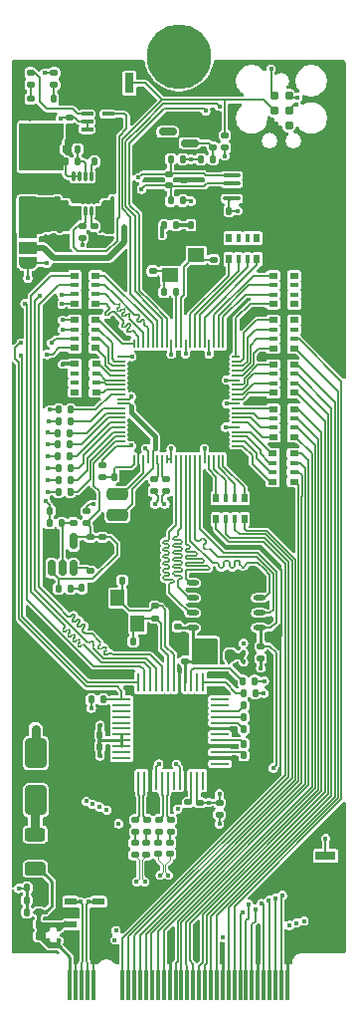
<source format=gbr>
%TF.GenerationSoftware,KiCad,Pcbnew,9.0.2*%
%TF.CreationDate,2026-02-15T00:41:27+01:00*%
%TF.ProjectId,BladeCore-M54,426c6164-6543-46f7-9265-2d4d35342e6b,rev?*%
%TF.SameCoordinates,Original*%
%TF.FileFunction,Copper,L1,Top*%
%TF.FilePolarity,Positive*%
%FSLAX46Y46*%
G04 Gerber Fmt 4.6, Leading zero omitted, Abs format (unit mm)*
G04 Created by KiCad (PCBNEW 9.0.2) date 2026-02-15 00:41:27*
%MOMM*%
%LPD*%
G01*
G04 APERTURE LIST*
G04 Aperture macros list*
%AMRoundRect*
0 Rectangle with rounded corners*
0 $1 Rounding radius*
0 $2 $3 $4 $5 $6 $7 $8 $9 X,Y pos of 4 corners*
0 Add a 4 corners polygon primitive as box body*
4,1,4,$2,$3,$4,$5,$6,$7,$8,$9,$2,$3,0*
0 Add four circle primitives for the rounded corners*
1,1,$1+$1,$2,$3*
1,1,$1+$1,$4,$5*
1,1,$1+$1,$6,$7*
1,1,$1+$1,$8,$9*
0 Add four rect primitives between the rounded corners*
20,1,$1+$1,$2,$3,$4,$5,0*
20,1,$1+$1,$4,$5,$6,$7,0*
20,1,$1+$1,$6,$7,$8,$9,0*
20,1,$1+$1,$8,$9,$2,$3,0*%
%AMFreePoly0*
4,1,23,0.550000,-0.750000,0.000000,-0.750000,0.000000,-0.745722,-0.065263,-0.745722,-0.191342,-0.711940,-0.304381,-0.646677,-0.396677,-0.554381,-0.461940,-0.441342,-0.495722,-0.315263,-0.495722,-0.250000,-0.500000,-0.250000,-0.500000,0.250000,-0.495722,0.250000,-0.495722,0.315263,-0.461940,0.441342,-0.396677,0.554381,-0.304381,0.646677,-0.191342,0.711940,-0.065263,0.745722,0.000000,0.745722,
0.000000,0.750000,0.550000,0.750000,0.550000,-0.750000,0.550000,-0.750000,$1*%
%AMFreePoly1*
4,1,23,0.000000,0.745722,0.065263,0.745722,0.191342,0.711940,0.304381,0.646677,0.396677,0.554381,0.461940,0.441342,0.495722,0.315263,0.495722,0.250000,0.500000,0.250000,0.500000,-0.250000,0.495722,-0.250000,0.495722,-0.315263,0.461940,-0.441342,0.396677,-0.554381,0.304381,-0.646677,0.191342,-0.711940,0.065263,-0.745722,0.000000,-0.745722,0.000000,-0.750000,-0.550000,-0.750000,
-0.550000,0.750000,0.000000,0.750000,0.000000,0.745722,0.000000,0.745722,$1*%
G04 Aperture macros list end*
%TA.AperFunction,SMDPad,CuDef*%
%ADD10RoundRect,0.070000X0.070000X-0.355000X0.070000X0.355000X-0.070000X0.355000X-0.070000X-0.355000X0*%
%TD*%
%TA.AperFunction,ComponentPad*%
%ADD11C,0.600000*%
%TD*%
%TA.AperFunction,SMDPad,CuDef*%
%ADD12R,0.700000X0.280000*%
%TD*%
%TA.AperFunction,SMDPad,CuDef*%
%ADD13R,2.400000X1.650000*%
%TD*%
%TA.AperFunction,SMDPad,CuDef*%
%ADD14RoundRect,0.147500X0.172500X-0.147500X0.172500X0.147500X-0.172500X0.147500X-0.172500X-0.147500X0*%
%TD*%
%TA.AperFunction,SMDPad,CuDef*%
%ADD15RoundRect,0.250000X-0.650000X1.000000X-0.650000X-1.000000X0.650000X-1.000000X0.650000X1.000000X0*%
%TD*%
%TA.AperFunction,SMDPad,CuDef*%
%ADD16RoundRect,0.135000X-0.135000X-0.185000X0.135000X-0.185000X0.135000X0.185000X-0.135000X0.185000X0*%
%TD*%
%TA.AperFunction,SMDPad,CuDef*%
%ADD17RoundRect,0.100000X0.400000X0.100000X-0.400000X0.100000X-0.400000X-0.100000X0.400000X-0.100000X0*%
%TD*%
%TA.AperFunction,SMDPad,CuDef*%
%ADD18RoundRect,0.135000X0.135000X0.185000X-0.135000X0.185000X-0.135000X-0.185000X0.135000X-0.185000X0*%
%TD*%
%TA.AperFunction,SMDPad,CuDef*%
%ADD19FreePoly0,270.000000*%
%TD*%
%TA.AperFunction,SMDPad,CuDef*%
%ADD20R,1.500000X1.000000*%
%TD*%
%TA.AperFunction,SMDPad,CuDef*%
%ADD21FreePoly1,270.000000*%
%TD*%
%TA.AperFunction,SMDPad,CuDef*%
%ADD22R,0.800000X0.500000*%
%TD*%
%TA.AperFunction,SMDPad,CuDef*%
%ADD23R,0.800000X0.400000*%
%TD*%
%TA.AperFunction,SMDPad,CuDef*%
%ADD24RoundRect,0.140000X-0.170000X0.140000X-0.170000X-0.140000X0.170000X-0.140000X0.170000X0.140000X0*%
%TD*%
%TA.AperFunction,SMDPad,CuDef*%
%ADD25RoundRect,0.250000X-0.650000X0.325000X-0.650000X-0.325000X0.650000X-0.325000X0.650000X0.325000X0*%
%TD*%
%TA.AperFunction,SMDPad,CuDef*%
%ADD26R,1.200000X1.400000*%
%TD*%
%TA.AperFunction,SMDPad,CuDef*%
%ADD27R,0.500000X0.800000*%
%TD*%
%TA.AperFunction,SMDPad,CuDef*%
%ADD28R,0.400000X0.800000*%
%TD*%
%TA.AperFunction,SMDPad,CuDef*%
%ADD29RoundRect,0.135000X-0.185000X0.135000X-0.185000X-0.135000X0.185000X-0.135000X0.185000X0.135000X0*%
%TD*%
%TA.AperFunction,SMDPad,CuDef*%
%ADD30R,0.800000X1.700000*%
%TD*%
%TA.AperFunction,SMDPad,CuDef*%
%ADD31RoundRect,0.140000X-0.140000X-0.170000X0.140000X-0.170000X0.140000X0.170000X-0.140000X0.170000X0*%
%TD*%
%TA.AperFunction,SMDPad,CuDef*%
%ADD32RoundRect,0.140000X0.140000X0.170000X-0.140000X0.170000X-0.140000X-0.170000X0.140000X-0.170000X0*%
%TD*%
%TA.AperFunction,SMDPad,CuDef*%
%ADD33RoundRect,0.135000X0.185000X-0.135000X0.185000X0.135000X-0.185000X0.135000X-0.185000X-0.135000X0*%
%TD*%
%TA.AperFunction,SMDPad,CuDef*%
%ADD34RoundRect,0.140000X0.170000X-0.140000X0.170000X0.140000X-0.170000X0.140000X-0.170000X-0.140000X0*%
%TD*%
%TA.AperFunction,SMDPad,CuDef*%
%ADD35O,1.040200X0.444600*%
%TD*%
%TA.AperFunction,SMDPad,CuDef*%
%ADD36R,3.400000X4.300000*%
%TD*%
%TA.AperFunction,SMDPad,CuDef*%
%ADD37R,0.280000X1.560000*%
%TD*%
%TA.AperFunction,SMDPad,CuDef*%
%ADD38R,1.560000X0.280000*%
%TD*%
%TA.AperFunction,SMDPad,CuDef*%
%ADD39RoundRect,0.125000X-0.175000X-0.125000X0.175000X-0.125000X0.175000X0.125000X-0.175000X0.125000X0*%
%TD*%
%TA.AperFunction,ConnectorPad*%
%ADD40C,0.787400*%
%TD*%
%TA.AperFunction,SMDPad,CuDef*%
%ADD41RoundRect,0.200000X-0.200000X-0.275000X0.200000X-0.275000X0.200000X0.275000X-0.200000X0.275000X0*%
%TD*%
%TA.AperFunction,SMDPad,CuDef*%
%ADD42RoundRect,0.250000X0.625000X-0.312500X0.625000X0.312500X-0.625000X0.312500X-0.625000X-0.312500X0*%
%TD*%
%TA.AperFunction,SMDPad,CuDef*%
%ADD43RoundRect,0.150000X0.150000X-0.512500X0.150000X0.512500X-0.150000X0.512500X-0.150000X-0.512500X0*%
%TD*%
%TA.AperFunction,SMDPad,CuDef*%
%ADD44RoundRect,0.150000X0.587500X0.150000X-0.587500X0.150000X-0.587500X-0.150000X0.587500X-0.150000X0*%
%TD*%
%TA.AperFunction,SMDPad,CuDef*%
%ADD45R,1.000000X1.000000*%
%TD*%
%TA.AperFunction,SMDPad,CuDef*%
%ADD46R,1.000000X0.600000*%
%TD*%
%TA.AperFunction,SMDPad,CuDef*%
%ADD47RoundRect,0.147500X0.147500X0.172500X-0.147500X0.172500X-0.147500X-0.172500X0.147500X-0.172500X0*%
%TD*%
%TA.AperFunction,SMDPad,CuDef*%
%ADD48RoundRect,0.100000X0.637500X0.100000X-0.637500X0.100000X-0.637500X-0.100000X0.637500X-0.100000X0*%
%TD*%
%TA.AperFunction,SMDPad,CuDef*%
%ADD49RoundRect,0.250000X0.640000X-0.260000X0.640000X0.260000X-0.640000X0.260000X-0.640000X-0.260000X0*%
%TD*%
%TA.AperFunction,SMDPad,CuDef*%
%ADD50R,0.350000X2.500000*%
%TD*%
%TA.AperFunction,ComponentPad*%
%ADD51C,5.500000*%
%TD*%
%TA.AperFunction,SMDPad,CuDef*%
%ADD52R,1.700000X0.800000*%
%TD*%
%TA.AperFunction,SMDPad,CuDef*%
%ADD53R,1.400000X1.200000*%
%TD*%
%TA.AperFunction,SMDPad,CuDef*%
%ADD54O,0.780000X0.220000*%
%TD*%
%TA.AperFunction,SMDPad,CuDef*%
%ADD55O,0.220000X0.780000*%
%TD*%
%TA.AperFunction,HeatsinkPad*%
%ADD56C,0.425000*%
%TD*%
%TA.AperFunction,SMDPad,CuDef*%
%ADD57RoundRect,0.200000X1.500000X1.500000X-1.500000X1.500000X-1.500000X-1.500000X1.500000X-1.500000X0*%
%TD*%
%TA.AperFunction,ViaPad*%
%ADD58C,0.450000*%
%TD*%
%TA.AperFunction,ViaPad*%
%ADD59C,0.400000*%
%TD*%
%TA.AperFunction,Conductor*%
%ADD60C,0.150000*%
%TD*%
%TA.AperFunction,Conductor*%
%ADD61C,0.250000*%
%TD*%
%TA.AperFunction,Conductor*%
%ADD62C,0.200000*%
%TD*%
%TA.AperFunction,Conductor*%
%ADD63C,0.157700*%
%TD*%
%TA.AperFunction,Conductor*%
%ADD64C,0.090000*%
%TD*%
%TA.AperFunction,Conductor*%
%ADD65C,0.300000*%
%TD*%
%TA.AperFunction,Conductor*%
%ADD66C,0.800000*%
%TD*%
%TA.AperFunction,Conductor*%
%ADD67C,0.350000*%
%TD*%
%TA.AperFunction,Conductor*%
%ADD68C,0.400000*%
%TD*%
%TA.AperFunction,Conductor*%
%ADD69C,0.174000*%
%TD*%
%TA.AperFunction,Conductor*%
%ADD70C,0.168900*%
%TD*%
%TA.AperFunction,Conductor*%
%ADD71C,0.130600*%
%TD*%
%TA.AperFunction,Conductor*%
%ADD72C,0.500000*%
%TD*%
G04 APERTURE END LIST*
D10*
%TO.P,IC7,1,IN*%
%TO.N,+5V*%
X5750000Y67625000D03*
%TO.P,IC7,2,IN*%
X6250000Y67625000D03*
%TO.P,IC7,3,PG*%
%TO.N,PGOOD_3V3*%
X6750000Y67625000D03*
%TO.P,IC7,4,BIAS*%
%TO.N,/Block Diagram/USB Interface and Power/BIAS*%
X7250000Y67625000D03*
%TO.P,IC7,5,EN*%
%TO.N,+5V*%
X7750000Y67625000D03*
%TO.P,IC7,6,GND*%
%TO.N,GND*%
X7750000Y70575000D03*
%TO.P,IC7,7,SS*%
%TO.N,/Block Diagram/USB Interface and Power/SS*%
X7250000Y70575000D03*
%TO.P,IC7,8,FB*%
%TO.N,/Block Diagram/USB Interface and Power/FB*%
X6750000Y70575000D03*
%TO.P,IC7,9,OUT*%
%TO.N,+3.3V*%
X6250000Y70575000D03*
%TO.P,IC7,10,OUT*%
X5750000Y70575000D03*
D11*
%TO.P,IC7,11,PAD*%
%TO.N,GND*%
X5890000Y68620000D03*
X7610000Y68620000D03*
D12*
X5200000Y68850000D03*
X8300000Y68850000D03*
D11*
X6750000Y69100000D03*
D13*
X6750000Y69100000D03*
D12*
X5200000Y69350000D03*
X8300000Y69350000D03*
D11*
X5890000Y69580000D03*
X7610000Y69580000D03*
%TD*%
D14*
%TO.P,USB,1*%
%TO.N,/Block Diagram/USB Interface and Power/USB_IND*%
X4075000Y78380000D03*
%TO.P,USB,2*%
%TO.N,VBUS*%
X4075000Y79350000D03*
%TD*%
D15*
%TO.P,D4,1,K*%
%TO.N,+5V*%
X2525000Y21550000D03*
%TO.P,D4,2,A*%
%TO.N,VBUS_ISO*%
X2525000Y17550000D03*
%TD*%
D16*
%TO.P,R26,1*%
%TO.N,/Block Diagram/Microcontroller/ADC3*%
X4424212Y47770788D03*
%TO.P,R26,2*%
%TO.N,Net-(IC1B-GPIO43{slash}ADC3)*%
X5444212Y47770788D03*
%TD*%
D17*
%TO.P,IC8,1,IN1*%
%TO.N,GND*%
X8662500Y74572500D03*
%TO.P,IC8,2,GND*%
X8662500Y75222500D03*
%TO.P,IC8,3,IN0*%
%TO.N,PGOOD_3V3*%
X8662500Y75872500D03*
%TO.P,IC8,4,Y*%
%TO.N,Net-(IC8-Y)*%
X6887500Y75872500D03*
%TO.P,IC8,5,VCC*%
%TO.N,+3.3V*%
X6887500Y75222500D03*
%TO.P,IC8,6,IN2*%
X6887500Y74572500D03*
%TD*%
D18*
%TO.P,R5,1*%
%TO.N,/Block Diagram/Microcontroller Peripherals/XOUT*%
X14459212Y60745788D03*
%TO.P,R5,2*%
%TO.N,/Block Diagram/Microcontroller Peripherals/XO*%
X13439212Y60745788D03*
%TD*%
D19*
%TO.P,EXT,1,A*%
%TO.N,+5V*%
X1842500Y65800000D03*
D20*
%TO.P,EXT,2,C*%
%TO.N,Net-(JP1-C)*%
X1842500Y64500000D03*
D21*
%TO.P,EXT,3,B*%
%TO.N,+3.3V*%
X1842500Y63200000D03*
%TD*%
D16*
%TO.P,R32,1*%
%TO.N,/Block Diagram/Microcontroller/ADC_VUSB*%
X4439212Y44770788D03*
%TO.P,R32,2*%
%TO.N,Net-(IC1B-GPIO46{slash}ADC6)*%
X5459212Y44770788D03*
%TD*%
D22*
%TO.P,R16,1,R11*%
%TO.N,/Block Diagram/Ethernet Interface/SPI1_MISO*%
X5829212Y62145788D03*
D23*
%TO.P,R16,2,R12*%
%TO.N,/Block Diagram/Ethernet Interface/SPI1_SCSN*%
X5829212Y61345788D03*
%TO.P,R16,3,R13*%
%TO.N,/Block Diagram/Ethernet Interface/SPI1_SCLK*%
X5829212Y60545788D03*
D22*
%TO.P,R16,4,R14*%
%TO.N,/Block Diagram/Ethernet Interface/SPI1_MOSI*%
X5829212Y59745788D03*
%TO.P,R16,5,R24*%
%TO.N,Net-(IC1B-GPIO31)*%
X7629212Y59745788D03*
D23*
%TO.P,R16,6,R23*%
%TO.N,Net-(IC1B-GPIO30)*%
X7629212Y60545788D03*
%TO.P,R16,7,R22*%
%TO.N,Net-(IC1B-GPIO29)*%
X7629212Y61345788D03*
D22*
%TO.P,R16,8,R12*%
%TO.N,Net-(IC1B-GPIO28)*%
X7629212Y62145788D03*
%TD*%
D24*
%TO.P,C52,1*%
%TO.N,+5V*%
X4050000Y66390000D03*
%TO.P,C52,2*%
%TO.N,GND*%
X4050000Y65430000D03*
%TD*%
D25*
%TO.P,C56,1*%
%TO.N,+3.3V*%
X3350000Y72535000D03*
%TO.P,C56,2*%
%TO.N,GND*%
X3350000Y69585000D03*
%TD*%
D26*
%TO.P,X2,1*%
%TO.N,/Block Diagram/Ethernet Interface/W5500_XO*%
X11200000Y32530000D03*
%TO.P,X2,2*%
%TO.N,GND*%
X11200000Y34730000D03*
X9500000Y32530000D03*
%TO.P,X2,3*%
%TO.N,/Block Diagram/Ethernet Interface/W5500_XI*%
X9500000Y34730000D03*
%TD*%
D24*
%TO.P,C34,1*%
%TO.N,/Block Diagram/Ethernet Interface/RDN_R_P*%
X13970000Y13930000D03*
%TO.P,C34,2*%
%TO.N,/Block Diagram/RD_P*%
X13970000Y12970000D03*
%TD*%
D16*
%TO.P,R14,1*%
%TO.N,/Block Diagram/Microcontroller/ADC1*%
X4439212Y49745788D03*
%TO.P,R14,2*%
%TO.N,Net-(IC1B-GPIO41{slash}ADC1)*%
X5459212Y49745788D03*
%TD*%
D27*
%TO.P,R13,1,R11*%
%TO.N,/Block Diagram/Microcontroller/GPIO24*%
X21354212Y65320788D03*
D28*
%TO.P,R13,2,R12*%
%TO.N,/Block Diagram/Microcontroller/GPIO25*%
X20554212Y65320788D03*
%TO.P,R13,3,R13*%
%TO.N,/Block Diagram/Microcontroller/GPIO26*%
X19754212Y65320788D03*
D27*
%TO.P,R13,4,R14*%
%TO.N,/Block Diagram/Microcontroller/GPIO27*%
X18954212Y65320788D03*
%TO.P,R13,5,R24*%
%TO.N,Net-(IC1B-GPIO27)*%
X18954212Y63520788D03*
D28*
%TO.P,R13,6,R23*%
%TO.N,Net-(IC1B-GPIO26)*%
X19754212Y63520788D03*
%TO.P,R13,7,R22*%
%TO.N,Net-(IC1B-GPIO25)*%
X20554212Y63520788D03*
D27*
%TO.P,R13,8,R12*%
%TO.N,Net-(IC1B-GPIO24)*%
X21354212Y63520788D03*
%TD*%
D29*
%TO.P,R46,1*%
%TO.N,/Block Diagram/Ethernet Interface/RX_TD_P*%
X14000000Y15870000D03*
%TO.P,R46,2*%
%TO.N,/Block Diagram/Ethernet Interface/RDN_R_P*%
X14000000Y14850000D03*
%TD*%
D18*
%TO.P,R52,1*%
%TO.N,VBUS*%
X2790000Y8025000D03*
%TO.P,R52,2*%
%TO.N,/Block Diagram/Microcontroller/ADC_VUSB*%
X1770000Y8025000D03*
%TD*%
D30*
%TO.P,RST,1*%
%TO.N,RESET*%
X10500000Y78500000D03*
%TO.P,RST,2*%
%TO.N,GND*%
X7100000Y78500000D03*
%TD*%
D29*
%TO.P,R53,1*%
%TO.N,PGOOD_3V3*%
X6475000Y66370000D03*
%TO.P,R53,2*%
%TO.N,+3.3V*%
X6475000Y65350000D03*
%TD*%
D24*
%TO.P,C53,1*%
%TO.N,+5V*%
X5075000Y66365000D03*
%TO.P,C53,2*%
%TO.N,GND*%
X5075000Y65405000D03*
%TD*%
D31*
%TO.P,C46,1*%
%TO.N,+3.3VP*%
X20250000Y21350000D03*
%TO.P,C46,2*%
%TO.N,GND*%
X21210000Y21350000D03*
%TD*%
D32*
%TO.P,C35,1*%
%TO.N,/Block Diagram/Ethernet Interface/W5500_XO*%
X10830000Y31050000D03*
%TO.P,C35,2*%
%TO.N,GND*%
X9870000Y31050000D03*
%TD*%
D29*
%TO.P,R44,1*%
%TO.N,/Block Diagram/Ethernet Interface/RX_TD_N*%
X13025000Y15870000D03*
%TO.P,R44,2*%
%TO.N,/Block Diagram/Ethernet Interface/RDN_R_N*%
X13025000Y14850000D03*
%TD*%
%TO.P,R42,1*%
%TO.N,/Block Diagram/Ethernet Interface/TDN_R_P*%
X11960000Y13940000D03*
%TO.P,R42,2*%
%TO.N,/Block Diagram/TD_P*%
X11960000Y12920000D03*
%TD*%
D33*
%TO.P,R1,1*%
%TO.N,+3.3V*%
X18625000Y73040000D03*
%TO.P,R1,2*%
%TO.N,RESET*%
X18625000Y74060000D03*
%TD*%
D16*
%TO.P,R31,1*%
%TO.N,/Block Diagram/Microcontroller/ADC5*%
X4439212Y45770788D03*
%TO.P,R31,2*%
%TO.N,Net-(IC1B-GPIO45{slash}ADC5)*%
X5459212Y45770788D03*
%TD*%
D18*
%TO.P,R59,1*%
%TO.N,/Block Diagram/USB Interface and Power/FB*%
X6085000Y72885000D03*
%TO.P,R59,2*%
%TO.N,GND*%
X5065000Y72885000D03*
%TD*%
D16*
%TO.P,R11,1*%
%TO.N,/Block Diagram/Microcontroller Peripherals/ADC_VREF*%
X6455000Y35575000D03*
%TO.P,R11,2*%
%TO.N,GND*%
X7475000Y35575000D03*
%TD*%
D34*
%TO.P,C22,1*%
%TO.N,/Block Diagram/Microcontroller Peripherals/VREF_IN*%
X7150000Y37025000D03*
%TO.P,C22,2*%
%TO.N,GND*%
X7150000Y37985000D03*
%TD*%
D31*
%TO.P,C20,1*%
%TO.N,+3.3V*%
X3720000Y42150000D03*
%TO.P,C20,2*%
%TO.N,GND*%
X4680000Y42150000D03*
%TD*%
D16*
%TO.P,R8,1*%
%TO.N,+3.3V*%
X16590000Y72025000D03*
%TO.P,R8,2*%
%TO.N,/Block Diagram/Microcontroller Peripherals/VREF_IN*%
X17610000Y72025000D03*
%TD*%
D32*
%TO.P,C40,1*%
%TO.N,+3.3V*%
X7980000Y23100000D03*
%TO.P,C40,2*%
%TO.N,GND*%
X7020000Y23100000D03*
%TD*%
D31*
%TO.P,C44,1*%
%TO.N,+3.3VP*%
X20230000Y24600000D03*
%TO.P,C44,2*%
%TO.N,GND*%
X21190000Y24600000D03*
%TD*%
D35*
%TO.P,IC3,1,nCS*%
%TO.N,QSPI_SS*%
X21574212Y32185788D03*
%TO.P,IC3,2,DO(IO1)*%
%TO.N,QSPI_SD1*%
X21574212Y33455788D03*
%TO.P,IC3,3,nWP(IO2)*%
%TO.N,QSPI_SD2*%
X21574212Y34725788D03*
%TO.P,IC3,4,GND*%
%TO.N,GND*%
X21574212Y35995788D03*
%TO.P,IC3,5,DI(IO0)*%
%TO.N,QSPI_SD0*%
X15882812Y35995788D03*
%TO.P,IC3,6,CLK*%
%TO.N,QSPI_SCLK*%
X15882812Y34725788D03*
%TO.P,IC3,7,nRST(IO3)*%
%TO.N,QSPI_SD3*%
X15882812Y33455788D03*
%TO.P,IC3,8,VCC*%
%TO.N,+3.3V*%
X15882812Y32185788D03*
D36*
%TO.P,IC3,9,PAD*%
%TO.N,GND*%
X18728512Y34090788D03*
%TD*%
D24*
%TO.P,C54,1*%
%TO.N,/Block Diagram/USB Interface and Power/BIAS*%
X7500000Y66345000D03*
%TO.P,C54,2*%
%TO.N,GND*%
X7500000Y65385000D03*
%TD*%
D37*
%TO.P,IC6,1,TXN*%
%TO.N,/Block Diagram/Ethernet Interface/TX_TD_N*%
X11260000Y19200000D03*
%TO.P,IC6,2,TXP*%
%TO.N,/Block Diagram/Ethernet Interface/TX_TD_P*%
X11760000Y19200000D03*
%TO.P,IC6,3,AGND1*%
%TO.N,GND*%
X12260000Y19200000D03*
%TO.P,IC6,4,AVDD1*%
%TO.N,+3.3VP*%
X12760000Y19200000D03*
%TO.P,IC6,5,RXN*%
%TO.N,/Block Diagram/Ethernet Interface/RX_TD_N*%
X13260000Y19200000D03*
%TO.P,IC6,6,RXP*%
%TO.N,/Block Diagram/Ethernet Interface/RX_TD_P*%
X13760000Y19200000D03*
%TO.P,IC6,7,DNC*%
%TO.N,unconnected-(IC6-DNC-Pad7)*%
X14260000Y19200000D03*
%TO.P,IC6,8,AVDD2*%
%TO.N,+3.3VP*%
X14760000Y19200000D03*
%TO.P,IC6,9,AGND2*%
%TO.N,GND*%
X15260000Y19200000D03*
%TO.P,IC6,10,EXRES1*%
%TO.N,Net-(IC6-EXRES1)*%
X15760000Y19200000D03*
%TO.P,IC6,11,AVDD3*%
%TO.N,+3.3VP*%
X16260000Y19200000D03*
%TO.P,IC6,12*%
%TO.N,N/C*%
X16760000Y19200000D03*
D38*
%TO.P,IC6,13*%
X18190000Y20630000D03*
%TO.P,IC6,14,AGND3*%
%TO.N,GND*%
X18190000Y21130000D03*
%TO.P,IC6,15,AVDD4*%
%TO.N,+3.3VP*%
X18190000Y21630000D03*
%TO.P,IC6,16,AGND4*%
%TO.N,GND*%
X18190000Y22130000D03*
%TO.P,IC6,17,AVDD5*%
%TO.N,+3.3VP*%
X18190000Y22630000D03*
%TO.P,IC6,18,VBG*%
%TO.N,unconnected-(IC6-VBG-Pad18)*%
X18190000Y23130000D03*
%TO.P,IC6,19,AGND5*%
%TO.N,GND*%
X18190000Y23630000D03*
%TO.P,IC6,20,TOCAP*%
%TO.N,/Block Diagram/Ethernet Interface/W5500_TOCAP*%
X18190000Y24130000D03*
%TO.P,IC6,21,AVDD6*%
%TO.N,+3.3VP*%
X18190000Y24630000D03*
%TO.P,IC6,22,1V2O*%
%TO.N,/Block Diagram/Ethernet Interface/W5500_1V2*%
X18190000Y25130000D03*
%TO.P,IC6,23,RSVD1*%
%TO.N,unconnected-(IC6-RSVD1-Pad23)*%
X18190000Y25630000D03*
%TO.P,IC6,24,SPDLED*%
%TO.N,unconnected-(IC6-SPDLED-Pad24)*%
X18190000Y26130000D03*
D37*
%TO.P,IC6,25,LINKLED*%
%TO.N,Net-(IC6-LINKLED)*%
X16760000Y27560000D03*
%TO.P,IC6,26,DUPLED*%
%TO.N,unconnected-(IC6-DUPLED-Pad26)*%
X16260000Y27560000D03*
%TO.P,IC6,27,ACTLED*%
%TO.N,Net-(IC6-ACTLED)*%
X15760000Y27560000D03*
%TO.P,IC6,28,VDD*%
%TO.N,+3.3V*%
X15260000Y27560000D03*
%TO.P,IC6,29,GND*%
%TO.N,GND*%
X14760000Y27560000D03*
%TO.P,IC6,30,XI*%
%TO.N,/Block Diagram/Ethernet Interface/W5500_XI*%
X14260000Y27560000D03*
%TO.P,IC6,31,XO*%
%TO.N,/Block Diagram/Ethernet Interface/W5500_XO*%
X13760000Y27560000D03*
%TO.P,IC6,32,SCSN*%
%TO.N,/Block Diagram/Ethernet Interface/SPI1_SCSN*%
X13260000Y27560000D03*
%TO.P,IC6,33,SCLK*%
%TO.N,/Block Diagram/Ethernet Interface/SPI1_SCLK*%
X12760000Y27560000D03*
%TO.P,IC6,34,MISO*%
%TO.N,/Block Diagram/Ethernet Interface/SPI1_MISO*%
X12260000Y27560000D03*
%TO.P,IC6,35,MOSI*%
%TO.N,/Block Diagram/Ethernet Interface/SPI1_MOSI*%
X11760000Y27560000D03*
%TO.P,IC6,36,INTN*%
%TO.N,/Block Diagram/Ethernet Interface/ETH_INT*%
X11260000Y27560000D03*
D38*
%TO.P,IC6,37,RSTN*%
%TO.N,/Block Diagram/Ethernet Interface/ETH_RST*%
X9830000Y26130000D03*
%TO.P,IC6,38,RSVD2*%
%TO.N,unconnected-(IC6-RSVD2-Pad38)*%
X9830000Y25630000D03*
%TO.P,IC6,39,RSVD3*%
%TO.N,unconnected-(IC6-RSVD3-Pad39)*%
X9830000Y25130000D03*
%TO.P,IC6,40,RSVD4*%
%TO.N,unconnected-(IC6-RSVD4-Pad40)*%
X9830000Y24630000D03*
%TO.P,IC6,41,RSVD5*%
%TO.N,unconnected-(IC6-RSVD5-Pad41)*%
X9830000Y24130000D03*
%TO.P,IC6,42,RSVD6*%
%TO.N,unconnected-(IC6-RSVD6-Pad42)*%
X9830000Y23630000D03*
%TO.P,IC6,43,PMODE3*%
%TO.N,+3.3V*%
X9830000Y23130000D03*
%TO.P,IC6,44,PMODE1*%
X9830000Y22630000D03*
%TO.P,IC6,45,PMODE0*%
X9830000Y22130000D03*
%TO.P,IC6,46*%
%TO.N,N/C*%
X9830000Y21630000D03*
%TO.P,IC6,47*%
X9830000Y21130000D03*
%TO.P,IC6,48,AGND6*%
%TO.N,GND*%
X9830000Y20630000D03*
%TD*%
D31*
%TO.P,C39,1*%
%TO.N,/Block Diagram/Ethernet Interface/W5500_TOCAP*%
X20230000Y23600000D03*
%TO.P,C39,2*%
%TO.N,GND*%
X21190000Y23600000D03*
%TD*%
D34*
%TO.P,C42,1*%
%TO.N,+3.3V*%
X15250000Y29370000D03*
%TO.P,C42,2*%
%TO.N,GND*%
X15250000Y30330000D03*
%TD*%
D31*
%TO.P,C51,1*%
%TO.N,/Block Diagram/Microcontroller/ADC_VUSB*%
X1775000Y10100000D03*
%TO.P,C51,2*%
%TO.N,GND*%
X2735000Y10100000D03*
%TD*%
%TO.P,C38,1*%
%TO.N,/Block Diagram/Ethernet Interface/W5500_1V2*%
X20230000Y25600000D03*
%TO.P,C38,2*%
%TO.N,GND*%
X21190000Y25600000D03*
%TD*%
D18*
%TO.P,R34,1*%
%TO.N,GND*%
X16735000Y66425000D03*
%TO.P,R34,2*%
%TO.N,/Block Diagram/Microcontroller/USB_IND*%
X15715000Y66425000D03*
%TD*%
D22*
%TO.P,R25,1,R11*%
%TO.N,HEARTBEAT*%
X5854212Y54620788D03*
D23*
%TO.P,R25,2,R12*%
%TO.N,/Block Diagram/Microcontroller/GPIO37*%
X5854212Y53820788D03*
%TO.P,R25,3,R13*%
%TO.N,/Block Diagram/Microcontroller/GPIO38*%
X5854212Y53020788D03*
D22*
%TO.P,R25,4,R14*%
%TO.N,/Block Diagram/Microcontroller/GPIO39*%
X5854212Y52220788D03*
%TO.P,R25,5,R24*%
%TO.N,Net-(IC1B-GPIO39)*%
X7654212Y52220788D03*
D23*
%TO.P,R25,6,R23*%
%TO.N,Net-(IC1B-GPIO38)*%
X7654212Y53020788D03*
%TO.P,R25,7,R22*%
%TO.N,Net-(IC1B-GPIO37)*%
X7654212Y53820788D03*
D22*
%TO.P,R25,8,R12*%
%TO.N,Net-(IC1B-GPIO36)*%
X7654212Y54620788D03*
%TD*%
D33*
%TO.P,R4,1*%
%TO.N,USB_RP_D+*%
X13599212Y43785788D03*
%TO.P,R4,2*%
%TO.N,/Block Diagram/Microcontroller Peripherals/RP_D+*%
X13599212Y44805788D03*
%TD*%
D16*
%TO.P,R47,1*%
%TO.N,Net-(IC6-LINKLED)*%
X20180000Y26650000D03*
%TO.P,R47,2*%
%TO.N,/Block Diagram/LINK_LED*%
X21200000Y26650000D03*
%TD*%
D39*
%TO.P,D1,1,K1*%
%TO.N,/Block Diagram/Microcontroller Peripherals/I2C0_SDA*%
X13880000Y70770000D03*
%TO.P,D1,2,K2*%
%TO.N,/Block Diagram/Microcontroller Peripherals/I2C0_SCL*%
X13880000Y69770000D03*
%TO.P,D1,3,A*%
%TO.N,GND*%
X15180000Y70270000D03*
%TD*%
D29*
%TO.P,R39,1*%
%TO.N,/Block Diagram/Ethernet Interface/TX_TD_N*%
X11025000Y15870000D03*
%TO.P,R39,2*%
%TO.N,/Block Diagram/Ethernet Interface/TDN_R_N*%
X11025000Y14850000D03*
%TD*%
D34*
%TO.P,C19,1*%
%TO.N,Net-(IC4-V+)*%
X5725000Y41145000D03*
%TO.P,C19,2*%
%TO.N,GND*%
X5725000Y42105000D03*
%TD*%
D24*
%TO.P,C12,1*%
%TO.N,/Block Diagram/Microcontroller Peripherals/XIN*%
X17674212Y63500788D03*
%TO.P,C12,2*%
%TO.N,GND*%
X17674212Y62540788D03*
%TD*%
D14*
%TO.P,PWR,1*%
%TO.N,Net-(D6-Pad1)*%
X2075000Y78375000D03*
%TO.P,PWR,2*%
%TO.N,Net-(IC8-Y)*%
X2075000Y79345000D03*
%TD*%
D18*
%TO.P,R18,1*%
%TO.N,+3.3V*%
X15020000Y68500000D03*
%TO.P,R18,2*%
%TO.N,/Block Diagram/Microcontroller Peripherals/I2C0_SCL*%
X14000000Y68500000D03*
%TD*%
%TO.P,R62,1*%
%TO.N,GND*%
X5060000Y77150000D03*
%TO.P,R62,2*%
%TO.N,/Block Diagram/USB Interface and Power/USB_IND*%
X4040000Y77150000D03*
%TD*%
D31*
%TO.P,C6,1*%
%TO.N,/Block Diagram/Microcontroller Peripherals/VREG_AVDD*%
X9174212Y45020788D03*
%TO.P,C6,2*%
%TO.N,GND*%
X10134212Y45020788D03*
%TD*%
D24*
%TO.P,C24,1*%
%TO.N,VREF_OUT*%
X8200000Y39905000D03*
%TO.P,C24,2*%
%TO.N,GND*%
X8200000Y38945000D03*
%TD*%
D40*
%TO.P,DEBUG,1,VCC*%
%TO.N,+3.3V*%
X22805000Y77435000D03*
%TO.P,DEBUG,2,SWDIO*%
%TO.N,/Block Diagram/Microcontroller Peripherals/SWDIO*%
X24075000Y77435000D03*
%TO.P,DEBUG,3,~{RESET}*%
%TO.N,RESET*%
X22805000Y76165000D03*
%TO.P,DEBUG,4,SWCLK*%
%TO.N,/Block Diagram/Microcontroller Peripherals/SWCLK*%
X24075000Y76165000D03*
%TO.P,DEBUG,5,GND*%
%TO.N,GND*%
X22805000Y74895000D03*
%TO.P,DEBUG,6,SWO*%
%TO.N,unconnected-(J2-SWO-Pad6)*%
X24075000Y74895000D03*
%TD*%
D16*
%TO.P,R29,1*%
%TO.N,/Block Diagram/Microcontroller/ADC4*%
X4424212Y46770788D03*
%TO.P,R29,2*%
%TO.N,Net-(IC1B-GPIO44{slash}ADC4)*%
X5444212Y46770788D03*
%TD*%
D22*
%TO.P,R23,1,R11*%
%TO.N,/Block Diagram/Microcontroller Peripherals/I2C0_SDA*%
X5829212Y58370788D03*
D23*
%TO.P,R23,2,R12*%
%TO.N,/Block Diagram/Microcontroller Peripherals/I2C0_SCL*%
X5829212Y57570788D03*
%TO.P,R23,3,R13*%
%TO.N,/Block Diagram/Ethernet Interface/ETH_RST*%
X5829212Y56770788D03*
D22*
%TO.P,R23,4,R14*%
%TO.N,/Block Diagram/Ethernet Interface/ETH_INT*%
X5829212Y55970788D03*
%TO.P,R23,5,R24*%
%TO.N,Net-(IC1B-GPIO35)*%
X7629212Y55970788D03*
D23*
%TO.P,R23,6,R23*%
%TO.N,Net-(IC1B-GPIO34)*%
X7629212Y56770788D03*
%TO.P,R23,7,R22*%
%TO.N,Net-(IC1B-GPIO33)*%
X7629212Y57570788D03*
D22*
%TO.P,R23,8,R12*%
%TO.N,Net-(IC1B-GPIO32)*%
X7629212Y58370788D03*
%TD*%
D24*
%TO.P,C23,1*%
%TO.N,VREF_OUT*%
X7150000Y39910000D03*
%TO.P,C23,2*%
%TO.N,GND*%
X7150000Y38950000D03*
%TD*%
%TO.P,C18,1*%
%TO.N,+3.3V*%
X14600000Y32300000D03*
%TO.P,C18,2*%
%TO.N,GND*%
X14600000Y31340000D03*
%TD*%
D41*
%TO.P,L2,1*%
%TO.N,+3.3V*%
X17425000Y29850000D03*
%TO.P,L2,2*%
%TO.N,+3.3VP*%
X19075000Y29850000D03*
%TD*%
D22*
%TO.P,R30,1,R11*%
%TO.N,/Block Diagram/Microcontroller/GPIO20*%
X24529212Y59720788D03*
D23*
%TO.P,R30,2,R12*%
%TO.N,/Block Diagram/Microcontroller/GPIO21*%
X24529212Y60520788D03*
%TO.P,R30,3,R13*%
%TO.N,/Block Diagram/Microcontroller/GPIO22*%
X24529212Y61320788D03*
D22*
%TO.P,R30,4,R14*%
%TO.N,/Block Diagram/Microcontroller/GPIO23*%
X24529212Y62120788D03*
%TO.P,R30,5,R24*%
%TO.N,Net-(IC1B-GPIO23)*%
X22729212Y62120788D03*
D23*
%TO.P,R30,6,R23*%
%TO.N,Net-(IC1B-GPIO22)*%
X22729212Y61320788D03*
%TO.P,R30,7,R22*%
%TO.N,Net-(IC1B-GPIO21)*%
X22729212Y60520788D03*
D22*
%TO.P,R30,8,R12*%
%TO.N,Net-(IC1B-GPIO20)*%
X22729212Y59720788D03*
%TD*%
%TO.P,R28,1,R11*%
%TO.N,/Block Diagram/Microcontroller/GPIO16*%
X24529212Y55945788D03*
D23*
%TO.P,R28,2,R12*%
%TO.N,/Block Diagram/Microcontroller/GPIO17*%
X24529212Y56745788D03*
%TO.P,R28,3,R13*%
%TO.N,/Block Diagram/Microcontroller/GPIO18*%
X24529212Y57545788D03*
D22*
%TO.P,R28,4,R14*%
%TO.N,/Block Diagram/Microcontroller/GPIO19*%
X24529212Y58345788D03*
%TO.P,R28,5,R24*%
%TO.N,Net-(R28-R24)*%
X22729212Y58345788D03*
D23*
%TO.P,R28,6,R23*%
%TO.N,Net-(R28-R23)*%
X22729212Y57545788D03*
%TO.P,R28,7,R22*%
%TO.N,Net-(IC1B-GPIO17)*%
X22729212Y56745788D03*
D22*
%TO.P,R28,8,R12*%
%TO.N,Net-(IC1B-GPIO16)*%
X22729212Y55945788D03*
%TD*%
D42*
%TO.P,R51,1*%
%TO.N,VBUS*%
X2475000Y11700000D03*
%TO.P,R51,2*%
%TO.N,VBUS_ISO*%
X2475000Y14625000D03*
%TD*%
D16*
%TO.P,R12,1*%
%TO.N,/Block Diagram/Microcontroller/ADC0*%
X4439212Y50745788D03*
%TO.P,R12,2*%
%TO.N,Net-(IC1B-GPIO40{slash}ADC0)*%
X5459212Y50745788D03*
%TD*%
D31*
%TO.P,C55,1*%
%TO.N,/Block Diagram/USB Interface and Power/SS*%
X7520000Y71810000D03*
%TO.P,C55,2*%
%TO.N,GND*%
X8480000Y71810000D03*
%TD*%
D33*
%TO.P,R9,1*%
%TO.N,VREF_OUT*%
X6850000Y41100000D03*
%TO.P,R9,2*%
%TO.N,+3.3V*%
X6850000Y42120000D03*
%TD*%
D34*
%TO.P,C11,1*%
%TO.N,/Block Diagram/Microcontroller Peripherals/XO*%
X12474212Y62540788D03*
%TO.P,C11,2*%
%TO.N,GND*%
X12474212Y63500788D03*
%TD*%
D43*
%TO.P,IC4,1*%
%TO.N,VREF_OUT*%
X3850000Y37275000D03*
%TO.P,IC4,2,V+*%
%TO.N,Net-(IC4-V+)*%
X4800000Y37275000D03*
%TO.P,IC4,3,+*%
%TO.N,/Block Diagram/Microcontroller Peripherals/VREF_IN*%
X5750000Y37275000D03*
%TO.P,IC4,4,-*%
%TO.N,VREF_OUT*%
X5750000Y39550000D03*
%TO.P,IC4,5,V-*%
%TO.N,GND*%
X3850000Y39550000D03*
%TD*%
D16*
%TO.P,R10,1*%
%TO.N,VREF_OUT*%
X4465000Y35550000D03*
%TO.P,R10,2*%
%TO.N,/Block Diagram/Microcontroller Peripherals/ADC_VREF*%
X5485000Y35550000D03*
%TD*%
D24*
%TO.P,C33,1*%
%TO.N,/Block Diagram/Ethernet Interface/RDN_R_N*%
X12960000Y13930000D03*
%TO.P,C33,2*%
%TO.N,/Block Diagram/RD_N*%
X12960000Y12970000D03*
%TD*%
D32*
%TO.P,C49,1*%
%TO.N,VBUS*%
X2765000Y6000000D03*
%TO.P,C49,2*%
%TO.N,GND*%
X1805000Y6000000D03*
%TD*%
D22*
%TO.P,R22,1,R11*%
%TO.N,/Block Diagram/Microcontroller/GPIO4*%
X24504212Y44620788D03*
D23*
%TO.P,R22,2,R12*%
%TO.N,/Block Diagram/Microcontroller/GPIO5*%
X24504212Y45420788D03*
%TO.P,R22,3,R13*%
%TO.N,/Block Diagram/Microcontroller/GPIO6*%
X24504212Y46220788D03*
D22*
%TO.P,R22,4,R14*%
%TO.N,/Block Diagram/Microcontroller/GPIO7*%
X24504212Y47020788D03*
%TO.P,R22,5,R24*%
%TO.N,Net-(IC1B-GPIO7)*%
X22704212Y47020788D03*
D23*
%TO.P,R22,6,R23*%
%TO.N,Net-(IC1B-GPIO6)*%
X22704212Y46220788D03*
%TO.P,R22,7,R22*%
%TO.N,Net-(IC1B-GPIO5)*%
X22704212Y45420788D03*
D22*
%TO.P,R22,8,R12*%
%TO.N,Net-(IC1B-GPIO4)*%
X22704212Y44620788D03*
%TD*%
D44*
%TO.P,IC5,1,K*%
%TO.N,/Block Diagram/Microcontroller Peripherals/VREF_IN*%
X15625000Y73400000D03*
%TO.P,IC5,2,A*%
%TO.N,GND*%
X15625000Y75300000D03*
%TO.P,IC5,3*%
%TO.N,N/C*%
X13750000Y74350000D03*
%TD*%
D45*
%TO.P,D5,1*%
%TO.N,GND*%
X7875000Y7200000D03*
D46*
%TO.P,D5,2*%
%TO.N,USB_RP_D+*%
X7875000Y8900000D03*
%TO.P,D5,3*%
%TO.N,USB_RP_D-*%
X5475000Y8900000D03*
%TO.P,D5,4*%
%TO.N,VBUS*%
X5475000Y7000000D03*
%TD*%
D29*
%TO.P,R60,1*%
%TO.N,Net-(D6-Pad1)*%
X2075000Y77160000D03*
%TO.P,R60,2*%
%TO.N,GND*%
X2075000Y76140000D03*
%TD*%
D22*
%TO.P,R27,1,R11*%
%TO.N,/Block Diagram/Microcontroller/GPIO12*%
X24529212Y52170788D03*
D23*
%TO.P,R27,2,R12*%
%TO.N,/Block Diagram/Microcontroller/GPIO13*%
X24529212Y52970788D03*
%TO.P,R27,3,R13*%
%TO.N,/Block Diagram/Microcontroller/GPIO14*%
X24529212Y53770788D03*
D22*
%TO.P,R27,4,R14*%
%TO.N,/Block Diagram/Microcontroller/GPIO15*%
X24529212Y54570788D03*
%TO.P,R27,5,R24*%
%TO.N,Net-(IC1B-GPIO15)*%
X22729212Y54570788D03*
D23*
%TO.P,R27,6,R23*%
%TO.N,Net-(IC1B-GPIO14)*%
X22729212Y53770788D03*
%TO.P,R27,7,R22*%
%TO.N,Net-(IC1B-GPIO13)*%
X22729212Y52970788D03*
D22*
%TO.P,R27,8,R12*%
%TO.N,Net-(IC1B-GPIO12)*%
X22729212Y52170788D03*
%TD*%
D29*
%TO.P,R41,1*%
%TO.N,/Block Diagram/Ethernet Interface/TX_TD_P*%
X12000000Y15885000D03*
%TO.P,R41,2*%
%TO.N,/Block Diagram/Ethernet Interface/TDN_R_P*%
X12000000Y14865000D03*
%TD*%
D47*
%TO.P,D3,1*%
%TO.N,/Block Diagram/Microcontroller/USB_IND*%
X14442500Y66425000D03*
%TO.P,D3,2*%
%TO.N,HEARTBEAT*%
X13472500Y66425000D03*
%TD*%
D16*
%TO.P,R54,1*%
%TO.N,+3.3V*%
X5065000Y71835000D03*
%TO.P,R54,2*%
%TO.N,/Block Diagram/USB Interface and Power/FB*%
X6085000Y71835000D03*
%TD*%
D33*
%TO.P,R43,1*%
%TO.N,/Block Diagram/Ethernet Interface/W5500_XO*%
X12680000Y33020000D03*
%TO.P,R43,2*%
%TO.N,/Block Diagram/Ethernet Interface/W5500_XI*%
X12680000Y34040000D03*
%TD*%
D34*
%TO.P,C21,1*%
%TO.N,/Block Diagram/Microcontroller Peripherals/VREF_IN*%
X17600000Y73065000D03*
%TO.P,C21,2*%
%TO.N,GND*%
X17600000Y74025000D03*
%TD*%
D31*
%TO.P,C45,1*%
%TO.N,+3.3VP*%
X20250000Y22350000D03*
%TO.P,C45,2*%
%TO.N,GND*%
X21210000Y22350000D03*
%TD*%
D18*
%TO.P,R7,1*%
%TO.N,Net-(IC4-V+)*%
X4710000Y41100000D03*
%TO.P,R7,2*%
%TO.N,+3.3V*%
X3690000Y41100000D03*
%TD*%
D16*
%TO.P,R55,1*%
%TO.N,/Block Diagram/Microcontroller/ADC_VUSB*%
X1755000Y9050000D03*
%TO.P,R55,2*%
%TO.N,GND*%
X2775000Y9050000D03*
%TD*%
D48*
%TO.P,IC2,1,A0*%
%TO.N,GND*%
X24932500Y68672500D03*
%TO.P,IC2,2,A1*%
X24932500Y69322500D03*
%TO.P,IC2,3,A2*%
X24932500Y69972500D03*
%TO.P,IC2,4,GND*%
X24932500Y70622500D03*
%TO.P,IC2,5,SDA*%
%TO.N,/Block Diagram/Microcontroller Peripherals/I2C0_SDA*%
X19207500Y70622500D03*
%TO.P,IC2,6,SCL*%
%TO.N,/Block Diagram/Microcontroller Peripherals/I2C0_SCL*%
X19207500Y69972500D03*
%TO.P,IC2,7,WP*%
%TO.N,GND*%
X19207500Y69322500D03*
%TO.P,IC2,8,VCC*%
%TO.N,+3.3V*%
X19207500Y68672500D03*
%TD*%
D32*
%TO.P,C17,1*%
%TO.N,+3.3V*%
X18990000Y67650000D03*
%TO.P,C17,2*%
%TO.N,GND*%
X18030000Y67650000D03*
%TD*%
D27*
%TO.P,R15,1,R11*%
%TO.N,/Block Diagram/Microcontroller/QSPI_CS2*%
X17879212Y41420788D03*
D28*
%TO.P,R15,2,R12*%
%TO.N,/Block Diagram/Microcontroller/GPIO1*%
X18679212Y41420788D03*
%TO.P,R15,3,R13*%
%TO.N,/Block Diagram/Microcontroller/GPIO2*%
X19479212Y41420788D03*
D27*
%TO.P,R15,4,R14*%
%TO.N,/Block Diagram/Microcontroller/GPIO3*%
X20279212Y41420788D03*
%TO.P,R15,5,R24*%
%TO.N,Net-(IC1B-GPIO3)*%
X20279212Y43220788D03*
D28*
%TO.P,R15,6,R23*%
%TO.N,Net-(IC1B-GPIO2)*%
X19479212Y43220788D03*
%TO.P,R15,7,R22*%
%TO.N,Net-(IC1B-GPIO1)*%
X18679212Y43220788D03*
D27*
%TO.P,R15,8,R12*%
%TO.N,Net-(IC1B-GPIO0)*%
X17879212Y43220788D03*
%TD*%
D29*
%TO.P,R50,1*%
%TO.N,Net-(IC6-EXRES1)*%
X15500000Y17360000D03*
%TO.P,R50,2*%
%TO.N,GND*%
X15500000Y16340000D03*
%TD*%
D49*
%TO.P,L1,1*%
%TO.N,+1V1*%
X9454212Y41780788D03*
%TO.P,L1,2*%
%TO.N,/Block Diagram/Microcontroller Peripherals/VREG_LX*%
X9454212Y43560788D03*
%TD*%
D16*
%TO.P,R35,1*%
%TO.N,+3.3V*%
X7250000Y26100000D03*
%TO.P,R35,2*%
%TO.N,/Block Diagram/Ethernet Interface/ETH_RST*%
X8270000Y26100000D03*
%TD*%
D18*
%TO.P,R17,1*%
%TO.N,+3.3V*%
X15030000Y72030000D03*
%TO.P,R17,2*%
%TO.N,/Block Diagram/Microcontroller Peripherals/I2C0_SDA*%
X14010000Y72030000D03*
%TD*%
D22*
%TO.P,R24,1,R11*%
%TO.N,/Block Diagram/Microcontroller/GPIO8*%
X24529212Y48395788D03*
D23*
%TO.P,R24,2,R12*%
%TO.N,/Block Diagram/Microcontroller/GPIO9*%
X24529212Y49195788D03*
%TO.P,R24,3,R13*%
%TO.N,/Block Diagram/Microcontroller/GPIO10*%
X24529212Y49995788D03*
D22*
%TO.P,R24,4,R14*%
%TO.N,/Block Diagram/Microcontroller/GPIO11*%
X24529212Y50795788D03*
%TO.P,R24,5,R24*%
%TO.N,Net-(IC1B-GPIO11)*%
X22729212Y50795788D03*
D23*
%TO.P,R24,6,R23*%
%TO.N,Net-(IC1B-GPIO10)*%
X22729212Y49995788D03*
%TO.P,R24,7,R22*%
%TO.N,Net-(IC1B-GPIO9)*%
X22729212Y49195788D03*
D22*
%TO.P,R24,8,R12*%
%TO.N,Net-(IC1B-GPIO8)*%
X22729212Y48395788D03*
%TD*%
D32*
%TO.P,C41,1*%
%TO.N,+3.3V*%
X7980000Y22100000D03*
%TO.P,C41,2*%
%TO.N,GND*%
X7020000Y22100000D03*
%TD*%
D50*
%TO.P,J1,1,1*%
%TO.N,GND*%
X23925000Y1845000D03*
%TO.P,J1,3,3*%
%TO.N,/Block Diagram/Microcontroller/GPIO24*%
X23425000Y1845000D03*
%TO.P,J1,5,5*%
%TO.N,/Block Diagram/Microcontroller/GPIO23*%
X22925000Y1845000D03*
%TO.P,J1,7,7*%
%TO.N,/Block Diagram/Microcontroller/GPIO22*%
X22425000Y1845000D03*
%TO.P,J1,9,9*%
%TO.N,/Block Diagram/Microcontroller/GPIO21*%
X21925000Y1845000D03*
%TO.P,J1,11,11*%
%TO.N,GND*%
X21425000Y1845000D03*
%TO.P,J1,13,13*%
%TO.N,/Block Diagram/Microcontroller/GPIO20*%
X20925000Y1845000D03*
%TO.P,J1,15,15*%
%TO.N,/Block Diagram/Microcontroller/GPIO19*%
X20425000Y1845000D03*
%TO.P,J1,17,17*%
%TO.N,/Block Diagram/Microcontroller/GPIO18*%
X19925000Y1845000D03*
%TO.P,J1,19,19*%
%TO.N,/Block Diagram/Microcontroller/GPIO17*%
X19425000Y1845000D03*
%TO.P,J1,21,21*%
%TO.N,/Block Diagram/Microcontroller/GPIO16*%
X18925000Y1845000D03*
%TO.P,J1,23,23*%
%TO.N,GND*%
X18425000Y1845000D03*
%TO.P,J1,25,25*%
%TO.N,/Block Diagram/Microcontroller/GPIO15*%
X17925000Y1845000D03*
%TO.P,J1,27,27*%
%TO.N,/Block Diagram/Microcontroller/GPIO14*%
X17425000Y1845000D03*
%TO.P,J1,29,29*%
%TO.N,/Block Diagram/Microcontroller/GPIO13*%
X16925000Y1845000D03*
%TO.P,J1,31,31*%
%TO.N,/Block Diagram/Microcontroller/GPIO12*%
X16425000Y1845000D03*
%TO.P,J1,33,33*%
%TO.N,/Block Diagram/Microcontroller/GPIO11*%
X15925000Y1845000D03*
%TO.P,J1,35,35*%
%TO.N,/Block Diagram/Microcontroller/GPIO10*%
X15425000Y1845000D03*
%TO.P,J1,37,37*%
%TO.N,/Block Diagram/Microcontroller/GPIO9*%
X14925000Y1845000D03*
%TO.P,J1,39,39*%
%TO.N,/Block Diagram/Microcontroller/GPIO8*%
X14425000Y1845000D03*
%TO.P,J1,41,41*%
%TO.N,GND*%
X13925000Y1845000D03*
%TO.P,J1,43,43*%
%TO.N,/Block Diagram/Microcontroller/GPIO7*%
X13425000Y1845000D03*
%TO.P,J1,45,45*%
%TO.N,/Block Diagram/Microcontroller/GPIO6*%
X12925000Y1845000D03*
%TO.P,J1,47,47*%
%TO.N,/Block Diagram/Microcontroller/GPIO5*%
X12425000Y1845000D03*
%TO.P,J1,49,49*%
%TO.N,/Block Diagram/Microcontroller/GPIO4*%
X11925000Y1845000D03*
%TO.P,J1,51,51*%
%TO.N,/Block Diagram/Microcontroller/GPIO3*%
X11425000Y1845000D03*
%TO.P,J1,53,53*%
%TO.N,/Block Diagram/Microcontroller/GPIO2*%
X10925000Y1845000D03*
%TO.P,J1,55,55*%
%TO.N,/Block Diagram/Microcontroller/GPIO1*%
X10425000Y1845000D03*
%TO.P,J1,57,57*%
%TO.N,/Block Diagram/Microcontroller/QSPI_CS2*%
X9925000Y1845000D03*
%TO.P,J1,67,67*%
%TO.N,GND*%
X7425000Y1845000D03*
%TO.P,J1,69,69*%
%TO.N,USB_RP_D+*%
X6925000Y1845000D03*
%TO.P,J1,71,71*%
%TO.N,USB_RP_D-*%
X6425000Y1845000D03*
%TO.P,J1,73,73*%
%TO.N,GND*%
X5925000Y1845000D03*
%TO.P,J1,75,75*%
%TO.N,VBUS*%
X5425000Y1845000D03*
D51*
%TO.P,J1,SH1*%
%TO.N,N/C*%
X14721447Y80765000D03*
%TD*%
D33*
%TO.P,R6,1*%
%TO.N,+3.3V*%
X21675000Y29625000D03*
%TO.P,R6,2*%
%TO.N,QSPI_SS*%
X21675000Y30645000D03*
%TD*%
D16*
%TO.P,R45,1*%
%TO.N,Net-(IC6-ACTLED)*%
X20165000Y27675000D03*
%TO.P,R45,2*%
%TO.N,/Block Diagram/ACT_LED*%
X21185000Y27675000D03*
%TD*%
D52*
%TO.P,BOOT,1*%
%TO.N,QSPI_SS*%
X27200000Y12800000D03*
%TO.P,BOOT,2*%
%TO.N,GND*%
X27200000Y9400000D03*
%TD*%
D24*
%TO.P,C47,1*%
%TO.N,+3.3VP*%
X16500000Y17350000D03*
%TO.P,C47,2*%
%TO.N,GND*%
X16500000Y16390000D03*
%TD*%
D16*
%TO.P,R33,1*%
%TO.N,/Block Diagram/Microcontroller Peripherals/ADC_VREF*%
X4449212Y43770788D03*
%TO.P,R33,2*%
%TO.N,Net-(IC1B-GPIO47{slash}ADC7)*%
X5469212Y43770788D03*
%TD*%
D29*
%TO.P,R36,1*%
%TO.N,+3.3VP*%
X18150000Y17350000D03*
%TO.P,R36,2*%
%TO.N,/Block Diagram/TCT*%
X18150000Y16330000D03*
%TD*%
D24*
%TO.P,C58,1*%
%TO.N,+3.3V*%
X5400000Y75535000D03*
%TO.P,C58,2*%
%TO.N,GND*%
X5400000Y74575000D03*
%TD*%
D16*
%TO.P,R21,1*%
%TO.N,/Block Diagram/Microcontroller/ADC2*%
X4424212Y48770788D03*
%TO.P,R21,2*%
%TO.N,Net-(IC1B-GPIO42{slash}ADC2)*%
X5444212Y48770788D03*
%TD*%
D53*
%TO.P,X1,1*%
%TO.N,/Block Diagram/Microcontroller Peripherals/XO*%
X13974212Y62170788D03*
%TO.P,X1,2*%
%TO.N,GND*%
X16174212Y62170788D03*
X13974212Y63870788D03*
%TO.P,X1,3*%
%TO.N,/Block Diagram/Microcontroller Peripherals/XIN*%
X16174212Y63870788D03*
%TD*%
D29*
%TO.P,R40,1*%
%TO.N,/Block Diagram/Ethernet Interface/TDN_R_N*%
X10950000Y13940000D03*
%TO.P,R40,2*%
%TO.N,/Block Diagram/TD_N*%
X10950000Y12920000D03*
%TD*%
D31*
%TO.P,C36,1*%
%TO.N,/Block Diagram/Ethernet Interface/W5500_XI*%
X9895000Y36225000D03*
%TO.P,C36,2*%
%TO.N,GND*%
X10855000Y36225000D03*
%TD*%
D32*
%TO.P,C50,1*%
%TO.N,VBUS*%
X2760000Y7000000D03*
%TO.P,C50,2*%
%TO.N,GND*%
X1800000Y7000000D03*
%TD*%
D29*
%TO.P,R2,1*%
%TO.N,+3.3V*%
X8179212Y46005788D03*
%TO.P,R2,2*%
%TO.N,/Block Diagram/Microcontroller Peripherals/VREG_AVDD*%
X8179212Y44985788D03*
%TD*%
%TO.P,R3,1*%
%TO.N,/Block Diagram/Microcontroller Peripherals/RP_D-*%
X12599212Y44805788D03*
%TO.P,R3,2*%
%TO.N,USB_RP_D-*%
X12599212Y43785788D03*
%TD*%
D54*
%TO.P,IC1,1,GPIO4*%
%TO.N,Net-(IC1B-GPIO4)*%
X19576212Y47645788D03*
%TO.P,IC1,2,GPIO5*%
%TO.N,Net-(IC1B-GPIO5)*%
X19576212Y48045788D03*
%TO.P,IC1,3,GPIO6*%
%TO.N,Net-(IC1B-GPIO6)*%
X19576212Y48445788D03*
%TO.P,IC1,4,GPIO7*%
%TO.N,Net-(IC1B-GPIO7)*%
X19576212Y48845788D03*
%TO.P,IC1,5,IOVDD1*%
%TO.N,+3.3V*%
X19576212Y49245788D03*
%TO.P,IC1,6,GPIO8*%
%TO.N,Net-(IC1B-GPIO8)*%
X19576212Y49645788D03*
%TO.P,IC1,7,GPIO9*%
%TO.N,Net-(IC1B-GPIO9)*%
X19576212Y50045788D03*
%TO.P,IC1,8,GPIO10*%
%TO.N,Net-(IC1B-GPIO10)*%
X19576212Y50445788D03*
%TO.P,IC1,9,GPIO11*%
%TO.N,Net-(IC1B-GPIO11)*%
X19576212Y50845788D03*
%TO.P,IC1,10,DVDD1*%
%TO.N,+1V1*%
X19576212Y51245788D03*
%TO.P,IC1,11,GPIO12*%
%TO.N,Net-(IC1B-GPIO12)*%
X19576212Y51645788D03*
%TO.P,IC1,12,GPIO13*%
%TO.N,Net-(IC1B-GPIO13)*%
X19576212Y52045788D03*
%TO.P,IC1,13,GPIO14*%
%TO.N,Net-(IC1B-GPIO14)*%
X19576212Y52445788D03*
%TO.P,IC1,14,GPIO15*%
%TO.N,Net-(IC1B-GPIO15)*%
X19576212Y52845788D03*
%TO.P,IC1,15,IOVDD2*%
%TO.N,+3.3V*%
X19576212Y53245788D03*
%TO.P,IC1,16,GPIO16*%
%TO.N,Net-(IC1B-GPIO16)*%
X19576212Y53645788D03*
%TO.P,IC1,17,GPIO17*%
%TO.N,Net-(IC1B-GPIO17)*%
X19576212Y54045788D03*
%TO.P,IC1,18,GPIO18*%
%TO.N,Net-(R28-R23)*%
X19576212Y54445788D03*
%TO.P,IC1,19,GPIO18*%
%TO.N,Net-(R28-R24)*%
X19576212Y54845788D03*
%TO.P,IC1,20,GPIO20*%
%TO.N,Net-(IC1B-GPIO20)*%
X19576212Y55245788D03*
D55*
%TO.P,IC1,21,GPIO21*%
%TO.N,Net-(IC1B-GPIO21)*%
X18479212Y56342788D03*
%TO.P,IC1,22,GPIO22*%
%TO.N,Net-(IC1B-GPIO22)*%
X18079212Y56342788D03*
%TO.P,IC1,23,GPIO23*%
%TO.N,Net-(IC1B-GPIO23)*%
X17679212Y56342788D03*
%TO.P,IC1,24,IOVDD3*%
%TO.N,+3.3V*%
X17279212Y56342788D03*
%TO.P,IC1,25,GPIO24*%
%TO.N,Net-(IC1B-GPIO24)*%
X16879212Y56342788D03*
%TO.P,IC1,26,GPIO25*%
%TO.N,Net-(IC1B-GPIO25)*%
X16479212Y56342788D03*
%TO.P,IC1,27,GPIO26*%
%TO.N,Net-(IC1B-GPIO26)*%
X16079212Y56342788D03*
%TO.P,IC1,28,GPIO27*%
%TO.N,Net-(IC1B-GPIO27)*%
X15679212Y56342788D03*
%TO.P,IC1,29,IOVDD4*%
%TO.N,+3.3V*%
X15279212Y56342788D03*
%TO.P,IC1,30,XIN*%
%TO.N,/Block Diagram/Microcontroller Peripherals/XIN*%
X14879212Y56342788D03*
%TO.P,IC1,31,XOUT*%
%TO.N,/Block Diagram/Microcontroller Peripherals/XOUT*%
X14479212Y56342788D03*
%TO.P,IC1,32,DVDD2*%
%TO.N,+1V1*%
X14079212Y56342788D03*
%TO.P,IC1,33,SWCLK*%
%TO.N,/Block Diagram/Microcontroller Peripherals/SWCLK*%
X13679212Y56342788D03*
%TO.P,IC1,34,SWDIO*%
%TO.N,/Block Diagram/Microcontroller Peripherals/SWDIO*%
X13279212Y56342788D03*
%TO.P,IC1,35,RUN*%
%TO.N,RESET*%
X12879212Y56342788D03*
%TO.P,IC1,36,GPIO28*%
%TO.N,Net-(IC1B-GPIO28)*%
X12479212Y56342788D03*
%TO.P,IC1,37,GPIO29*%
%TO.N,Net-(IC1B-GPIO29)*%
X12079212Y56342788D03*
%TO.P,IC1,38,GPIO30*%
%TO.N,Net-(IC1B-GPIO30)*%
X11679212Y56342788D03*
%TO.P,IC1,39,GPIO31*%
%TO.N,Net-(IC1B-GPIO31)*%
X11279212Y56342788D03*
%TO.P,IC1,40,GPIO32*%
%TO.N,Net-(IC1B-GPIO32)*%
X10879212Y56342788D03*
D54*
%TO.P,IC1,41,IOVDD5*%
%TO.N,+3.3V*%
X9782212Y55245788D03*
%TO.P,IC1,42,GPIO33*%
%TO.N,Net-(IC1B-GPIO33)*%
X9782212Y54845788D03*
%TO.P,IC1,43,GPIO34*%
%TO.N,Net-(IC1B-GPIO34)*%
X9782212Y54445788D03*
%TO.P,IC1,44,GPIO35*%
%TO.N,Net-(IC1B-GPIO35)*%
X9782212Y54045788D03*
%TO.P,IC1,45,GPIO36*%
%TO.N,Net-(IC1B-GPIO36)*%
X9782212Y53645788D03*
%TO.P,IC1,46,GPIO37*%
%TO.N,Net-(IC1B-GPIO37)*%
X9782212Y53245788D03*
%TO.P,IC1,47,GPIO38*%
%TO.N,Net-(IC1B-GPIO38)*%
X9782212Y52845788D03*
%TO.P,IC1,48,GPIO39*%
%TO.N,Net-(IC1B-GPIO39)*%
X9782212Y52445788D03*
%TO.P,IC1,49,GPIO40/ADC0*%
%TO.N,Net-(IC1B-GPIO40{slash}ADC0)*%
X9782212Y52045788D03*
%TO.P,IC1,50,IOVDD6*%
%TO.N,+3.3V*%
X9782212Y51645788D03*
%TO.P,IC1,51,DVDD3*%
%TO.N,+1V1*%
X9782212Y51245788D03*
%TO.P,IC1,52,GPIO41/ADC1*%
%TO.N,Net-(IC1B-GPIO41{slash}ADC1)*%
X9782212Y50845788D03*
%TO.P,IC1,53,GPIO42/ADC2*%
%TO.N,Net-(IC1B-GPIO42{slash}ADC2)*%
X9782212Y50445788D03*
%TO.P,IC1,54,GPIO43/ADC3*%
%TO.N,Net-(IC1B-GPIO43{slash}ADC3)*%
X9782212Y50045788D03*
%TO.P,IC1,55,GPIO44/ADC4*%
%TO.N,Net-(IC1B-GPIO44{slash}ADC4)*%
X9782212Y49645788D03*
%TO.P,IC1,56,GPIO45/ADC5*%
%TO.N,Net-(IC1B-GPIO45{slash}ADC5)*%
X9782212Y49245788D03*
%TO.P,IC1,57,GPIO46/ADC6*%
%TO.N,Net-(IC1B-GPIO46{slash}ADC6)*%
X9782212Y48845788D03*
%TO.P,IC1,58,GPIO47/ADC7*%
%TO.N,Net-(IC1B-GPIO47{slash}ADC7)*%
X9782212Y48445788D03*
%TO.P,IC1,59,ADC_AVDD*%
%TO.N,VREF_OUT*%
X9782212Y48045788D03*
%TO.P,IC1,60,IOVDD7*%
%TO.N,+3.3V*%
X9782212Y47645788D03*
D55*
%TO.P,IC1,61,VREG_AVDD*%
%TO.N,/Block Diagram/Microcontroller Peripherals/VREG_AVDD*%
X10879212Y46548788D03*
%TO.P,IC1,62,VREG_PGND*%
%TO.N,GND*%
X11279212Y46548788D03*
%TO.P,IC1,63,VREG_LC*%
%TO.N,/Block Diagram/Microcontroller Peripherals/VREG_LX*%
X11679212Y46548788D03*
%TO.P,IC1,64,VREG_IN*%
%TO.N,+3.3V*%
X12079212Y46548788D03*
%TO.P,IC1,65,VREF_FB*%
%TO.N,+1V1*%
X12479212Y46548788D03*
%TO.P,IC1,66,USB_DM*%
%TO.N,/Block Diagram/Microcontroller Peripherals/RP_D-*%
X12879212Y46548788D03*
%TO.P,IC1,67,USB_DP*%
%TO.N,/Block Diagram/Microcontroller Peripherals/RP_D+*%
X13279212Y46548788D03*
%TO.P,IC1,68,USB_OTP_VDD*%
%TO.N,+3.3V*%
X13679212Y46548788D03*
%TO.P,IC1,69,QSPI_IOVDD*%
X14079212Y46548788D03*
%TO.P,IC1,70,QSPI_SD3*%
%TO.N,QSPI_SD3*%
X14479212Y46548788D03*
%TO.P,IC1,71,QSPI_SCLK*%
%TO.N,QSPI_SCLK*%
X14879212Y46548788D03*
%TO.P,IC1,72,QSPI_SD0*%
%TO.N,QSPI_SD0*%
X15279212Y46548788D03*
%TO.P,IC1,73,QSPI_SD2*%
%TO.N,QSPI_SD2*%
X15679212Y46548788D03*
%TO.P,IC1,74,QSPI_SD1*%
%TO.N,QSPI_SD1*%
X16079212Y46548788D03*
%TO.P,IC1,75,QSPI_SS*%
%TO.N,QSPI_SS*%
X16479212Y46548788D03*
%TO.P,IC1,76,IOVDD8*%
%TO.N,+3.3V*%
X16879212Y46548788D03*
%TO.P,IC1,77,GPIO0*%
%TO.N,Net-(IC1B-GPIO0)*%
X17279212Y46548788D03*
%TO.P,IC1,78,GPIO1*%
%TO.N,Net-(IC1B-GPIO1)*%
X17679212Y46548788D03*
%TO.P,IC1,79,GPIO2*%
%TO.N,Net-(IC1B-GPIO2)*%
X18079212Y46548788D03*
%TO.P,IC1,80,GPIO3*%
%TO.N,Net-(IC1B-GPIO3)*%
X18479212Y46548788D03*
D56*
%TO.P,IC1,81,GND*%
%TO.N,GND*%
X15529212Y50595788D03*
X15529212Y51445788D03*
X15529212Y52295788D03*
X14679212Y50595788D03*
X14679212Y51445788D03*
D57*
X14679212Y51445788D03*
D56*
X14679212Y52295788D03*
X13829212Y50595788D03*
X13829212Y51445788D03*
X13829212Y52295788D03*
%TD*%
D58*
%TO.N,USB_RP_D-*%
X12676013Y42759449D03*
%TO.N,USB_RP_D+*%
X13484743Y42748112D03*
D59*
%TO.N,GND*%
X7500000Y64725000D03*
X16000000Y23100000D03*
X9150000Y58100000D03*
X22000000Y23600000D03*
X18410000Y4640000D03*
X5200000Y12375000D03*
X17375000Y67650000D03*
X8700000Y7200000D03*
X19750000Y32350000D03*
X10832300Y11175305D03*
X14450000Y33700000D03*
X13850000Y41550000D03*
X26275000Y70600000D03*
X17250000Y16350000D03*
X3650000Y57400000D03*
X21000000Y19100000D03*
X15350000Y31075000D03*
X14139098Y4610031D03*
X6750000Y62900000D03*
X26000000Y7100000D03*
X27200000Y10500000D03*
X6000000Y78500000D03*
X17750000Y34600000D03*
X12000000Y20600000D03*
X17000000Y14100000D03*
X12600000Y72150000D03*
X18000000Y19100000D03*
X16875000Y75275000D03*
X12325000Y55250000D03*
X8400000Y20500000D03*
X26250000Y69300000D03*
X26350000Y66400000D03*
X12475000Y64200000D03*
X14000000Y25100000D03*
X28000000Y5100000D03*
X8850000Y78550000D03*
X20600000Y58600000D03*
X3300000Y10100000D03*
X9700000Y62000000D03*
X6925000Y21100000D03*
X23200000Y31350000D03*
X8100000Y28200000D03*
X4050000Y64700000D03*
X23725000Y68675000D03*
X21420000Y4640000D03*
X1800000Y5225000D03*
X17325000Y66425000D03*
X10134212Y45020788D03*
X14480000Y70270000D03*
X9250000Y19600000D03*
X21750000Y70350000D03*
X17600000Y28150000D03*
X16000000Y25100000D03*
X12100000Y11175000D03*
X26000000Y5100000D03*
X18750000Y32350000D03*
X16175000Y4650000D03*
X26275000Y69975000D03*
X17758697Y33528588D03*
X4134800Y42925000D03*
X5000000Y14100000D03*
X21750000Y67450000D03*
X21425000Y36700000D03*
X1100000Y6000000D03*
X12600000Y70250000D03*
X21980000Y24600000D03*
X7000000Y23850000D03*
X16175000Y61025000D03*
X8100000Y5625000D03*
X8000000Y38000000D03*
X14700000Y67450000D03*
X5262500Y73787500D03*
X17625000Y48525000D03*
X16750000Y23600000D03*
X16500000Y15850000D03*
X2050000Y75450000D03*
X18750000Y34600000D03*
X11650000Y52575000D03*
X16200000Y67450000D03*
X18025000Y68275000D03*
X17450000Y78350000D03*
X17750000Y32350000D03*
X12200000Y37700000D03*
X12825000Y10625000D03*
X3300000Y9050000D03*
X8925000Y38925000D03*
X23400000Y72875000D03*
X11000000Y20700000D03*
X22000000Y25600000D03*
X8100000Y34850000D03*
X28000000Y7100000D03*
X15800000Y14920000D03*
X11651527Y50326527D03*
X23725000Y69975000D03*
X1075000Y7000000D03*
X15000000Y12100000D03*
X17950000Y69325000D03*
X8500000Y72550000D03*
X18758697Y33528588D03*
X12000000Y25100000D03*
X23725000Y69325000D03*
X24900000Y67950000D03*
X10675000Y49250000D03*
X23725000Y70600000D03*
X16750000Y22100000D03*
X3700000Y54200000D03*
X3750000Y52150000D03*
X15300000Y53900000D03*
X17150000Y42300000D03*
X16550000Y54475000D03*
X18758697Y35697756D03*
X7850000Y6275000D03*
X5575000Y5525000D03*
X5900000Y77125000D03*
X5550000Y79700000D03*
X23925000Y4650000D03*
X11550000Y48225000D03*
X9425000Y4925000D03*
X17758697Y35697756D03*
X6375000Y23100000D03*
X17100000Y51275000D03*
X8225000Y65400000D03*
X8675000Y73875000D03*
X9096800Y15052936D03*
X27200000Y8100000D03*
X9150000Y31050000D03*
X21980000Y22350000D03*
X4750000Y18100000D03*
X6700000Y28800000D03*
X27250000Y72150000D03*
X21980000Y21350000D03*
X12350000Y30750000D03*
X11050000Y40400000D03*
X12776527Y49201527D03*
X16050000Y70260000D03*
X14100000Y49178200D03*
X26000000Y7100000D03*
X9650000Y75250000D03*
X19750000Y34600000D03*
X14000000Y23100000D03*
X19758697Y35697756D03*
X14075000Y53900000D03*
X19758697Y33528588D03*
X12000000Y23100000D03*
X26250000Y68675000D03*
X18850000Y28150000D03*
X11500000Y43000000D03*
X15500000Y20600000D03*
X17100000Y53250000D03*
X15190000Y14300000D03*
X11550000Y36200000D03*
X5075000Y64700000D03*
X16750000Y21100000D03*
X17600000Y74775000D03*
X14425000Y30575000D03*
X20325000Y69325000D03*
X6400000Y22125000D03*
X16562573Y49190627D03*
X8475000Y71000000D03*
X3350000Y65450000D03*
X18025000Y67000000D03*
X9850000Y28200000D03*
X9036626Y71810000D03*
X13975000Y65025000D03*
%TO.N,+5V*%
X4000000Y68100000D03*
X8475000Y67625000D03*
X3000000Y68100000D03*
X3000000Y67100000D03*
X3325000Y66375000D03*
X4000000Y67100000D03*
X2000000Y68100000D03*
X2000000Y67100000D03*
X2500000Y23600000D03*
%TO.N,+3.3V*%
X8000000Y21300000D03*
X3500000Y74600000D03*
X2500000Y73600000D03*
X8000000Y23900000D03*
X15740000Y68470000D03*
X10679212Y47670788D03*
X1500000Y74600000D03*
X16200000Y30900000D03*
X18729212Y53245788D03*
X10704212Y55245788D03*
X18625000Y72300000D03*
X3500000Y73600000D03*
X2500000Y74600000D03*
X17279212Y55470788D03*
X3500000Y71600000D03*
X3375000Y42950000D03*
X7250000Y25375000D03*
X15730000Y72020000D03*
X22550000Y79700000D03*
X7394192Y42703494D03*
X10654212Y51845788D03*
X18679212Y49245788D03*
X11879212Y47445788D03*
X3480331Y63180331D03*
X1500000Y72600000D03*
X4497224Y73585855D03*
X16200000Y30100000D03*
X14054212Y47420788D03*
X2500000Y71600000D03*
X19725000Y67650000D03*
X1850000Y61925000D03*
X4500000Y71600000D03*
X16879212Y47445788D03*
X1500000Y71600000D03*
X21675000Y28775000D03*
X4625000Y75525000D03*
X6475000Y64700000D03*
X16200000Y29300000D03*
X15279212Y55470788D03*
X1500000Y73600000D03*
X4500000Y74600000D03*
%TO.N,/Block Diagram/Microcontroller Peripherals/VREF_IN*%
X7150000Y37025000D03*
X17610000Y72025000D03*
%TO.N,+1V1*%
X12679212Y47445788D03*
X14054212Y55445788D03*
X18779212Y51245788D03*
X10654212Y51045788D03*
%TO.N,/Block Diagram/Ethernet Interface/RDN_R_N*%
X12970000Y14850000D03*
%TO.N,/Block Diagram/Ethernet Interface/RDN_R_P*%
X13970000Y14850000D03*
%TO.N,+3.3VP*%
X20250000Y21350000D03*
X20230000Y24600000D03*
X14500000Y20600000D03*
X20200000Y30100000D03*
X20250000Y22350000D03*
X13000000Y20600000D03*
X20200000Y30900000D03*
X18150000Y18100000D03*
X20200000Y29300000D03*
X17250000Y17350000D03*
%TO.N,VBUS*%
X4500000Y5600000D03*
X3275000Y79350000D03*
X3500000Y5600000D03*
X2475000Y11700000D03*
X3500000Y6600000D03*
X4500000Y6600000D03*
%TO.N,/Block Diagram/Microcontroller/ADC_VUSB*%
X1050000Y10050000D03*
X3575000Y44750000D03*
%TO.N,/Block Diagram/Microcontroller Peripherals/I2C0_SCL*%
X4800000Y57550000D03*
X11525000Y69475000D03*
%TO.N,/Block Diagram/Microcontroller Peripherals/I2C0_SDA*%
X4775000Y58350000D03*
X11275000Y70450000D03*
%TO.N,HEARTBEAT*%
X13300000Y65525000D03*
X4775000Y54600000D03*
%TO.N,QSPI_SS*%
X22750000Y20300000D03*
X27200000Y14300000D03*
%TO.N,/Block Diagram/Microcontroller Peripherals/SWCLK*%
X17000000Y76125000D03*
X24708349Y76658253D03*
%TO.N,/Block Diagram/Microcontroller Peripherals/SWDIO*%
X18150000Y76525000D03*
X24825000Y77275000D03*
%TO.N,/Block Diagram/Ethernet Interface/ETH_INT*%
X1275000Y55350000D03*
X3475000Y55425000D03*
%TO.N,/Block Diagram/Ethernet Interface/ETH_RST*%
X1268533Y56400000D03*
X3850000Y56400000D03*
%TO.N,/Block Diagram/Microcontroller/ADC1*%
X3625000Y49750000D03*
X7950000Y16975000D03*
%TO.N,/Block Diagram/Microcontroller/ADC2*%
X3575000Y48775000D03*
X7350000Y17200000D03*
%TO.N,/Block Diagram/Microcontroller/ADC3*%
X6800000Y17450000D03*
X3575000Y47800000D03*
%TO.N,/Block Diagram/Microcontroller/ADC4*%
X3550000Y46775000D03*
X9350000Y6475000D03*
%TO.N,/Block Diagram/Microcontroller/ADC5*%
X9250000Y5675000D03*
X3575000Y45750000D03*
%TO.N,/Block Diagram/Microcontroller Peripherals/ADC_VREF*%
X3575000Y43775000D03*
X6430000Y35550000D03*
%TO.N,/Block Diagram/Microcontroller/GPIO18*%
X20100000Y8025000D03*
X24540000Y57550000D03*
%TO.N,/Block Diagram/Microcontroller/GPIO19*%
X24530000Y58330000D03*
X20625000Y8700000D03*
%TO.N,/Block Diagram/Microcontroller/GPIO22*%
X22375000Y9025000D03*
X24530000Y61330000D03*
%TO.N,/Block Diagram/Microcontroller/GPIO23*%
X22950000Y9200000D03*
X24520000Y62120000D03*
%TO.N,/Block Diagram/Microcontroller/GPIO20*%
X21200000Y8247545D03*
X24520000Y59730000D03*
%TO.N,/Block Diagram/Microcontroller/GPIO21*%
X21750000Y8750000D03*
X24510000Y60520000D03*
%TO.N,/Block Diagram/Microcontroller/GPIO27*%
X25360000Y7275000D03*
X18970000Y65330000D03*
%TO.N,/Block Diagram/Microcontroller/GPIO25*%
X20554212Y65320788D03*
X24120000Y6900000D03*
%TO.N,/Block Diagram/Microcontroller/GPIO24*%
X21380000Y65330000D03*
X23525000Y9450000D03*
%TO.N,/Block Diagram/Microcontroller/GPIO26*%
X24710000Y7100000D03*
X19760000Y65310000D03*
%TO.N,/Block Diagram/Microcontroller/ADC0*%
X3675000Y50725000D03*
X8575000Y16700000D03*
%TO.N,/Block Diagram/Ethernet Interface/TDN_R_P*%
X11960000Y14850000D03*
%TO.N,/Block Diagram/Ethernet Interface/TDN_R_N*%
X10950000Y14850000D03*
%TO.N,Net-(IC1B-GPIO40{slash}ADC0)*%
X5425728Y50817350D03*
%TO.N,Net-(IC1B-GPIO41{slash}ADC1)*%
X5465409Y49791321D03*
%TO.N,Net-(IC1B-GPIO42{slash}ADC2)*%
X5448403Y48793636D03*
%TO.N,Net-(IC1B-GPIO43{slash}ADC3)*%
X5414391Y47807288D03*
%TO.N,Net-(IC1B-GPIO44{slash}ADC4)*%
X5397385Y46798265D03*
%TO.N,Net-(IC1B-GPIO45{slash}ADC5)*%
X5397385Y45732555D03*
%TO.N,Net-(IC1B-GPIO46{slash}ADC6)*%
X5454072Y44774550D03*
%TO.N,Net-(IC1B-GPIO47{slash}ADC7)*%
X5442734Y43884569D03*
%TO.N,USB_RP_D+*%
X7025000Y8900000D03*
%TO.N,USB_RP_D-*%
X6325000Y8900000D03*
%TO.N,/Block Diagram/Ethernet Interface/SPI1_MOSI*%
X1598472Y59769841D03*
X4750000Y59725000D03*
%TO.N,/Block Diagram/Ethernet Interface/SPI1_SCLK*%
X2825000Y60375000D03*
X4725000Y60525000D03*
%TO.N,/Block Diagram/TD_P*%
X11805000Y10600000D03*
%TO.N,/Block Diagram/RCT*%
X9575000Y15550000D03*
X14600000Y16800000D03*
%TO.N,/Block Diagram/TD_N*%
X11105000Y10600000D03*
%TO.N,/Block Diagram/RD_P*%
X13815000Y11175000D03*
%TO.N,/Block Diagram/TCT*%
X18150000Y15525000D03*
X18446800Y5900000D03*
%TO.N,/Block Diagram/LINK_LED*%
X21950000Y26650000D03*
%TO.N,/Block Diagram/ACT_LED*%
X21975000Y27675000D03*
%TO.N,Net-(JP1-C)*%
X10025000Y65725000D03*
X10025000Y66250000D03*
X10025000Y65175000D03*
%TO.N,/Block Diagram/RD_N*%
X13115000Y11175000D03*
%TD*%
D60*
%TO.N,/Block Diagram/Microcontroller/GPIO19*%
X20425000Y7336273D02*
X20425000Y1845000D01*
X20625000Y8700000D02*
X20625000Y7536273D01*
X20625000Y7536273D02*
X20425000Y7336273D01*
%TO.N,/Block Diagram/Microcontroller/GPIO20*%
X20925000Y6948773D02*
X20925000Y1845000D01*
X21200000Y7223773D02*
X20925000Y6948773D01*
X21200000Y8247545D02*
X21200000Y7223773D01*
D61*
%TO.N,GND*%
X14139098Y4489098D02*
X13925000Y4275000D01*
X14139098Y4610031D02*
X14139098Y4489098D01*
X13925000Y4275000D02*
X13925000Y1845000D01*
D62*
X9036626Y71810000D02*
X8480000Y71810000D01*
D60*
%TO.N,Net-(IC8-Y)*%
X2825000Y76925000D02*
X2825000Y78975000D01*
X2455000Y79345000D02*
X2075000Y79345000D01*
X5650000Y76300000D02*
X3450000Y76300000D01*
X3450000Y76300000D02*
X2825000Y76925000D01*
X2825000Y78975000D02*
X2455000Y79345000D01*
X6077500Y75872500D02*
X5650000Y76300000D01*
X6887500Y75872500D02*
X6077500Y75872500D01*
%TO.N,/Block Diagram/Ethernet Interface/ETH_RST*%
X9830000Y26820000D02*
X9830000Y26130000D01*
X9450000Y27200000D02*
X9830000Y26820000D01*
X6850000Y27200000D02*
X9450000Y27200000D01*
X1097000Y32953000D02*
X6850000Y27200000D01*
X750000Y55075000D02*
X1097000Y54728000D01*
X1097000Y54728000D02*
X1097000Y32953000D01*
X750000Y55975000D02*
X750000Y55075000D01*
X1268533Y56400000D02*
X1175000Y56400000D01*
X1175000Y56400000D02*
X750000Y55975000D01*
%TO.N,/Block Diagram/Ethernet Interface/SPI1_MOSI*%
X11450000Y28950000D02*
X11760000Y28640000D01*
X1775000Y59650000D02*
X1775000Y34625000D01*
X1655159Y59769841D02*
X1775000Y59650000D01*
X11760000Y28640000D02*
X11760000Y27560000D01*
X1598472Y59769841D02*
X1655159Y59769841D01*
X1775000Y34625000D02*
X7450000Y28950000D01*
X7450000Y28950000D02*
X11450000Y28950000D01*
%TO.N,VREF_OUT*%
X9450000Y38422806D02*
X9450000Y39356226D01*
X9450000Y39356226D02*
X8901226Y39905000D01*
X7363694Y36336500D02*
X9450000Y38422806D01*
X8901226Y39905000D02*
X8200000Y39905000D01*
X4469388Y36336500D02*
X7363694Y36336500D01*
X9295788Y48045788D02*
X9782212Y48045788D01*
X7950000Y43800000D02*
X7475000Y44275000D01*
X7475000Y46225000D02*
X9295788Y48045788D01*
X6850000Y41100000D02*
X7950000Y42200000D01*
X7950000Y42200000D02*
X7950000Y43800000D01*
X7475000Y44275000D02*
X7475000Y46225000D01*
%TO.N,+3.3V*%
X6850000Y42475000D02*
X6850000Y42120000D01*
X7125000Y42750000D02*
X6850000Y42475000D01*
X7347686Y42750000D02*
X7125000Y42750000D01*
X7394192Y42703494D02*
X7347686Y42750000D01*
D63*
%TO.N,USB_RP_D-*%
X12599212Y43735788D02*
X12599212Y43785788D01*
X12944162Y43390838D02*
X12599212Y43735788D01*
X12944162Y43046538D02*
X12944162Y43390838D01*
X12937465Y43039841D02*
X12944162Y43046538D01*
X12937465Y43017897D02*
X12937465Y43039841D01*
X12888865Y42969297D02*
X12937465Y43017897D01*
X12888865Y42857731D02*
X12888865Y42969297D01*
X12773576Y42742442D02*
X12888865Y42857731D01*
X12676013Y42759449D02*
X12693020Y42742442D01*
X12693020Y42742442D02*
X12773576Y42742442D01*
%TO.N,USB_RP_D+*%
X13599212Y43735788D02*
X13599212Y43785788D01*
X13254262Y43390838D02*
X13599212Y43735788D01*
X13254262Y43011200D02*
X13254262Y43390838D01*
X13296165Y42969297D02*
X13254262Y43011200D01*
X13296165Y42857731D02*
X13296165Y42969297D01*
X13400116Y42753780D02*
X13296165Y42857731D01*
X13484743Y42748112D02*
X13479075Y42753780D01*
X13479075Y42753780D02*
X13400116Y42753780D01*
D60*
%TO.N,Net-(IC1B-GPIO40{slash}ADC0)*%
X5425728Y50774272D02*
X5454212Y50745788D01*
X5425728Y50817350D02*
X5425728Y50774272D01*
%TO.N,Net-(IC1B-GPIO41{slash}ADC1)*%
X8320788Y50845788D02*
X9782212Y50845788D01*
X7220788Y49745788D02*
X8320788Y50845788D01*
X5510942Y49745788D02*
X7220788Y49745788D01*
X5465409Y49791321D02*
X5510942Y49745788D01*
%TO.N,Net-(IC1B-GPIO42{slash}ADC2)*%
X8520788Y50445788D02*
X9782212Y50445788D01*
X6845788Y48770788D02*
X8520788Y50445788D01*
X5448403Y48793636D02*
X5471251Y48770788D01*
X5471251Y48770788D02*
X6845788Y48770788D01*
%TO.N,Net-(IC1B-GPIO47{slash}ADC7)*%
X5442734Y43865054D02*
X5469212Y43838576D01*
X5469212Y43838576D02*
X5469212Y43770788D01*
X5442734Y43884569D02*
X5442734Y43865054D01*
%TO.N,Net-(IC1B-GPIO45{slash}ADC5)*%
X5459212Y45747776D02*
X5459212Y45770788D01*
X5443991Y45732555D02*
X5459212Y45747776D01*
X5397385Y45732555D02*
X5443991Y45732555D01*
%TO.N,Net-(IC1B-GPIO44{slash}ADC4)*%
X8845788Y49645788D02*
X9782212Y49645788D01*
X5424862Y46770788D02*
X5970788Y46770788D01*
X5397385Y46798265D02*
X5424862Y46770788D01*
X5970788Y46770788D02*
X8845788Y49645788D01*
%TO.N,Net-(IC1B-GPIO43{slash}ADC3)*%
X6420788Y47770788D02*
X8695788Y50045788D01*
X8695788Y50045788D02*
X9782212Y50045788D01*
X5450891Y47770788D02*
X6420788Y47770788D01*
X5414391Y47807288D02*
X5450891Y47770788D01*
D64*
%TO.N,/Block Diagram/RD_N*%
X13374999Y11434999D02*
X13115000Y11175000D01*
%TO.N,/Block Diagram/RD_P*%
X13555001Y11434999D02*
X13815000Y11175000D01*
X13555001Y11649999D02*
X13555001Y11434999D01*
%TO.N,/Block Diagram/RD_N*%
X13374999Y11649999D02*
X13374999Y11434999D01*
%TO.N,/Block Diagram/RD_P*%
X13555000Y11650000D02*
X13555001Y11649999D01*
%TO.N,/Block Diagram/RD_N*%
X13375000Y11650000D02*
X13374999Y11649999D01*
X12960000Y12970000D02*
X12960000Y12504999D01*
X12960000Y12504999D02*
X13375000Y12089999D01*
%TO.N,/Block Diagram/RD_P*%
X13555000Y12089999D02*
X13555000Y11650000D01*
X13970000Y12970000D02*
X13970000Y12504999D01*
X13970000Y12504999D02*
X13555000Y12089999D01*
%TO.N,/Block Diagram/RD_N*%
X13375000Y12089999D02*
X13375000Y11650000D01*
%TO.N,/Block Diagram/TD_N*%
X11364999Y10859999D02*
X11105000Y10600000D01*
X11365000Y12250000D02*
X11364999Y12249999D01*
X11364999Y12249999D02*
X11364999Y10859999D01*
%TO.N,/Block Diagram/TD_P*%
X11545001Y10859999D02*
X11805000Y10600000D01*
X11545001Y12249999D02*
X11545001Y10859999D01*
X11545000Y12250000D02*
X11545001Y12249999D01*
%TO.N,/Block Diagram/TD_N*%
X11365000Y12455000D02*
X11365000Y12250000D01*
X10950000Y12870000D02*
X11365000Y12455000D01*
X10950000Y12920000D02*
X10950000Y12870000D01*
%TO.N,/Block Diagram/TD_P*%
X11960000Y12870000D02*
X11545000Y12455000D01*
X11545000Y12455000D02*
X11545000Y12250000D01*
X11960000Y12920000D02*
X11960000Y12870000D01*
D63*
%TO.N,USB_RP_D-*%
X6519950Y3814951D02*
X6519950Y8705050D01*
X6425000Y1845000D02*
X6425000Y3720001D01*
X6425000Y3720001D02*
X6519950Y3814951D01*
%TO.N,USB_RP_D+*%
X6830050Y8705050D02*
X7025000Y8900000D01*
X6830050Y3814951D02*
X6830050Y8705050D01*
X6925000Y3720001D02*
X6830050Y3814951D01*
X6925000Y1845000D02*
X6925000Y3720001D01*
%TO.N,USB_RP_D-*%
X6519950Y8705050D02*
X6325000Y8900000D01*
D60*
%TO.N,GND*%
X23400000Y74300000D02*
X23400000Y72875000D01*
D65*
X23727500Y69322500D02*
X23725000Y69325000D01*
D60*
X17210000Y16390000D02*
X17250000Y16350000D01*
X10855000Y36225000D02*
X11525000Y36225000D01*
X23400000Y31550000D02*
X23200000Y31350000D01*
D61*
X2775000Y9050000D02*
X3300000Y9050000D01*
D60*
X11279212Y47954212D02*
X11550000Y48225000D01*
X13974212Y63870788D02*
X13974212Y65024212D01*
D61*
X15250000Y30975000D02*
X15350000Y31075000D01*
D60*
X12474212Y63500788D02*
X13604212Y63500788D01*
X16500000Y16390000D02*
X17210000Y16390000D01*
D65*
X24932500Y69322500D02*
X23727500Y69322500D01*
D60*
X4680000Y42379800D02*
X4134800Y42925000D01*
X9870000Y31050000D02*
X9870000Y32160000D01*
D65*
X23725000Y68675000D02*
X23800000Y68675000D01*
D62*
X7020000Y23100000D02*
X7020000Y23830000D01*
D60*
X5262500Y73787500D02*
X5400000Y73925000D01*
X18190000Y22130000D02*
X16780000Y22130000D01*
D62*
X4050000Y65430000D02*
X4050000Y64700000D01*
D65*
X24932500Y69972500D02*
X23727500Y69972500D01*
D60*
X15260000Y19200000D02*
X15260000Y20360000D01*
D65*
X26272500Y69972500D02*
X26275000Y69975000D01*
D60*
X7150000Y37985000D02*
X7985000Y37985000D01*
X10134212Y45020788D02*
X10200000Y45020788D01*
D65*
X23727500Y69972500D02*
X23725000Y69975000D01*
D61*
X19670788Y35995788D02*
X18728512Y35053512D01*
D60*
X2075000Y75475000D02*
X2050000Y75450000D01*
D65*
X16735000Y66425000D02*
X17325000Y66425000D01*
D61*
X1805000Y6995000D02*
X1800000Y7000000D01*
D60*
X8662500Y75222500D02*
X9622500Y75222500D01*
D62*
X7500000Y65385000D02*
X7500000Y64725000D01*
D60*
X16450000Y16340000D02*
X16500000Y16390000D01*
X17600000Y74025000D02*
X17600000Y74775000D01*
X18750000Y39050000D02*
X21500000Y39050000D01*
D62*
X7020000Y22100000D02*
X6425000Y22100000D01*
D65*
X24932500Y68672500D02*
X26247500Y68672500D01*
D60*
X15625000Y75300000D02*
X16850000Y75300000D01*
D62*
X7750000Y69720000D02*
X7610000Y69580000D01*
D65*
X26250000Y69300000D02*
X26225000Y69300000D01*
D60*
X16780000Y22130000D02*
X16750000Y22100000D01*
X17674212Y62540788D02*
X16544212Y62540788D01*
X17150000Y40650000D02*
X18750000Y39050000D01*
D61*
X14600000Y31340000D02*
X14600000Y30750000D01*
D60*
X15260000Y20360000D02*
X15500000Y20600000D01*
D61*
X15250000Y30330000D02*
X15250000Y30975000D01*
D65*
X24932500Y68672500D02*
X24932500Y67982500D01*
D60*
X16040000Y70270000D02*
X16050000Y70260000D01*
X21190000Y23600000D02*
X22000000Y23600000D01*
D61*
X14600000Y30750000D02*
X14425000Y30575000D01*
D62*
X18030000Y67650000D02*
X18030000Y67005000D01*
D60*
X10855000Y35075000D02*
X11200000Y34730000D01*
D65*
X24932500Y69972500D02*
X26272500Y69972500D01*
D60*
X11279212Y46548788D02*
X11279212Y45525788D01*
X18190000Y21130000D02*
X16780000Y21130000D01*
D61*
X1805000Y5230000D02*
X1800000Y5225000D01*
D65*
X26252500Y70622500D02*
X26275000Y70600000D01*
D60*
X7475000Y35475000D02*
X8100000Y34850000D01*
X21210000Y21350000D02*
X21980000Y21350000D01*
D61*
X2735000Y10100000D02*
X2735000Y9090000D01*
X21425000Y4635000D02*
X21420000Y4640000D01*
D62*
X17952500Y69322500D02*
X17950000Y69325000D01*
D60*
X23350000Y20050000D02*
X23350000Y31200000D01*
D65*
X23747500Y70622500D02*
X23725000Y70600000D01*
D60*
X8905000Y38945000D02*
X8925000Y38925000D01*
D62*
X7500000Y65385000D02*
X8210000Y65385000D01*
D61*
X21574212Y35995788D02*
X21574212Y36550788D01*
D60*
X7985000Y37985000D02*
X8000000Y38000000D01*
D61*
X18425000Y1845000D02*
X18425000Y4625000D01*
D60*
X22805000Y74895000D02*
X23400000Y74300000D01*
X21210000Y22350000D02*
X21980000Y22350000D01*
X2075000Y76140000D02*
X2075000Y75475000D01*
D61*
X7875000Y7200000D02*
X7875000Y6300000D01*
D62*
X7750000Y70575000D02*
X7750000Y69720000D01*
X8480000Y71005000D02*
X8475000Y71000000D01*
D60*
X5680000Y42150000D02*
X5725000Y42105000D01*
X16780000Y23630000D02*
X16750000Y23600000D01*
D61*
X23925000Y1845000D02*
X23925000Y4650000D01*
D60*
X21190000Y25600000D02*
X22000000Y25600000D01*
D62*
X5065000Y73590000D02*
X5065000Y72885000D01*
D60*
X22100000Y19500000D02*
X22800000Y19500000D01*
D61*
X21574212Y36550788D02*
X21425000Y36700000D01*
X2735000Y10100000D02*
X3300000Y10100000D01*
D60*
X16174212Y61025788D02*
X16175000Y61025000D01*
D61*
X9830000Y20630000D02*
X10930000Y20630000D01*
D60*
X7150000Y37985000D02*
X7150000Y38950000D01*
X9870000Y31050000D02*
X9150000Y31050000D01*
X7475000Y35575000D02*
X7475000Y35475000D01*
X12474212Y64199212D02*
X12475000Y64200000D01*
D62*
X8480000Y71810000D02*
X8480000Y71005000D01*
D60*
X23350000Y31200000D02*
X23200000Y31350000D01*
X9870000Y32160000D02*
X9500000Y32530000D01*
X11279212Y45525788D02*
X10774212Y45020788D01*
D62*
X19207500Y69322500D02*
X17952500Y69322500D01*
D60*
X7155000Y38945000D02*
X7150000Y38950000D01*
X21980000Y21350000D02*
X21980000Y19620000D01*
D61*
X21425000Y1845000D02*
X21425000Y4635000D01*
D60*
X10855000Y36225000D02*
X10855000Y35075000D01*
X23400000Y37150000D02*
X23400000Y31550000D01*
D62*
X5262500Y73787500D02*
X5065000Y73590000D01*
X8480000Y71810000D02*
X8480000Y72530000D01*
D65*
X24932500Y69322500D02*
X24932500Y68672500D01*
D61*
X18425000Y4625000D02*
X18410000Y4640000D01*
D65*
X24932500Y70622500D02*
X26252500Y70622500D01*
D60*
X4680000Y42150000D02*
X4680000Y42379800D01*
D61*
X18728512Y35053512D02*
X18728512Y34090788D01*
D60*
X13974212Y65024212D02*
X13975000Y65025000D01*
X21500000Y39050000D02*
X23400000Y37150000D01*
D61*
X10930000Y20630000D02*
X11000000Y20700000D01*
X9830000Y20630000D02*
X8530000Y20630000D01*
D60*
X12474212Y63500788D02*
X12474212Y64199212D01*
X15500000Y16340000D02*
X16450000Y16340000D01*
D65*
X24932500Y67982500D02*
X24900000Y67950000D01*
D60*
X16780000Y21130000D02*
X16750000Y21100000D01*
X5925000Y1845000D02*
X5925000Y5175000D01*
D65*
X26202500Y69322500D02*
X24932500Y69322500D01*
D61*
X6925000Y22005000D02*
X7020000Y22100000D01*
D62*
X7020000Y23100000D02*
X6375000Y23100000D01*
D60*
X8662500Y73887500D02*
X8675000Y73875000D01*
D62*
X18030000Y68270000D02*
X18025000Y68275000D01*
D60*
X27200000Y9400000D02*
X27200000Y10500000D01*
D62*
X4050000Y65430000D02*
X3370000Y65430000D01*
X3370000Y65430000D02*
X3350000Y65450000D01*
D61*
X1800000Y7000000D02*
X1075000Y7000000D01*
D60*
X15180000Y70270000D02*
X16040000Y70270000D01*
X8200000Y38945000D02*
X8905000Y38945000D01*
X18190000Y23630000D02*
X16780000Y23630000D01*
X5925000Y5175000D02*
X5575000Y5525000D01*
D62*
X8480000Y72530000D02*
X8500000Y72550000D01*
X20322500Y69322500D02*
X20325000Y69325000D01*
D65*
X26225000Y69300000D02*
X26202500Y69322500D01*
D62*
X5075000Y65405000D02*
X5075000Y64700000D01*
D60*
X11279212Y46548788D02*
X11279212Y47954212D01*
D62*
X7020000Y23830000D02*
X7000000Y23850000D01*
D60*
X5875000Y77150000D02*
X5900000Y77125000D01*
X16544212Y62540788D02*
X16174212Y62170788D01*
X8662500Y74572500D02*
X8662500Y75222500D01*
X5400000Y73925000D02*
X5400000Y74575000D01*
D65*
X24932500Y69972500D02*
X24932500Y69322500D01*
D61*
X1805000Y6000000D02*
X1100000Y6000000D01*
X8530000Y20630000D02*
X8400000Y20500000D01*
D62*
X18030000Y67650000D02*
X17375000Y67650000D01*
D61*
X7875000Y6300000D02*
X7850000Y6275000D01*
D60*
X7425000Y1845000D02*
X7425000Y4950000D01*
X17150000Y42300000D02*
X17150000Y40650000D01*
D61*
X8700000Y7200000D02*
X7875000Y7200000D01*
X1805000Y6000000D02*
X1805000Y6995000D01*
D60*
X15180000Y70270000D02*
X14480000Y70270000D01*
D61*
X21574212Y35995788D02*
X19670788Y35995788D01*
D60*
X7425000Y4950000D02*
X8100000Y5625000D01*
D62*
X7020000Y23100000D02*
X7020000Y22100000D01*
D60*
X27200000Y9400000D02*
X27200000Y8100000D01*
X21980000Y19620000D02*
X22100000Y19500000D01*
X9622500Y75222500D02*
X9650000Y75250000D01*
D62*
X18030000Y67650000D02*
X18030000Y68270000D01*
D60*
X22800000Y19500000D02*
X23350000Y20050000D01*
X21190000Y24600000D02*
X21980000Y24600000D01*
D61*
X2735000Y9090000D02*
X2775000Y9050000D01*
D65*
X24932500Y70622500D02*
X23747500Y70622500D01*
D60*
X16500000Y16390000D02*
X16500000Y15850000D01*
X4680000Y42150000D02*
X5680000Y42150000D01*
X8662500Y74572500D02*
X8662500Y73887500D01*
D65*
X24932500Y70622500D02*
X24932500Y69972500D01*
D62*
X7100000Y78500000D02*
X6000000Y78500000D01*
D60*
X11525000Y36225000D02*
X11550000Y36200000D01*
D65*
X26247500Y68672500D02*
X26250000Y68675000D01*
D60*
X13604212Y63500788D02*
X13974212Y63870788D01*
X10774212Y45020788D02*
X10134212Y45020788D01*
D65*
X23802500Y68672500D02*
X24932500Y68672500D01*
D60*
X16850000Y75300000D02*
X16875000Y75275000D01*
X12260000Y19200000D02*
X12260000Y20340000D01*
D62*
X6425000Y22100000D02*
X6400000Y22125000D01*
D60*
X5060000Y77150000D02*
X5875000Y77150000D01*
D61*
X6925000Y21100000D02*
X6925000Y22005000D01*
D65*
X23800000Y68675000D02*
X23802500Y68672500D01*
D62*
X19207500Y69322500D02*
X20322500Y69322500D01*
D60*
X8200000Y38945000D02*
X7155000Y38945000D01*
D62*
X18030000Y67005000D02*
X18025000Y67000000D01*
X8210000Y65385000D02*
X8225000Y65400000D01*
D60*
X12260000Y20340000D02*
X12000000Y20600000D01*
D61*
X1805000Y6000000D02*
X1805000Y5230000D01*
D60*
X16174212Y62170788D02*
X16174212Y61025788D01*
D66*
%TO.N,+5V*%
X2525000Y21550000D02*
X2525000Y23575000D01*
D62*
X4050000Y66390000D02*
X5050000Y66390000D01*
X7750000Y67625000D02*
X8475000Y67625000D01*
X5750000Y66700000D02*
X5750000Y67625000D01*
X5415000Y66365000D02*
X5750000Y66700000D01*
X3340000Y66390000D02*
X3325000Y66375000D01*
X5050000Y66390000D02*
X5075000Y66365000D01*
X4050000Y66390000D02*
X3340000Y66390000D01*
X6250000Y67625000D02*
X5750000Y67625000D01*
X5075000Y66365000D02*
X5415000Y66365000D01*
X1842500Y65800000D02*
X1842500Y66942500D01*
D66*
X2525000Y23575000D02*
X2500000Y23600000D01*
D62*
X1842500Y66942500D02*
X2000000Y67100000D01*
%TO.N,/Block Diagram/USB Interface and Power/BIAS*%
X7250000Y67625000D02*
X7250000Y66595000D01*
X7250000Y66595000D02*
X7500000Y66345000D01*
%TO.N,/Block Diagram/USB Interface and Power/SS*%
X7250000Y71540000D02*
X7520000Y71810000D01*
X7250000Y70575000D02*
X7250000Y71540000D01*
D60*
%TO.N,+3.3V*%
X22550000Y77690000D02*
X22550000Y79700000D01*
X15710000Y68500000D02*
X15740000Y68470000D01*
X9782212Y51645788D02*
X10454212Y51645788D01*
X14079212Y46548788D02*
X14079212Y47395788D01*
X10454212Y51645788D02*
X10654212Y51845788D01*
X7250000Y26100000D02*
X7250000Y25375000D01*
D62*
X3350000Y73450000D02*
X3500000Y73600000D01*
D61*
X15882812Y32185788D02*
X15882812Y31217188D01*
D67*
X7980000Y23100000D02*
X7980000Y22700000D01*
D60*
X17279212Y56342788D02*
X17279212Y55470788D01*
D61*
X15260000Y27560000D02*
X15260000Y29360000D01*
D67*
X7980000Y23880000D02*
X8000000Y23900000D01*
D62*
X18990000Y68455000D02*
X19207500Y68672500D01*
D60*
X16590000Y72025000D02*
X15735000Y72025000D01*
X8179212Y46479212D02*
X9345788Y47645788D01*
D61*
X15250000Y29370000D02*
X16130000Y29370000D01*
D62*
X4390000Y71835000D02*
X3690000Y72535000D01*
X5065000Y70735000D02*
X5065000Y71835000D01*
D61*
X21675000Y29625000D02*
X21675000Y28775000D01*
D67*
X7980000Y23100000D02*
X7980000Y23880000D01*
D60*
X3690000Y42120000D02*
X3720000Y42150000D01*
X8179212Y46005788D02*
X8179212Y46479212D01*
D61*
X15882812Y31217188D02*
X16200000Y30900000D01*
D62*
X3460662Y63200000D02*
X3480331Y63180331D01*
D60*
X9782212Y55245788D02*
X10704212Y55245788D01*
D62*
X6475000Y65350000D02*
X6475000Y64700000D01*
D60*
X5400000Y75535000D02*
X5865000Y75535000D01*
D62*
X1842500Y63200000D02*
X1842500Y61932500D01*
D61*
X15260000Y29360000D02*
X15250000Y29370000D01*
D60*
X22805000Y77435000D02*
X22550000Y77690000D01*
D62*
X1842500Y63200000D02*
X3460662Y63200000D01*
D67*
X7980000Y22700000D02*
X7980000Y22100000D01*
D60*
X16879212Y46548788D02*
X16879212Y47445788D01*
X4635000Y75535000D02*
X4625000Y75525000D01*
X15030000Y72030000D02*
X15720000Y72030000D01*
X19576212Y49245788D02*
X18679212Y49245788D01*
X19576212Y53245788D02*
X18729212Y53245788D01*
D61*
X8050000Y22630000D02*
X7980000Y22700000D01*
D60*
X5400000Y75535000D02*
X4635000Y75535000D01*
X9345788Y47645788D02*
X9782212Y47645788D01*
D62*
X5750000Y70575000D02*
X6250000Y70575000D01*
D60*
X15020000Y68500000D02*
X15710000Y68500000D01*
D62*
X1842500Y61932500D02*
X1850000Y61925000D01*
D61*
X14714212Y32185788D02*
X14600000Y32300000D01*
D62*
X3690000Y72535000D02*
X3350000Y72535000D01*
D60*
X18625000Y73040000D02*
X18625000Y72300000D01*
X5865000Y75535000D02*
X6177500Y75222500D01*
D62*
X18990000Y67650000D02*
X18990000Y68455000D01*
D61*
X9830000Y22630000D02*
X8050000Y22630000D01*
D60*
X3720000Y42605000D02*
X3375000Y42950000D01*
X17425000Y29850000D02*
X16450000Y29850000D01*
X6887500Y74572500D02*
X6887500Y75222500D01*
X9782212Y47645788D02*
X10654212Y47645788D01*
X12079212Y46548788D02*
X12079212Y47245788D01*
D67*
X7980000Y22100000D02*
X7980000Y21320000D01*
X7980000Y21320000D02*
X8000000Y21300000D01*
D62*
X18990000Y67650000D02*
X19725000Y67650000D01*
D60*
X15735000Y72025000D02*
X15730000Y72020000D01*
D62*
X5750000Y70575000D02*
X5225000Y70575000D01*
X5065000Y71835000D02*
X4390000Y71835000D01*
D60*
X13679212Y46548788D02*
X14079212Y46548788D01*
X3690000Y41100000D02*
X3690000Y42120000D01*
X15720000Y72030000D02*
X15730000Y72020000D01*
X12079212Y47245788D02*
X11879212Y47445788D01*
X6177500Y75222500D02*
X6887500Y75222500D01*
D61*
X9830000Y23130000D02*
X9830000Y22130000D01*
D60*
X10654212Y47645788D02*
X10679212Y47670788D01*
X3720000Y42150000D02*
X3720000Y42605000D01*
D62*
X3350000Y72535000D02*
X3350000Y73450000D01*
D61*
X15882812Y32185788D02*
X14714212Y32185788D01*
D60*
X16450000Y29850000D02*
X16200000Y30100000D01*
D62*
X5225000Y70575000D02*
X5065000Y70735000D01*
D60*
X15279212Y56342788D02*
X15279212Y55470788D01*
D61*
X16130000Y29370000D02*
X16200000Y29300000D01*
D60*
X14079212Y47395788D02*
X14054212Y47420788D01*
%TO.N,/Block Diagram/Microcontroller Peripherals/VREF_IN*%
X6900000Y37275000D02*
X7150000Y37025000D01*
X7150000Y37025000D02*
X7087500Y37087500D01*
X15625000Y73400000D02*
X17265000Y73400000D01*
X17610000Y72025000D02*
X17610000Y73055000D01*
X5750000Y37275000D02*
X6900000Y37275000D01*
X17610000Y73055000D02*
X17600000Y73065000D01*
X17265000Y73400000D02*
X17600000Y73065000D01*
%TO.N,VREF_OUT*%
X3850000Y37275000D02*
X3850000Y36955888D01*
X7150000Y39910000D02*
X6110000Y39910000D01*
X8200000Y39905000D02*
X7155000Y39905000D01*
X3850000Y36955888D02*
X4469388Y36336500D01*
X7155000Y39905000D02*
X7150000Y39910000D01*
X4465000Y35550000D02*
X4465000Y36332112D01*
X6110000Y39910000D02*
X5750000Y39550000D01*
X7150000Y40800000D02*
X6850000Y41100000D01*
X4465000Y36332112D02*
X4469388Y36336500D01*
X7150000Y39910000D02*
X7150000Y40800000D01*
%TO.N,/Block Diagram/Microcontroller Peripherals/VREG_AVDD*%
X10624212Y45845788D02*
X9324212Y45845788D01*
X10879212Y46100788D02*
X10624212Y45845788D01*
X9139212Y44985788D02*
X9174212Y45020788D01*
X8179212Y44985788D02*
X9139212Y44985788D01*
X10879212Y46548788D02*
X10879212Y46100788D01*
X9174212Y45695788D02*
X9174212Y45020788D01*
X9324212Y45845788D02*
X9174212Y45695788D01*
%TO.N,/Block Diagram/Microcontroller Peripherals/XO*%
X12474212Y62540788D02*
X13604212Y62540788D01*
X13604212Y62540788D02*
X13974212Y62170788D01*
X13439212Y61635788D02*
X13974212Y62170788D01*
X13439212Y60745788D02*
X13439212Y61635788D01*
%TO.N,/Block Diagram/Microcontroller Peripherals/XIN*%
X16074212Y63870788D02*
X16174212Y63870788D01*
X15099212Y60480804D02*
X15099212Y62895788D01*
X16544212Y63500788D02*
X16174212Y63870788D01*
X17674212Y63500788D02*
X16544212Y63500788D01*
X14879212Y60260804D02*
X15099212Y60480804D01*
X14879212Y56342788D02*
X14879212Y60260804D01*
X15099212Y62895788D02*
X16074212Y63870788D01*
%TO.N,+1V1*%
X12479212Y47245788D02*
X12679212Y47445788D01*
X14079212Y56342788D02*
X14079212Y55470788D01*
D68*
X12679212Y48445788D02*
X12679212Y47445788D01*
D60*
X10749212Y42745788D02*
X9784212Y41780788D01*
X12479212Y46548788D02*
X12479212Y47245788D01*
X12479212Y46548788D02*
X12479212Y45750788D01*
X10749212Y44020788D02*
X10749212Y42745788D01*
D68*
X10654212Y51045788D02*
X10654212Y50470788D01*
D60*
X10454212Y51245788D02*
X10654212Y51045788D01*
X14079212Y55470788D02*
X14054212Y55445788D01*
X12479212Y45750788D02*
X10749212Y44020788D01*
D68*
X10654212Y50470788D02*
X12679212Y48445788D01*
D60*
X9782212Y51245788D02*
X10454212Y51245788D01*
X19576212Y51245788D02*
X18779212Y51245788D01*
X9784212Y41780788D02*
X9454212Y41780788D01*
%TO.N,/Block Diagram/Ethernet Interface/RDN_R_N*%
X12970000Y14795000D02*
X12970000Y13940000D01*
X13025000Y14850000D02*
X12970000Y14795000D01*
X12970000Y13940000D02*
X12960000Y13930000D01*
%TO.N,/Block Diagram/Ethernet Interface/RDN_R_P*%
X14000000Y14850000D02*
X13970000Y14820000D01*
X13970000Y14820000D02*
X13970000Y13930000D01*
%TO.N,/Block Diagram/Ethernet Interface/W5500_XO*%
X12680000Y33020000D02*
X11670000Y33020000D01*
X10830000Y32160000D02*
X11200000Y32530000D01*
X13760000Y27560000D02*
X13750000Y27570000D01*
X13175000Y32575000D02*
X12730000Y33020000D01*
X10830000Y31050000D02*
X10830000Y32160000D01*
X13750000Y29875000D02*
X13175000Y30450000D01*
X12730000Y33020000D02*
X12680000Y33020000D01*
X11200000Y32550000D02*
X11200000Y32530000D01*
X13175000Y30450000D02*
X13175000Y32575000D01*
X13750000Y27570000D02*
X13750000Y29875000D01*
X11670000Y33020000D02*
X11200000Y32550000D01*
%TO.N,/Block Diagram/Ethernet Interface/W5500_XI*%
X10525000Y33625000D02*
X9500000Y34650000D01*
X9500000Y34650000D02*
X9500000Y34730000D01*
X13550000Y33725000D02*
X13550000Y30650000D01*
X13550000Y30650000D02*
X14260000Y29940000D01*
X12680000Y34040000D02*
X12265000Y33625000D01*
X12680000Y34040000D02*
X13235000Y34040000D01*
X9895000Y36225000D02*
X9895000Y35125000D01*
X12265000Y33625000D02*
X10525000Y33625000D01*
X13235000Y34040000D02*
X13550000Y33725000D01*
X9895000Y35125000D02*
X9500000Y34730000D01*
X14260000Y29940000D02*
X14260000Y27560000D01*
%TO.N,/Block Diagram/Ethernet Interface/W5500_1V2*%
X19760000Y25130000D02*
X20230000Y25600000D01*
X18190000Y25130000D02*
X19760000Y25130000D01*
%TO.N,/Block Diagram/Ethernet Interface/W5500_TOCAP*%
X19700000Y24130000D02*
X20230000Y23600000D01*
X18190000Y24130000D02*
X19700000Y24130000D01*
D61*
%TO.N,+3.3VP*%
X20200000Y30100000D02*
X20200000Y29900000D01*
D60*
X18150000Y17350000D02*
X17250000Y17350000D01*
X16260000Y17590000D02*
X16500000Y17350000D01*
D61*
X19075000Y29850000D02*
X20150000Y29850000D01*
D60*
X19970000Y21630000D02*
X20250000Y21350000D01*
X12760000Y19200000D02*
X12760000Y20360000D01*
X16260000Y19200000D02*
X16260000Y17590000D01*
X18150000Y17350000D02*
X18150000Y18100000D01*
X14760000Y20340000D02*
X14500000Y20600000D01*
D61*
X20150000Y29850000D02*
X20200000Y29900000D01*
D60*
X18190000Y21630000D02*
X19970000Y21630000D01*
X12760000Y20360000D02*
X13000000Y20600000D01*
X18190000Y22630000D02*
X19970000Y22630000D01*
X18190000Y24630000D02*
X20200000Y24630000D01*
X16500000Y17350000D02*
X17250000Y17350000D01*
X19970000Y22630000D02*
X20250000Y22350000D01*
X20200000Y24630000D02*
X20230000Y24600000D01*
X14760000Y19200000D02*
X14760000Y20340000D01*
%TO.N,VBUS*%
X4050000Y79345000D02*
X3280000Y79345000D01*
D61*
X3920000Y10630000D02*
X2850000Y11700000D01*
X5425000Y1845000D02*
X5425000Y4225000D01*
X2760000Y7995000D02*
X2790000Y8025000D01*
X4525000Y5125000D02*
X3640000Y5125000D01*
X2765000Y6995000D02*
X2760000Y7000000D01*
X2790000Y8025000D02*
X3375000Y8025000D01*
X2760000Y7000000D02*
X5475000Y7000000D01*
X3640000Y5125000D02*
X2765000Y6000000D01*
X2850000Y11700000D02*
X2475000Y11700000D01*
X2760000Y7000000D02*
X2760000Y7995000D01*
X5425000Y4225000D02*
X4525000Y5125000D01*
X3920000Y8570000D02*
X3920000Y10630000D01*
D60*
X3280000Y79345000D02*
X3275000Y79350000D01*
D61*
X3375000Y8025000D02*
X3920000Y8570000D01*
X2765000Y6000000D02*
X2765000Y6995000D01*
D69*
%TO.N,/Block Diagram/Microcontroller/ADC_VUSB*%
X1050000Y10050000D02*
X1725000Y10050000D01*
X4439212Y44770788D02*
X3595788Y44770788D01*
D61*
X1770000Y9035000D02*
X1755000Y9050000D01*
D69*
X1725000Y10050000D02*
X1775000Y10100000D01*
D61*
X1770000Y8025000D02*
X1770000Y9035000D01*
X1755000Y10080000D02*
X1775000Y10100000D01*
D69*
X3595788Y44770788D02*
X3575000Y44750000D01*
D61*
X1755000Y9050000D02*
X1755000Y10080000D01*
D60*
%TO.N,/Block Diagram/Microcontroller Peripherals/I2C0_SCL*%
X17102500Y69972500D02*
X19207500Y69972500D01*
X14000000Y68500000D02*
X14000000Y69650000D01*
X13880000Y69770000D02*
X11820000Y69770000D01*
X14000000Y69650000D02*
X13880000Y69770000D01*
X13906000Y69744000D02*
X16874000Y69744000D01*
X5829212Y57570788D02*
X4820788Y57570788D01*
X16874000Y69744000D02*
X17102500Y69972500D01*
X13880000Y69770000D02*
X13906000Y69744000D01*
X11820000Y69770000D02*
X11525000Y69475000D01*
X4820788Y57570788D02*
X4800000Y57550000D01*
%TO.N,/Block Diagram/Microcontroller Peripherals/I2C0_SDA*%
X13880000Y70770000D02*
X13906000Y70796000D01*
X5829212Y58370788D02*
X4795788Y58370788D01*
X14010000Y72030000D02*
X14010000Y70900000D01*
X11275000Y70450000D02*
X11595000Y70770000D01*
X4795788Y58370788D02*
X4775000Y58350000D01*
X16854000Y70796000D02*
X17027500Y70622500D01*
X14010000Y70900000D02*
X13880000Y70770000D01*
X11595000Y70770000D02*
X13880000Y70770000D01*
X13906000Y70796000D02*
X16854000Y70796000D01*
X17027500Y70622500D02*
X19207500Y70622500D01*
D65*
%TO.N,/Block Diagram/Microcontroller/USB_IND*%
X14442500Y66425000D02*
X15715000Y66425000D01*
%TO.N,HEARTBEAT*%
X13300000Y66252500D02*
X13472500Y66425000D01*
X5854212Y54620788D02*
X4795788Y54620788D01*
X4795788Y54620788D02*
X4775000Y54600000D01*
X13300000Y65525000D02*
X13300000Y66252500D01*
D60*
%TO.N,/Block Diagram/USB Interface and Power/USB_IND*%
X4050000Y77160000D02*
X4040000Y77150000D01*
X4050000Y78375000D02*
X4050000Y77160000D01*
D66*
%TO.N,VBUS_ISO*%
X2475000Y17500000D02*
X2525000Y17550000D01*
X2475000Y14625000D02*
X2475000Y17500000D01*
D60*
%TO.N,PGOOD_3V3*%
X9450000Y66950000D02*
X9450000Y65100000D01*
X5700000Y64600000D02*
X5700000Y66000000D01*
X6100000Y64200000D02*
X5700000Y64600000D01*
X8550000Y64200000D02*
X6100000Y64200000D01*
D62*
X6750000Y66645000D02*
X6475000Y66370000D01*
D60*
X10250000Y74600000D02*
X9622000Y73972000D01*
D62*
X6750000Y67625000D02*
X6750000Y66645000D01*
D60*
X9450000Y65100000D02*
X8550000Y64200000D01*
X9622000Y73972000D02*
X9622000Y67122000D01*
X10250000Y75700000D02*
X10250000Y74600000D01*
X6070000Y66370000D02*
X6475000Y66370000D01*
X5700000Y66000000D02*
X6070000Y66370000D01*
X9622000Y67122000D02*
X9450000Y66950000D01*
X8662500Y75872500D02*
X10077500Y75872500D01*
X10077500Y75872500D02*
X10250000Y75700000D01*
D62*
%TO.N,/Block Diagram/USB Interface and Power/FB*%
X6750000Y70575000D02*
X6750000Y71675000D01*
X6085000Y72885000D02*
X6085000Y71835000D01*
X6590000Y71835000D02*
X6085000Y71835000D01*
X6750000Y71675000D02*
X6590000Y71835000D01*
D60*
%TO.N,RESET*%
X10500000Y78500000D02*
X11825000Y78500000D01*
X11825000Y78500000D02*
X13275000Y77050000D01*
X10600000Y67125000D02*
X9900000Y67825000D01*
X9900000Y67825000D02*
X9900000Y73675000D01*
X13275000Y77050000D02*
X18625000Y77050000D01*
X18625000Y74060000D02*
X18625000Y77050000D01*
X18625000Y77050000D02*
X21920000Y77050000D01*
X9900000Y73675000D02*
X13275000Y77050000D01*
X10600000Y60600000D02*
X10600000Y67125000D01*
X12879212Y58320788D02*
X10600000Y60600000D01*
X12879212Y56342788D02*
X12879212Y58320788D01*
X21920000Y77050000D02*
X22805000Y76165000D01*
%TO.N,QSPI_SD2*%
X20097302Y37339734D02*
X20187302Y37339734D01*
X19917302Y37720788D02*
X19917302Y37540788D01*
X22443212Y35164788D02*
X22004212Y34725788D01*
X19197302Y37280261D02*
X19287302Y37280261D01*
X18667302Y37920788D02*
X18917302Y37920788D01*
X21431060Y37720788D02*
X21979755Y37172093D01*
X19567302Y37920788D02*
X19817302Y37920788D01*
X20637302Y37720788D02*
X21431060Y37720788D01*
X19917302Y37820788D02*
X19917302Y37720788D01*
X19017302Y37820788D02*
X19017302Y37720788D01*
X19917302Y37540788D02*
X19917302Y37519734D01*
X22004212Y34725788D02*
X21574212Y34725788D01*
X18567302Y37540788D02*
X18567302Y37720788D01*
X18117302Y37540788D02*
X18117302Y37445394D01*
X18297302Y37265394D02*
X18387302Y37265394D01*
X15679212Y46548788D02*
X15679212Y39615788D01*
X20367302Y37519734D02*
X20367302Y37540788D01*
X18567302Y37445394D02*
X18567302Y37540788D01*
X18567302Y37720788D02*
X18567302Y37820788D01*
X20547302Y37720788D02*
X20637302Y37720788D01*
X22443212Y36708636D02*
X22443212Y35164788D01*
X19467302Y37720788D02*
X19467302Y37820788D01*
X17574212Y37720788D02*
X17937302Y37720788D01*
X15679212Y39615788D02*
X17574212Y37720788D01*
X19017302Y37720788D02*
X19017302Y37460261D01*
X21979755Y37172093D02*
X22443212Y36708636D01*
X19467302Y37460261D02*
X19467302Y37720788D01*
X19817302Y37920788D02*
G75*
G02*
X19917288Y37820788I-2J-99988D01*
G01*
X20187302Y37339734D02*
G75*
G03*
X20367266Y37519734I-2J179966D01*
G01*
X18567302Y37820788D02*
G75*
G02*
X18667302Y37920798I99998J12D01*
G01*
X20367302Y37540788D02*
G75*
G02*
X20547302Y37720798I179998J12D01*
G01*
X17937302Y37720788D02*
G75*
G02*
X18117288Y37540788I-2J-179988D01*
G01*
X19017302Y37460261D02*
G75*
G03*
X19197302Y37280302I179998J39D01*
G01*
X19287302Y37280261D02*
G75*
G03*
X19467339Y37460261I-2J180039D01*
G01*
X18117302Y37445394D02*
G75*
G03*
X18297302Y37265402I179998J6D01*
G01*
X18917302Y37920788D02*
G75*
G02*
X19017288Y37820788I-2J-99988D01*
G01*
X19917302Y37519734D02*
G75*
G03*
X20097302Y37339702I179998J-34D01*
G01*
X18387302Y37265394D02*
G75*
G03*
X18567306Y37445394I-2J180006D01*
G01*
X19467302Y37820788D02*
G75*
G02*
X19567302Y37920798I99998J12D01*
G01*
%TO.N,QSPI_SD1*%
X17493430Y38751570D02*
X18024212Y38220788D01*
X16556511Y39688489D02*
X16651944Y39783919D01*
X22721212Y36823788D02*
X22721212Y33742788D01*
X18037574Y38220788D02*
X21324212Y38220788D01*
X17375064Y38869937D02*
X17493430Y38751570D01*
X16798624Y39000605D02*
X16929292Y38869937D01*
X22434212Y33455788D02*
X21574212Y33455788D01*
X16842806Y39783920D02*
X17005499Y39621227D01*
X17005499Y39430365D02*
X16910069Y39334932D01*
X16910069Y39334932D02*
X16910066Y39334934D01*
X16079212Y43023213D02*
X16079212Y40273213D01*
X21324212Y38220788D02*
X22721212Y36823788D01*
X16910066Y39334934D02*
X16798624Y39223491D01*
X16556512Y39688488D02*
X16556511Y39688489D01*
X22721212Y33742788D02*
X22434212Y33455788D01*
X16079212Y40273213D02*
X16079212Y40165788D01*
X18024212Y38220788D02*
X18037574Y38220788D01*
X16079212Y46548788D02*
X16079212Y43023213D01*
X16079212Y39720118D02*
X16222259Y39577071D01*
X16445094Y39577071D02*
X16556512Y39688488D01*
X16079212Y40165788D02*
G75*
G02*
X16079183Y39942983I-111412J-111388D01*
G01*
X16929292Y38869937D02*
G75*
G03*
X17152178Y38869937I111443J111444D01*
G01*
X17152178Y38869937D02*
G75*
G02*
X17375064Y38869937I111443J-111444D01*
G01*
X16798624Y39223491D02*
G75*
G03*
X16798576Y39000557I111476J-111491D01*
G01*
X17005499Y39621227D02*
G75*
G02*
X17005495Y39430369I-95399J-95427D01*
G01*
X16079212Y39942953D02*
G75*
G03*
X16079176Y39720082I111388J-111453D01*
G01*
X16651944Y39783919D02*
G75*
G02*
X16842830Y39783945I95456J-95419D01*
G01*
X16222259Y39577071D02*
G75*
G03*
X16445095Y39577070I111418J111416D01*
G01*
%TO.N,/Block Diagram/Microcontroller Peripherals/VREG_LX*%
X11679212Y45375788D02*
X9864212Y43560788D01*
X11679212Y46548788D02*
X11679212Y45375788D01*
X9864212Y43560788D02*
X9454212Y43560788D01*
%TO.N,/Block Diagram/Microcontroller Peripherals/XOUT*%
X14479212Y56342788D02*
X14479212Y60725788D01*
X14479212Y60725788D02*
X14459212Y60745788D01*
%TO.N,QSPI_SS*%
X22455000Y30645000D02*
X21675000Y30645000D01*
D61*
X21675000Y30645000D02*
X21675000Y32085000D01*
D60*
X22999212Y36995788D02*
X22999212Y32645788D01*
X23000000Y20550000D02*
X23000000Y30100000D01*
X21424212Y38570788D02*
X22999212Y36995788D01*
X16479212Y40640788D02*
X18549212Y38570788D01*
X22999212Y32645788D02*
X22539212Y32185788D01*
X16479212Y46548788D02*
X16479212Y40640788D01*
D61*
X21675000Y32085000D02*
X21574212Y32185788D01*
D60*
X18549212Y38570788D02*
X21424212Y38570788D01*
X22539212Y32185788D02*
X21574212Y32185788D01*
X23000000Y30100000D02*
X22455000Y30645000D01*
X22750000Y20300000D02*
X23000000Y20550000D01*
X27200000Y12800000D02*
X27200000Y14300000D01*
D70*
%TO.N,/Block Diagram/Microcontroller Peripherals/RP_D+*%
X13475000Y44900000D02*
X13505000Y44900000D01*
X13279212Y46548788D02*
X13279212Y46158788D01*
X13252562Y45122438D02*
X13475000Y44900000D01*
X13279212Y46158788D02*
X13252562Y46132138D01*
X13252562Y46132138D02*
X13252562Y45122438D01*
X13505000Y44900000D02*
X13599212Y44805788D01*
D60*
%TO.N,QSPI_SD3*%
X14277763Y36190926D02*
X14277763Y36130926D01*
X13370663Y37090926D02*
X13370663Y37030926D01*
X13370661Y36490926D02*
X13370661Y36430926D01*
X14157763Y36010926D02*
X14019212Y36010926D01*
X13490661Y36310926D02*
X13779212Y36310926D01*
X13779212Y36610926D02*
X13490661Y36610926D01*
X13899212Y36790926D02*
X13899212Y36730926D01*
X13779212Y36310926D02*
X14019212Y36310926D01*
X13899212Y38590926D02*
X13899212Y38530926D01*
X15614212Y33455788D02*
X15882812Y33455788D01*
X13779212Y39610926D02*
X13490663Y39610926D01*
X14479212Y40925788D02*
X13899212Y40345788D01*
X13899212Y40345788D02*
X13899212Y39730926D01*
X13779212Y37810926D02*
X13490661Y37810926D01*
X13370663Y39490926D02*
X13370663Y39430926D01*
X14548999Y34521001D02*
X15614212Y33455788D01*
X13490661Y38710926D02*
X13779212Y38710926D01*
X13370661Y38890926D02*
X13370661Y38830926D01*
X13779212Y39010926D02*
X13490661Y39010926D01*
X13899212Y35170788D02*
X14548999Y34521001D01*
X13490663Y36910926D02*
X13779212Y36910926D01*
X13490663Y39310926D02*
X13779212Y39310926D01*
X13899212Y39190926D02*
X13899212Y39130926D01*
X14479212Y46548788D02*
X14479212Y40925788D01*
X14019212Y36310926D02*
X14157763Y36310926D01*
X13490661Y37510926D02*
X13779212Y37510926D01*
X13899212Y37990926D02*
X13899212Y37930926D01*
X13899212Y37390926D02*
X13899212Y37330926D01*
X13370663Y38290926D02*
X13370663Y38230926D01*
X13370661Y37690926D02*
X13370661Y37630926D01*
X13899212Y35890926D02*
X13899212Y35830926D01*
X13779212Y38410926D02*
X13490663Y38410926D01*
X13779212Y37210926D02*
X13490663Y37210926D01*
X13490663Y38110926D02*
X13779212Y38110926D01*
X13899212Y35830926D02*
X13899212Y35170788D01*
X14157763Y36310926D02*
G75*
G02*
X14277826Y36190926I37J-120026D01*
G01*
X13779212Y39310926D02*
G75*
G02*
X13899226Y39190926I-12J-120026D01*
G01*
X13899212Y36730926D02*
G75*
G02*
X13779212Y36610888I-120012J-26D01*
G01*
X13370663Y37030926D02*
G75*
G03*
X13490663Y36910863I120037J-26D01*
G01*
X13490661Y36610926D02*
G75*
G03*
X13370674Y36490926I39J-120026D01*
G01*
X14277763Y36130926D02*
G75*
G02*
X14157763Y36010937I-119963J-26D01*
G01*
X13490661Y37810926D02*
G75*
G03*
X13370674Y37690926I39J-120026D01*
G01*
X13370663Y38230926D02*
G75*
G03*
X13490663Y38110863I120037J-26D01*
G01*
X13370661Y38830926D02*
G75*
G03*
X13490661Y38710861I120039J-26D01*
G01*
X13370661Y37630926D02*
G75*
G03*
X13490661Y37510861I120039J-26D01*
G01*
X13899212Y38530926D02*
G75*
G02*
X13779212Y38410888I-120012J-26D01*
G01*
X13490661Y39010926D02*
G75*
G03*
X13370674Y38890926I39J-120026D01*
G01*
X13899212Y37930926D02*
G75*
G02*
X13779212Y37810888I-120012J-26D01*
G01*
X14019212Y36010926D02*
G75*
G03*
X13899174Y35890926I-12J-120026D01*
G01*
X13370661Y36430926D02*
G75*
G03*
X13490661Y36310861I120039J-26D01*
G01*
X13490663Y38410926D02*
G75*
G03*
X13370674Y38290926I37J-120026D01*
G01*
X13490663Y37210926D02*
G75*
G03*
X13370674Y37090926I37J-120026D01*
G01*
X13899212Y39130926D02*
G75*
G02*
X13779212Y39010888I-120012J-26D01*
G01*
X13779212Y38110926D02*
G75*
G02*
X13899226Y37990926I-12J-120026D01*
G01*
X13779212Y38710926D02*
G75*
G02*
X13899226Y38590926I-12J-120026D01*
G01*
X13899212Y39730926D02*
G75*
G02*
X13779212Y39610888I-120012J-26D01*
G01*
X13779212Y36910926D02*
G75*
G02*
X13899226Y36790926I-12J-120026D01*
G01*
X13899212Y37330926D02*
G75*
G02*
X13779212Y37210888I-120012J-26D01*
G01*
X13490663Y39610926D02*
G75*
G03*
X13370674Y39490926I37J-120026D01*
G01*
X13370663Y39430926D02*
G75*
G03*
X13490663Y39310863I120037J-26D01*
G01*
X13779212Y37510926D02*
G75*
G02*
X13899226Y37390926I-12J-120026D01*
G01*
%TO.N,QSPI_SD0*%
X15279212Y38825168D02*
X15279212Y38765168D01*
X16859621Y37925168D02*
X16859621Y37865168D01*
X15279212Y38225168D02*
X15279212Y38165168D01*
X15399212Y38045168D02*
X16739621Y38045168D01*
X15279212Y37025168D02*
X15279212Y36965168D01*
X17309618Y37325168D02*
X17309618Y37265168D01*
X16259631Y38525168D02*
X16259631Y38465168D01*
X15624212Y35995788D02*
X15882812Y35995788D01*
X15539631Y38945168D02*
X15399212Y38945168D01*
X15279212Y36965168D02*
X15279212Y36340788D01*
X15399212Y37445168D02*
X17189618Y37445168D01*
X15279212Y36340788D02*
X15624212Y35995788D01*
X15659631Y39125168D02*
X15659631Y39065168D01*
X15399212Y38645168D02*
X16139631Y38645168D01*
X15279212Y46548788D02*
X15279212Y40065168D01*
X16139631Y38345168D02*
X15399212Y38345168D01*
X15279212Y40065168D02*
X15279212Y39715168D01*
X15279212Y37625168D02*
X15279212Y37565168D01*
X15399212Y39245168D02*
X15539631Y39245168D01*
X16739621Y37745168D02*
X15399212Y37745168D01*
X15279212Y39715168D02*
X15279212Y39365168D01*
X17189618Y37145168D02*
X15399212Y37145168D01*
X16259631Y38465168D02*
G75*
G02*
X16139631Y38345169I-120031J32D01*
G01*
X16859621Y37865168D02*
G75*
G02*
X16739621Y37745179I-120021J32D01*
G01*
X15659631Y39065168D02*
G75*
G02*
X15539631Y38945169I-120031J32D01*
G01*
X15399212Y37145168D02*
G75*
G03*
X15279232Y37025168I-12J-119968D01*
G01*
X15399212Y38345168D02*
G75*
G03*
X15279232Y38225168I-12J-119968D01*
G01*
X15279212Y37565168D02*
G75*
G03*
X15399212Y37445212I119988J32D01*
G01*
X15279212Y38765168D02*
G75*
G03*
X15399212Y38645212I119988J32D01*
G01*
X17189618Y37445168D02*
G75*
G02*
X17309568Y37325168I-18J-119968D01*
G01*
X15399212Y38945168D02*
G75*
G03*
X15279232Y38825168I-12J-119968D01*
G01*
X15279212Y38165168D02*
G75*
G03*
X15399212Y38045212I119988J32D01*
G01*
X15539631Y39245168D02*
G75*
G02*
X15659568Y39125168I-31J-119968D01*
G01*
X17309618Y37265168D02*
G75*
G02*
X17189618Y37145182I-120018J32D01*
G01*
X16139631Y38645168D02*
G75*
G02*
X16259568Y38525168I-31J-119968D01*
G01*
X15399212Y37745168D02*
G75*
G03*
X15279232Y37625168I-12J-119968D01*
G01*
X15279212Y39365168D02*
G75*
G03*
X15399212Y39245212I119988J32D01*
G01*
X16739621Y38045168D02*
G75*
G02*
X16859568Y37925168I-21J-119968D01*
G01*
%TO.N,/Block Diagram/Microcontroller Peripherals/SWCLK*%
X13679212Y56342788D02*
X13679212Y58495788D01*
X12225000Y59950000D02*
X11300000Y60875000D01*
X13475000Y76325000D02*
X16350000Y76325000D01*
X16350000Y76325000D02*
X16550000Y76325000D01*
X11300000Y67350000D02*
X10600000Y68050000D01*
X16800000Y76325000D02*
X17000000Y76125000D01*
X11300000Y62850000D02*
X11300000Y67350000D01*
X24568253Y76658253D02*
X24075000Y76165000D01*
X10600000Y68050000D02*
X10475000Y68175000D01*
X13679212Y58495788D02*
X12225000Y59950000D01*
X11750000Y74600000D02*
X13475000Y76325000D01*
X10475000Y68175000D02*
X10475000Y69575000D01*
X24708349Y76658253D02*
X24568253Y76658253D01*
X16550000Y76325000D02*
X16800000Y76325000D01*
X10475000Y73325000D02*
X11750000Y74600000D01*
X10475000Y69575000D02*
X10475000Y73325000D01*
X11300000Y60875000D02*
X11300000Y62850000D01*
D70*
%TO.N,/Block Diagram/Microcontroller Peripherals/RP_D-*%
X12879212Y46158788D02*
X12905862Y46132138D01*
X12630788Y44805788D02*
X12599212Y44805788D01*
X12905862Y46132138D02*
X12905862Y45080862D01*
X12905862Y45080862D02*
X12630788Y44805788D01*
X12879212Y46548788D02*
X12879212Y46158788D01*
D60*
%TO.N,QSPI_SCLK*%
X14624212Y36961880D02*
X14353441Y36961880D01*
X14233441Y36841880D02*
X14233441Y36781880D01*
X14844983Y36361880D02*
X14744212Y36361880D01*
X14233441Y38641880D02*
X14233441Y38581880D01*
X14624212Y38461880D02*
X14844983Y38461880D01*
X14964983Y37741880D02*
X14964983Y37681880D01*
X14624212Y36241880D02*
X14624212Y36181880D01*
X14624212Y35670788D02*
X15569212Y34725788D01*
X14624212Y37561880D02*
X14353441Y37561880D01*
X14353441Y39061880D02*
X14624212Y39061880D01*
X14844983Y38161880D02*
X14624212Y38161880D01*
X14624212Y37861880D02*
X14844983Y37861880D01*
X14353441Y36661880D02*
X14624212Y36661880D01*
X14624212Y39661880D02*
X14844983Y39661880D01*
X14844983Y37561880D02*
X14624212Y37561880D01*
X14504212Y39661880D02*
X14624212Y39661880D01*
X14353441Y37261880D02*
X14624212Y37261880D01*
X14233441Y38041880D02*
X14233441Y37981880D01*
X14844983Y39361880D02*
X14624212Y39361880D01*
X14624212Y38161880D02*
X14353441Y38161880D01*
X14964983Y39541880D02*
X14964983Y39481880D01*
X14879212Y46548788D02*
X14879212Y40700788D01*
X14624212Y39361880D02*
X14353441Y39361880D01*
X14844983Y38761880D02*
X14624212Y38761880D01*
X14744212Y36661880D02*
X14844983Y36661880D01*
X14844983Y36961880D02*
X14624212Y36961880D01*
X14624212Y38761880D02*
X14353441Y38761880D01*
X14964983Y37141880D02*
X14964983Y37081880D01*
X14353441Y39661880D02*
X14504212Y39661880D01*
X14504212Y39961880D02*
X14353441Y39961880D01*
X14233441Y39241880D02*
X14233441Y39181880D01*
X14353441Y38461880D02*
X14624212Y38461880D01*
X14624212Y36181880D02*
X14624212Y35670788D01*
X14624212Y39061880D02*
X14844983Y39061880D01*
X14964983Y38341880D02*
X14964983Y38281880D01*
X14233441Y37441880D02*
X14233441Y37381880D01*
X15569212Y34725788D02*
X15882812Y34725788D01*
X14624212Y36661880D02*
X14744212Y36661880D01*
X14233441Y39841880D02*
X14233441Y39781880D01*
X14624212Y40445788D02*
X14624212Y40081880D01*
X14964983Y38941880D02*
X14964983Y38881880D01*
X14353441Y37861880D02*
X14624212Y37861880D01*
X14879212Y40700788D02*
X14624212Y40445788D01*
X14624212Y37261880D02*
X14844983Y37261880D01*
X14964983Y36541880D02*
X14964983Y36481880D01*
X14964983Y37081880D02*
G75*
G02*
X14844983Y36961917I-119983J20D01*
G01*
X14233441Y38581880D02*
G75*
G03*
X14353441Y38461941I119959J20D01*
G01*
X14353441Y37561880D02*
G75*
G03*
X14233420Y37441880I-41J-119980D01*
G01*
X14964983Y39481880D02*
G75*
G02*
X14844983Y39361917I-119983J20D01*
G01*
X14844983Y38461880D02*
G75*
G02*
X14964980Y38341880I17J-119980D01*
G01*
X14353441Y38161880D02*
G75*
G03*
X14233420Y38041880I-41J-119980D01*
G01*
X14844983Y37261880D02*
G75*
G02*
X14964980Y37141880I17J-119980D01*
G01*
X14353441Y39361880D02*
G75*
G03*
X14233420Y39241880I-41J-119980D01*
G01*
X14624212Y40081880D02*
G75*
G02*
X14504212Y39961888I-120012J20D01*
G01*
X14744212Y36361880D02*
G75*
G03*
X14624220Y36241880I-12J-119980D01*
G01*
X14233441Y37381880D02*
G75*
G03*
X14353441Y37261941I119959J20D01*
G01*
X14964983Y38281880D02*
G75*
G02*
X14844983Y38161917I-119983J20D01*
G01*
X14353441Y38761880D02*
G75*
G03*
X14233420Y38641880I-41J-119980D01*
G01*
X14233441Y37981880D02*
G75*
G03*
X14353441Y37861941I119959J20D01*
G01*
X14844983Y39661880D02*
G75*
G02*
X14964980Y39541880I17J-119980D01*
G01*
X14964983Y36481880D02*
G75*
G02*
X14844983Y36361917I-119983J20D01*
G01*
X14353441Y36961880D02*
G75*
G03*
X14233420Y36841880I-41J-119980D01*
G01*
X14844983Y37861880D02*
G75*
G02*
X14964980Y37741880I17J-119980D01*
G01*
X14844983Y36661880D02*
G75*
G02*
X14964980Y36541880I17J-119980D01*
G01*
X14353441Y39961880D02*
G75*
G03*
X14233420Y39841880I-41J-119980D01*
G01*
X14233441Y39181880D02*
G75*
G03*
X14353441Y39061941I119959J20D01*
G01*
X14964983Y37681880D02*
G75*
G02*
X14844983Y37561917I-119983J20D01*
G01*
X14964983Y38881880D02*
G75*
G02*
X14844983Y38761917I-119983J20D01*
G01*
X14233441Y36781880D02*
G75*
G03*
X14353441Y36661941I119959J20D01*
G01*
X14844983Y39061880D02*
G75*
G02*
X14964980Y38941880I17J-119980D01*
G01*
X14233441Y39781880D02*
G75*
G03*
X14353441Y39661941I119959J20D01*
G01*
%TO.N,/Block Diagram/Microcontroller Peripherals/SWDIO*%
X17950000Y76725000D02*
X18150000Y76525000D01*
X24235000Y77275000D02*
X24075000Y77435000D01*
X10225000Y67950000D02*
X10178000Y67997000D01*
X24825000Y77275000D02*
X24235000Y77275000D01*
X10950000Y67225000D02*
X10225000Y67950000D01*
X12175000Y59575000D02*
X10950000Y60800000D01*
X10178000Y69000000D02*
X10178000Y73503000D01*
X11575000Y74900000D02*
X13400000Y76725000D01*
X10178000Y73503000D02*
X11575000Y74900000D01*
X10178000Y67997000D02*
X10178000Y69000000D01*
X13279212Y56342788D02*
X13279212Y58470788D01*
X13279212Y58470788D02*
X12175000Y59575000D01*
X14775000Y76725000D02*
X17950000Y76725000D01*
X10950000Y61800000D02*
X10950000Y67225000D01*
X13400000Y76725000D02*
X14775000Y76725000D01*
X10950000Y60800000D02*
X10950000Y61800000D01*
D71*
%TO.N,/Block Diagram/Ethernet Interface/RX_TD_P*%
X13760000Y19200000D02*
X13760000Y18029999D01*
X13760000Y18029999D02*
X13664200Y17934199D01*
X13664200Y17934199D02*
X13664200Y16205800D01*
X13664200Y16205800D02*
X14000000Y15870000D01*
%TO.N,/Block Diagram/Ethernet Interface/RX_TD_N*%
X13260000Y19200000D02*
X13260000Y18029999D01*
X13025000Y15875000D02*
X13025000Y15870000D01*
X13355800Y17934199D02*
X13355800Y16205800D01*
X13355800Y16205800D02*
X13025000Y15875000D01*
X13260000Y18029999D02*
X13355800Y17934199D01*
D60*
%TO.N,/Block Diagram/Ethernet Interface/ETH_INT*%
X4825000Y29700000D02*
X1375000Y33150000D01*
X3950000Y55425000D02*
X4495788Y55970788D01*
X6965000Y27560000D02*
X4825000Y29700000D01*
X4495788Y55970788D02*
X5829212Y55970788D01*
X11260000Y27560000D02*
X6965000Y27560000D01*
X3475000Y55425000D02*
X3950000Y55425000D01*
X1375000Y33150000D02*
X1375000Y37100000D01*
X1375000Y55250000D02*
X1275000Y55350000D01*
X1375000Y37100000D02*
X1375000Y55250000D01*
D71*
%TO.N,/Block Diagram/Ethernet Interface/TX_TD_N*%
X11355800Y17934199D02*
X11355800Y16230800D01*
X11260000Y18029999D02*
X11355800Y17934199D01*
X11355800Y16230800D02*
X11025000Y15900000D01*
X11260000Y19200000D02*
X11260000Y18029999D01*
X11025000Y15900000D02*
X11025000Y15870000D01*
%TO.N,/Block Diagram/Ethernet Interface/TX_TD_P*%
X11760000Y19200000D02*
X11760000Y18029999D01*
X11664200Y16210800D02*
X11975000Y15900000D01*
X11760000Y18029999D02*
X11664200Y17934199D01*
X11990000Y15875000D02*
X12000000Y15885000D01*
X11975000Y15900000D02*
X11975000Y15875000D01*
X11975000Y15875000D02*
X11990000Y15875000D01*
X11960000Y15915000D02*
X11970000Y15915000D01*
X11970000Y15915000D02*
X12000000Y15885000D01*
X11664200Y17934199D02*
X11664200Y16210800D01*
D60*
%TO.N,/Block Diagram/Ethernet Interface/ETH_RST*%
X5829212Y56770788D02*
X4220788Y56770788D01*
X9830000Y26130000D02*
X8300000Y26130000D01*
X8300000Y26130000D02*
X8270000Y26100000D01*
X4220788Y56770788D02*
X3850000Y56400000D01*
D69*
%TO.N,/Block Diagram/Microcontroller/ADC1*%
X4439212Y49745788D02*
X3629212Y49745788D01*
X3629212Y49745788D02*
X3625000Y49750000D01*
%TO.N,/Block Diagram/Microcontroller/ADC2*%
X4424212Y48770788D02*
X3579212Y48770788D01*
X3579212Y48770788D02*
X3575000Y48775000D01*
%TO.N,/Block Diagram/Microcontroller/ADC3*%
X3604212Y47770788D02*
X3575000Y47800000D01*
X4424212Y47770788D02*
X3604212Y47770788D01*
%TO.N,/Block Diagram/Microcontroller/ADC4*%
X4424212Y46770788D02*
X3554212Y46770788D01*
X3554212Y46770788D02*
X3550000Y46775000D01*
%TO.N,/Block Diagram/Microcontroller/ADC5*%
X4439212Y45770788D02*
X3595788Y45770788D01*
X3595788Y45770788D02*
X3575000Y45750000D01*
%TO.N,/Block Diagram/Microcontroller Peripherals/ADC_VREF*%
X4449212Y43770788D02*
X3579212Y43770788D01*
X3579212Y43770788D02*
X3575000Y43775000D01*
D60*
X6455000Y35575000D02*
X6430000Y35550000D01*
X5485000Y35550000D02*
X6430000Y35550000D01*
%TO.N,/Block Diagram/Microcontroller/GPIO2*%
X22087924Y40137076D02*
X19862924Y40137076D01*
X10925000Y1845000D02*
X10925000Y6038696D01*
X24328000Y37897000D02*
X22087924Y40137076D01*
X19862924Y40137076D02*
X19479212Y40520788D01*
X10925000Y6038696D02*
X24328000Y19441696D01*
X19479212Y40520788D02*
X19479212Y41420788D01*
X24328000Y19441696D02*
X24328000Y37897000D01*
%TO.N,/Block Diagram/Microcontroller/GPIO3*%
X24606000Y38012151D02*
X24606000Y19256000D01*
X22203076Y40415076D02*
X24606000Y38012151D01*
X24606000Y19256000D02*
X11425000Y6075000D01*
X11425000Y6075000D02*
X11425000Y1845000D01*
X20279212Y40635864D02*
X20500000Y40415076D01*
X20500000Y40415076D02*
X22203076Y40415076D01*
X20279212Y41420788D02*
X20279212Y40635864D01*
%TO.N,/Block Diagram/Microcontroller/GPIO1*%
X21965924Y39859076D02*
X24050000Y37775000D01*
X18679212Y41420788D02*
X18679212Y40188940D01*
X24050000Y19556848D02*
X10425000Y5931848D01*
X24050000Y37775000D02*
X24050000Y19556848D01*
X19009076Y39859076D02*
X21965924Y39859076D01*
X10425000Y5931848D02*
X10425000Y1845000D01*
X18679212Y40188940D02*
X19009076Y39859076D01*
%TO.N,/Block Diagram/Microcontroller/QSPI_CS2*%
X9925000Y1845000D02*
X9925000Y5825000D01*
X21875000Y39500000D02*
X18975000Y39500000D01*
X17879212Y40595788D02*
X17879212Y41420788D01*
X18975000Y39500000D02*
X17879212Y40595788D01*
X9925000Y5825000D02*
X23750000Y19650000D01*
X23750000Y37625000D02*
X21875000Y39500000D01*
X23750000Y19650000D02*
X23750000Y37625000D01*
%TO.N,/Block Diagram/Microcontroller/GPIO7*%
X25736212Y46438788D02*
X25736212Y18799908D01*
X25154212Y47020788D02*
X25736212Y46438788D01*
X13425000Y6488696D02*
X13425000Y1845000D01*
X24504212Y47020788D02*
X25154212Y47020788D01*
X25736212Y18799908D02*
X13425000Y6488696D01*
%TO.N,/Block Diagram/Microcontroller/GPIO5*%
X24504212Y45420788D02*
X24906212Y45420788D01*
X25162000Y19012000D02*
X12376000Y6226000D01*
X12376000Y1796000D02*
X12425000Y1845000D01*
X25162000Y43400000D02*
X25162000Y19012000D01*
X24906212Y45420788D02*
X25180212Y45146788D01*
X25180212Y43418212D02*
X25162000Y43400000D01*
X12376000Y6226000D02*
X12376000Y1796000D01*
X25180212Y45146788D02*
X25180212Y43418212D01*
%TO.N,/Block Diagram/Microcontroller/GPIO4*%
X11925000Y6181848D02*
X24884000Y19140848D01*
X11925000Y1845000D02*
X11925000Y6181848D01*
X24884000Y19140848D02*
X24884000Y44391000D01*
X24654212Y44620788D02*
X24504212Y44620788D01*
X24884000Y44391000D02*
X24654212Y44620788D01*
%TO.N,/Block Diagram/Microcontroller/GPIO6*%
X25458212Y24368212D02*
X25458212Y45791788D01*
X25440000Y18896848D02*
X25440000Y24350000D01*
X25458212Y45791788D02*
X25029212Y46220788D01*
X12925000Y6381848D02*
X25440000Y18896848D01*
X25440000Y24350000D02*
X25458212Y24368212D01*
X25029212Y46220788D02*
X24504212Y46220788D01*
X12925000Y1845000D02*
X12925000Y6381848D01*
%TO.N,/Block Diagram/Microcontroller/GPIO9*%
X24779212Y49195788D02*
X24529212Y49195788D01*
X26303000Y47672000D02*
X24779212Y49195788D01*
X26303000Y18553000D02*
X26303000Y47672000D01*
X14925000Y1845000D02*
X14925000Y7175000D01*
X14925000Y7175000D02*
X26303000Y18553000D01*
%TO.N,/Block Diagram/Microcontroller/GPIO8*%
X14425000Y3650000D02*
X14625000Y3850000D01*
X14425000Y1845000D02*
X14425000Y3650000D01*
X14640924Y7284076D02*
X26025000Y18668152D01*
X24629212Y48395788D02*
X24529212Y48395788D01*
X26025000Y18668152D02*
X26025000Y47000000D01*
X26025000Y47000000D02*
X24629212Y48395788D01*
X14625000Y3850000D02*
X14625000Y7268152D01*
X14625000Y7268152D02*
X14640924Y7284076D01*
%TO.N,/Block Diagram/Microcontroller/GPIO10*%
X24779212Y49995788D02*
X24529212Y49995788D01*
X26581000Y48194000D02*
X24779212Y49995788D01*
X15300000Y3831848D02*
X15297000Y3834849D01*
X15297000Y3834849D02*
X15297000Y7153847D01*
X15297000Y7153847D02*
X26581000Y18437848D01*
X15300000Y3575000D02*
X15300000Y3831848D01*
X15425000Y1845000D02*
X15425000Y3450000D01*
X26581000Y18437848D02*
X26581000Y48194000D01*
X15425000Y3450000D02*
X15300000Y3575000D01*
%TO.N,/Block Diagram/Microcontroller/GPIO11*%
X15625000Y3900000D02*
X15625000Y7088696D01*
X15625000Y7088696D02*
X26859000Y18322696D01*
X15925000Y1845000D02*
X15925000Y3600000D01*
X24904212Y50795788D02*
X24529212Y50795788D01*
X26859000Y18322696D02*
X26859000Y48841000D01*
X15925000Y3600000D02*
X15625000Y3900000D01*
X26859000Y48841000D02*
X24904212Y50795788D01*
%TO.N,/Block Diagram/Microcontroller/GPIO12*%
X27137000Y49738000D02*
X24704212Y52170788D01*
X16775000Y3800000D02*
X16775000Y7845544D01*
X16425000Y1845000D02*
X16425000Y3450000D01*
X27137000Y18207544D02*
X27137000Y49738000D01*
X16425000Y3450000D02*
X16775000Y3800000D01*
X16775000Y7845544D02*
X27137000Y18207544D01*
X24704212Y52170788D02*
X24529212Y52170788D01*
%TO.N,/Block Diagram/Microcontroller/GPIO15*%
X24754212Y54570788D02*
X27971000Y51354000D01*
X24529212Y54570788D02*
X24754212Y54570788D01*
X27971000Y51354000D02*
X27971000Y17834696D01*
X27971000Y17834696D02*
X17925000Y7788696D01*
X17925000Y7788696D02*
X17925000Y1845000D01*
%TO.N,/Block Diagram/Microcontroller/GPIO13*%
X16925000Y3475000D02*
X17100000Y3650000D01*
X16925000Y1845000D02*
X16925000Y3475000D01*
X27415000Y18065000D02*
X27415000Y50360000D01*
X24804212Y52970788D02*
X24529212Y52970788D01*
X17100000Y7750000D02*
X27415000Y18065000D01*
X27415000Y50360000D02*
X24804212Y52970788D01*
X17100000Y3650000D02*
X17100000Y7750000D01*
%TO.N,/Block Diagram/Microcontroller/GPIO14*%
X24529212Y53770788D02*
X24804212Y53770788D01*
X27693000Y50882000D02*
X27693000Y17949848D01*
X17425000Y7681848D02*
X17425000Y1845000D01*
X27693000Y17949848D02*
X17425000Y7681848D01*
X24804212Y53770788D02*
X27693000Y50882000D01*
%TO.N,/Block Diagram/Microcontroller/GPIO18*%
X24529212Y57545788D02*
X24535788Y57545788D01*
X19925000Y7850000D02*
X20100000Y8025000D01*
X19925000Y1845000D02*
X19925000Y7850000D01*
X24535788Y57545788D02*
X24540000Y57550000D01*
%TO.N,/Block Diagram/Microcontroller/GPIO16*%
X18925000Y8395544D02*
X28249000Y17719544D01*
X24629212Y55945788D02*
X24529212Y55945788D01*
X28249000Y52326000D02*
X24629212Y55945788D01*
X18925000Y1845000D02*
X18925000Y8395544D01*
X28249000Y17719544D02*
X28249000Y52326000D01*
%TO.N,/Block Diagram/Microcontroller/GPIO19*%
X24529212Y58330788D02*
X24530000Y58330000D01*
X24529212Y58345788D02*
X24529212Y58330788D01*
%TO.N,/Block Diagram/Microcontroller/GPIO17*%
X24931212Y56745788D02*
X28550000Y53127000D01*
X24529212Y56745788D02*
X24931212Y56745788D01*
X28550000Y17627392D02*
X19425000Y8502392D01*
X19425000Y8502392D02*
X19425000Y1845000D01*
X28550000Y53127000D02*
X28550000Y17627392D01*
%TO.N,/Block Diagram/Microcontroller/GPIO22*%
X22425000Y1845000D02*
X22425000Y8975000D01*
X22425000Y8975000D02*
X22375000Y9025000D01*
X24529212Y61329212D02*
X24530000Y61330000D01*
X24529212Y61320788D02*
X24529212Y61329212D01*
%TO.N,/Block Diagram/Microcontroller/GPIO23*%
X22925000Y1845000D02*
X22925000Y9175000D01*
X24529212Y62120788D02*
X24520788Y62120788D01*
X22925000Y9175000D02*
X22950000Y9200000D01*
X24520788Y62120788D02*
X24520000Y62120000D01*
%TO.N,/Block Diagram/Microcontroller/GPIO20*%
X24529212Y59720788D02*
X24520000Y59730000D01*
%TO.N,/Block Diagram/Microcontroller/GPIO21*%
X21875000Y8750000D02*
X21925000Y8700000D01*
X21750000Y8750000D02*
X21875000Y8750000D01*
X24529212Y60520788D02*
X24510788Y60520788D01*
X21925000Y8700000D02*
X21925000Y1845000D01*
X24510788Y60520788D02*
X24510000Y60520000D01*
%TO.N,/Block Diagram/Microcontroller/GPIO27*%
X18954212Y65320788D02*
X18960788Y65320788D01*
X18960788Y65320788D02*
X18970000Y65330000D01*
%TO.N,/Block Diagram/Microcontroller/GPIO24*%
X23425000Y9350000D02*
X23525000Y9450000D01*
X21370788Y65320788D02*
X21380000Y65330000D01*
X21354212Y65320788D02*
X21370788Y65320788D01*
X23425000Y1845000D02*
X23425000Y9350000D01*
%TO.N,/Block Diagram/Microcontroller/GPIO26*%
X19754212Y65315788D02*
X19760000Y65310000D01*
X19754212Y65320788D02*
X19754212Y65315788D01*
D69*
%TO.N,/Block Diagram/Microcontroller/ADC0*%
X4418424Y50725000D02*
X4439212Y50745788D01*
X3675000Y50725000D02*
X4418424Y50725000D01*
D60*
%TO.N,/Block Diagram/Ethernet Interface/TDN_R_P*%
X12000000Y14865000D02*
X12000000Y14815000D01*
X11960000Y14775000D02*
X11960000Y13940000D01*
X12000000Y14815000D02*
X11960000Y14775000D01*
%TO.N,/Block Diagram/Ethernet Interface/TDN_R_N*%
X10950000Y14775000D02*
X10950000Y13940000D01*
X11025000Y14850000D02*
X10950000Y14775000D01*
%TO.N,Net-(IC4-V+)*%
X4800000Y41010000D02*
X4710000Y41100000D01*
X4710000Y41100000D02*
X5680000Y41100000D01*
X4800000Y37275000D02*
X4800000Y41010000D01*
X5680000Y41100000D02*
X5725000Y41145000D01*
%TO.N,Net-(IC1B-GPIO40{slash}ADC0)*%
X7620788Y50745788D02*
X8920788Y52045788D01*
X5459212Y50745788D02*
X5454212Y50745788D01*
X5454212Y50745788D02*
X7620788Y50745788D01*
X8920788Y52045788D02*
X9782212Y52045788D01*
%TO.N,Net-(IC1B-GPIO45{slash}ADC5)*%
X6600000Y46200000D02*
X6600000Y46850000D01*
X6600000Y46850000D02*
X8995788Y49245788D01*
X8995788Y49245788D02*
X9782212Y49245788D01*
X5459212Y45770788D02*
X6170788Y45770788D01*
X6170788Y45770788D02*
X6600000Y46200000D01*
%TO.N,Net-(IC1B-GPIO46{slash}ADC6)*%
X9782212Y48845788D02*
X9120788Y48845788D01*
X6900000Y46625000D02*
X6900000Y45600000D01*
X6070788Y44770788D02*
X5459212Y44770788D01*
X9120788Y48845788D02*
X6900000Y46625000D01*
X6900000Y45600000D02*
X6070788Y44770788D01*
%TO.N,Net-(IC1B-GPIO47{slash}ADC7)*%
X7178000Y46340500D02*
X9283288Y48445788D01*
X7178000Y44828000D02*
X7178000Y46340500D01*
X6120788Y43770788D02*
X7178000Y44828000D01*
X5469212Y43770788D02*
X6120788Y43770788D01*
X9283288Y48445788D02*
X9782212Y48445788D01*
%TO.N,Net-(D6-Pad1)*%
X2075000Y78375000D02*
X2075000Y77160000D01*
%TO.N,Net-(IC1B-GPIO34)*%
X8724212Y54770788D02*
X8724212Y55970788D01*
X7924212Y56770788D02*
X7629212Y56770788D01*
X9782212Y54445788D02*
X9049212Y54445788D01*
X9049212Y54445788D02*
X8724212Y54770788D01*
X8724212Y55970788D02*
X7924212Y56770788D01*
%TO.N,Net-(IC1B-GPIO20)*%
X19576212Y58522788D02*
X19576212Y55245788D01*
X20774212Y59720788D02*
X19576212Y58522788D01*
X22729212Y59720788D02*
X20774212Y59720788D01*
%TO.N,Net-(IC1B-GPIO24)*%
X21354212Y63520788D02*
X21354212Y63000788D01*
X16879212Y58525788D02*
X16879212Y56342788D01*
X21354212Y63000788D02*
X16879212Y58525788D01*
%TO.N,Net-(IC1B-GPIO36)*%
X8849212Y53645788D02*
X7874212Y54620788D01*
X7874212Y54620788D02*
X7654212Y54620788D01*
X9782212Y53645788D02*
X8849212Y53645788D01*
%TO.N,Net-(IC1B-GPIO6)*%
X20474212Y48445788D02*
X21624212Y47295788D01*
X21624212Y47045788D02*
X22449212Y46220788D01*
X19576212Y48445788D02*
X20474212Y48445788D01*
X22449212Y46220788D02*
X22704212Y46220788D01*
X21624212Y47295788D02*
X21624212Y47045788D01*
%TO.N,Net-(IC1B-GPIO10)*%
X21049212Y50445788D02*
X21499212Y49995788D01*
X19576212Y50445788D02*
X21049212Y50445788D01*
X21499212Y49995788D02*
X22729212Y49995788D01*
%TO.N,Net-(IC1B-GPIO16)*%
X20116212Y53645788D02*
X21076212Y54605788D01*
X21076212Y55522788D02*
X21499212Y55945788D01*
X21076212Y54605788D02*
X21076212Y55522788D01*
X21499212Y55945788D02*
X22729212Y55945788D01*
X19576212Y53645788D02*
X20116212Y53645788D01*
%TO.N,Net-(IC1B-GPIO37)*%
X9782212Y53245788D02*
X8492364Y53245788D01*
X7917364Y53820788D02*
X7654212Y53820788D01*
X8492364Y53245788D02*
X7917364Y53820788D01*
%TO.N,Net-(IC1B-GPIO26)*%
X19754212Y62500788D02*
X16079212Y58825788D01*
X19754212Y63520788D02*
X19754212Y62500788D01*
X16079212Y58825788D02*
X16079212Y56342788D01*
%TO.N,Net-(IC1B-GPIO35)*%
X8420788Y55179212D02*
X7629212Y55970788D01*
X9782212Y54045788D02*
X8842364Y54045788D01*
X8842364Y54045788D02*
X8420788Y54467364D01*
X8420788Y54467364D02*
X8420788Y55179212D01*
%TO.N,Net-(IC1B-GPIO3)*%
X20279212Y44165788D02*
X20279212Y43220788D01*
X18479212Y45965788D02*
X20279212Y44165788D01*
X18479212Y46548788D02*
X18479212Y45965788D01*
%TO.N,Net-(IC1B-GPIO31)*%
X8504212Y59745788D02*
X8340239Y59745788D01*
X8531662Y58779801D02*
X8489235Y58822228D01*
X10357609Y57326705D02*
X10315182Y57369132D01*
X9890912Y57963109D02*
X10004050Y58076246D01*
X8746373Y59503627D02*
X8504212Y59745788D01*
X10392960Y58040887D02*
X10301036Y57948964D01*
X9611259Y58638741D02*
X9170638Y59079362D01*
X10640452Y57439842D02*
X10527313Y57326706D01*
X10301036Y57948964D02*
X10216182Y57864113D01*
X10513170Y57736830D02*
X10605093Y57828754D01*
X10216182Y57864113D02*
X10103045Y57750976D01*
X9933339Y57750976D02*
X9890912Y57793403D01*
X9000932Y59079362D02*
X8701368Y58779801D01*
X10004049Y58245952D02*
X9961624Y58288376D01*
X10428318Y57651977D02*
X10513170Y57736830D01*
X11279212Y56342788D02*
X11279212Y56970788D01*
X10315182Y57538838D02*
X10428318Y57651977D01*
X10605093Y57998460D02*
X10562666Y58040887D01*
X8489235Y58991934D02*
X8788798Y59291496D01*
X9961624Y58288376D02*
X9611259Y58638741D01*
X8340239Y59745788D02*
X7629212Y59745788D01*
X8788798Y59461202D02*
X8746373Y59503627D01*
X11279212Y56970788D02*
X10810158Y57439842D01*
X10810158Y57439842D02*
G75*
G03*
X10640452Y57439842I-84853J-84854D01*
G01*
X9170638Y59079362D02*
G75*
G03*
X9000932Y59079362I-84853J-84854D01*
G01*
X8489235Y58822228D02*
G75*
G02*
X8489216Y58991953I84865J84872D01*
G01*
X8788798Y59291496D02*
G75*
G03*
X8788749Y59461153I-84898J84804D01*
G01*
X10605093Y57828754D02*
G75*
G03*
X10605086Y57998453I-84893J84846D01*
G01*
X8701368Y58779801D02*
G75*
G02*
X8531662Y58779801I-84853J84854D01*
G01*
X9890912Y57793403D02*
G75*
G02*
X9890868Y57963153I84888J84897D01*
G01*
X10562666Y58040887D02*
G75*
G03*
X10392960Y58040887I-84853J-84854D01*
G01*
X10103045Y57750976D02*
G75*
G02*
X9933339Y57750976I-84853J84854D01*
G01*
X10004050Y58076246D02*
G75*
G03*
X10004050Y58245954I-84850J84854D01*
G01*
X10527313Y57326706D02*
G75*
G02*
X10357648Y57326744I-84813J84894D01*
G01*
X10315182Y57369132D02*
G75*
G02*
X10315167Y57538853I84818J84868D01*
G01*
%TO.N,Net-(IC1B-GPIO38)*%
X8324212Y53020788D02*
X7654212Y53020788D01*
X9782212Y52845788D02*
X8499212Y52845788D01*
X8499212Y52845788D02*
X8324212Y53020788D01*
%TO.N,Net-(IC1B-GPIO23)*%
X21024212Y62120788D02*
X22729212Y62120788D01*
X17679212Y56342788D02*
X17679212Y58775788D01*
X17679212Y58775788D02*
X21024212Y62120788D01*
%TO.N,Net-(IC1B-GPIO39)*%
X8499212Y52445788D02*
X8274212Y52220788D01*
X9782212Y52445788D02*
X8499212Y52445788D01*
X8274212Y52220788D02*
X7654212Y52220788D01*
%TO.N,Net-(IC1B-GPIO4)*%
X19576212Y47645788D02*
X20174212Y47645788D01*
X22474212Y44620788D02*
X22704212Y44620788D01*
X20949212Y46145788D02*
X22474212Y44620788D01*
X20174212Y47645788D02*
X20949212Y46870788D01*
X20949212Y46870788D02*
X20949212Y46145788D01*
%TO.N,Net-(IC1B-GPIO0)*%
X17279212Y46548788D02*
X17279212Y45640788D01*
X17879212Y45040788D02*
X17879212Y43220788D01*
X17279212Y45640788D02*
X17879212Y45040788D01*
%TO.N,Net-(IC1B-GPIO30)*%
X9242887Y59757113D02*
X8454212Y60545788D01*
X10522067Y58830104D02*
X10479638Y58872533D01*
X9794431Y59205569D02*
X9794433Y59205567D01*
X11679212Y57320788D02*
X10515688Y58484312D01*
X9673594Y59678703D02*
X9631166Y59721131D01*
X9491030Y59326437D02*
X9582297Y59417703D01*
X9582297Y59417703D02*
X9582299Y59417701D01*
X10218701Y58781299D02*
X10127416Y58690017D01*
X10097830Y59254403D02*
X10055401Y59296832D01*
X10006565Y58993435D02*
X10006567Y58993433D01*
X11679212Y56342788D02*
X11679212Y57320788D01*
X10303552Y58866154D02*
X10218699Y58781301D01*
X9285312Y59714688D02*
X9242887Y59757113D01*
X9915281Y58902152D02*
X10006565Y58993435D01*
X9533459Y59114302D02*
X9491030Y59156731D01*
X10006567Y58993433D02*
X10097830Y59084697D01*
X10515688Y58654018D02*
X10522067Y58660398D01*
X9582299Y59417701D02*
X9667151Y59502554D01*
X9667151Y59502554D02*
X9673594Y59508997D01*
X10309932Y58872533D02*
X10303552Y58866154D01*
X9461461Y59721131D02*
X9455017Y59714688D01*
X8454212Y60545788D02*
X7629212Y60545788D01*
X9957710Y58690017D02*
X9915281Y58732446D01*
X9885695Y59296832D02*
X9794431Y59205569D01*
X10218699Y58781301D02*
X10218701Y58781299D01*
X9794433Y59205567D02*
X9703165Y59114302D01*
X10479638Y58872533D02*
G75*
G03*
X10309932Y58872533I-84853J-84854D01*
G01*
X9455017Y59714688D02*
G75*
G02*
X9285312Y59714687I-84853J84853D01*
G01*
X9915281Y58732446D02*
G75*
G02*
X9915280Y58902153I84819J84854D01*
G01*
X10097830Y59084697D02*
G75*
G03*
X10097780Y59254353I-84830J84803D01*
G01*
X9703165Y59114302D02*
G75*
G02*
X9533459Y59114302I-84853J84854D01*
G01*
X10515688Y58484312D02*
G75*
G02*
X10515653Y58654053I84812J84888D01*
G01*
X10127416Y58690017D02*
G75*
G02*
X9957710Y58690017I-84853J84854D01*
G01*
X9673594Y59508997D02*
G75*
G03*
X9673544Y59678653I-84894J84803D01*
G01*
X10055401Y59296832D02*
G75*
G03*
X9885695Y59296832I-84853J-84854D01*
G01*
X9491030Y59156731D02*
G75*
G02*
X9491014Y59326453I84870J84869D01*
G01*
X10522067Y58660398D02*
G75*
G03*
X10522116Y58830153I-84867J84902D01*
G01*
X9631166Y59721131D02*
G75*
G03*
X9461462Y59721131I-84852J-84849D01*
G01*
%TO.N,Net-(IC1B-GPIO8)*%
X21849212Y48395788D02*
X22729212Y48395788D01*
X20599212Y49645788D02*
X21849212Y48395788D01*
X19576212Y49645788D02*
X20599212Y49645788D01*
%TO.N,Net-(IC1B-GPIO9)*%
X20799212Y50045788D02*
X19576212Y50045788D01*
X22729212Y49195788D02*
X21649212Y49195788D01*
X21649212Y49195788D02*
X20799212Y50045788D01*
%TO.N,Net-(IC1B-GPIO13)*%
X22729212Y52970788D02*
X21034364Y52970788D01*
X21034364Y52970788D02*
X20109364Y52045788D01*
X20109364Y52045788D02*
X19576212Y52045788D01*
%TO.N,Net-(IC1B-GPIO2)*%
X18079212Y45840788D02*
X19479212Y44440788D01*
X18079212Y46548788D02*
X18079212Y45840788D01*
X19479212Y44440788D02*
X19479212Y43220788D01*
%TO.N,Net-(IC1B-GPIO33)*%
X7874212Y57570788D02*
X7629212Y57570788D01*
X9002212Y56442788D02*
X7874212Y57570788D01*
X9242212Y54845788D02*
X9002212Y55085788D01*
X9782212Y54845788D02*
X9242212Y54845788D01*
X9002212Y55085788D02*
X9002212Y56442788D01*
%TO.N,Net-(IC1B-GPIO25)*%
X16479212Y58775788D02*
X16479212Y56342788D01*
X20554212Y62850788D02*
X16479212Y58775788D01*
X20554212Y63520788D02*
X20554212Y62850788D01*
%TO.N,Net-(IC1B-GPIO29)*%
X11326036Y58731525D02*
X11267684Y58789877D01*
X10960122Y58789877D02*
X10909734Y58840266D01*
X11227371Y58210751D02*
X11171175Y58266947D01*
X9196516Y60553484D02*
X8404212Y61345788D01*
X11249146Y58500854D02*
X11326036Y58577745D01*
X11538187Y58365629D02*
X11461279Y58288722D01*
X8404212Y61345788D02*
X7629212Y61345788D01*
X11758267Y58299365D02*
X11692003Y58365629D01*
X10909734Y58840266D02*
X9196516Y60553484D01*
X11249144Y58500856D02*
X11249146Y58500854D01*
X12079212Y57670788D02*
X11758267Y57991733D01*
X11461280Y58288720D02*
X11383309Y58210752D01*
X11171174Y58422887D02*
X11249144Y58500856D01*
X11461279Y58288722D02*
X11461280Y58288720D01*
X12079212Y56342788D02*
X12079212Y57670788D01*
X11113903Y58789877D02*
G75*
G02*
X10960122Y58789877I-76890J76891D01*
G01*
X11758267Y58145549D02*
G75*
G03*
X11758310Y58299408I-76867J76951D01*
G01*
X11692003Y58365629D02*
G75*
G03*
X11538187Y58365629I-76908J-76909D01*
G01*
X11267684Y58789877D02*
G75*
G03*
X11113904Y58789877I-76890J-76887D01*
G01*
X11326036Y58577745D02*
G75*
G03*
X11326001Y58731490I-76936J76855D01*
G01*
X11171175Y58266947D02*
G75*
G02*
X11171191Y58422869I77925J77953D01*
G01*
X11758267Y57991733D02*
G75*
G02*
X11758308Y58145508I76933J76867D01*
G01*
X11383309Y58210752D02*
G75*
G02*
X11227331Y58210711I-78009J77948D01*
G01*
%TO.N,Net-(IC1B-GPIO17)*%
X22729212Y56745788D02*
X21348212Y56745788D01*
X21348212Y56745788D02*
X20798212Y56195788D01*
X20798212Y54734636D02*
X20109364Y54045788D01*
X20798212Y56195788D02*
X20798212Y54734636D01*
X20109364Y54045788D02*
X19576212Y54045788D01*
%TO.N,Net-(IC1B-GPIO32)*%
X7874212Y58370788D02*
X7629212Y58370788D01*
X10879212Y56342788D02*
X9902212Y56342788D01*
X9902212Y56342788D02*
X7874212Y58370788D01*
%TO.N,Net-(IC1B-GPIO15)*%
X20274212Y53410636D02*
X20274212Y53003788D01*
X20274212Y53003788D02*
X20116212Y52845788D01*
X20116212Y52845788D02*
X19576212Y52845788D01*
X22729212Y54570788D02*
X21434364Y54570788D01*
X21434364Y54570788D02*
X20274212Y53410636D01*
%TO.N,Net-(IC1B-GPIO7)*%
X19576212Y48845788D02*
X20774212Y48845788D01*
X20774212Y48845788D02*
X22599212Y47020788D01*
X22599212Y47020788D02*
X22704212Y47020788D01*
%TO.N,Net-(IC1B-GPIO21)*%
X20374212Y60520788D02*
X22729212Y60520788D01*
X18479212Y58625788D02*
X20374212Y60520788D01*
X18479212Y56342788D02*
X18479212Y58625788D01*
%TO.N,Net-(IC1B-GPIO27)*%
X15679212Y58850788D02*
X15679212Y56342788D01*
X18954212Y62125788D02*
X15679212Y58850788D01*
X18954212Y63520788D02*
X18954212Y62125788D01*
%TO.N,Net-(IC1B-GPIO5)*%
X21299212Y46625788D02*
X22504212Y45420788D01*
X22504212Y45420788D02*
X22704212Y45420788D01*
X19576212Y48045788D02*
X20324212Y48045788D01*
X21299212Y47070788D02*
X21299212Y46625788D01*
X20324212Y48045788D02*
X21299212Y47070788D01*
%TO.N,Net-(IC1B-GPIO22)*%
X22729212Y61320788D02*
X20674212Y61320788D01*
X18079212Y58725788D02*
X18079212Y56342788D01*
X20674212Y61320788D02*
X18079212Y58725788D01*
%TO.N,Net-(IC1B-GPIO1)*%
X18679212Y44715788D02*
X18679212Y43220788D01*
X17679212Y46548788D02*
X17679212Y45715788D01*
X17679212Y45715788D02*
X18679212Y44715788D01*
%TO.N,Net-(IC1B-GPIO12)*%
X19576212Y51645788D02*
X20102516Y51645788D01*
X20627515Y52170788D02*
X22729212Y52170788D01*
X20102516Y51645788D02*
X20627515Y52170788D01*
%TO.N,Net-(IC1B-GPIO11)*%
X22679212Y50845788D02*
X22729212Y50795788D01*
X19576212Y50845788D02*
X22679212Y50845788D01*
%TO.N,Net-(IC1B-GPIO28)*%
X12479212Y56342788D02*
X12479212Y58020788D01*
X8354212Y62145788D02*
X7629212Y62145788D01*
X12479212Y58020788D02*
X8354212Y62145788D01*
%TO.N,Net-(IC1B-GPIO14)*%
X20552212Y53295484D02*
X21027516Y53770788D01*
X21027516Y53770788D02*
X22729212Y53770788D01*
X20552212Y52881788D02*
X20552212Y53295484D01*
X19576212Y52445788D02*
X20116212Y52445788D01*
X20116212Y52445788D02*
X20552212Y52881788D01*
%TO.N,Net-(IC6-EXRES1)*%
X15760000Y17620000D02*
X15500000Y17360000D01*
X15760000Y19200000D02*
X15760000Y17620000D01*
D62*
%TO.N,Net-(IC6-LINKLED)*%
X18665000Y27560000D02*
X19575000Y26650000D01*
X16760000Y27560000D02*
X18665000Y27560000D01*
X19575000Y26650000D02*
X20180000Y26650000D01*
%TO.N,Net-(IC6-ACTLED)*%
X15760000Y28560000D02*
X15975000Y28775000D01*
X15975000Y28775000D02*
X19075000Y28775000D01*
X19075000Y28775000D02*
X20165000Y27685000D01*
X20165000Y27685000D02*
X20165000Y27675000D01*
X15760000Y27560000D02*
X15760000Y28560000D01*
D60*
%TO.N,Net-(R28-R23)*%
X20520212Y54849788D02*
X20520212Y56816788D01*
X20520212Y56816788D02*
X21249212Y57545788D01*
X19576212Y54445788D02*
X20116212Y54445788D01*
X20116212Y54445788D02*
X20520212Y54849788D01*
X21249212Y57545788D02*
X22729212Y57545788D01*
%TO.N,Net-(R28-R24)*%
X22729212Y58345788D02*
X21324212Y58345788D01*
X20242212Y55085902D02*
X20002098Y54845788D01*
X21324212Y58345788D02*
X20242212Y57263788D01*
X20002098Y54845788D02*
X19576212Y54845788D01*
X20242212Y57263788D02*
X20242212Y55085902D01*
D61*
%TO.N,USB_RP_D+*%
X7875000Y8900000D02*
X7025000Y8900000D01*
%TO.N,USB_RP_D-*%
X5475000Y8900000D02*
X6325000Y8900000D01*
D60*
%TO.N,/Block Diagram/Ethernet Interface/SPI1_MOSI*%
X5829212Y59745788D02*
X4770788Y59745788D01*
X4770788Y59745788D02*
X4750000Y59725000D01*
%TO.N,/Block Diagram/Ethernet Interface/SPI1_SCLK*%
X11950000Y29575000D02*
X8300000Y29575000D01*
X4725000Y60525000D02*
X5808424Y60525000D01*
X8300000Y29575000D02*
X7396093Y30478907D01*
X2450000Y35425000D02*
X2450000Y60000000D01*
X5808424Y60525000D02*
X5829212Y60545788D01*
X12760000Y27560000D02*
X12760000Y28765000D01*
X7138883Y31013659D02*
X7113249Y30988026D01*
X7396093Y30705182D02*
X7421726Y30730816D01*
X2450000Y60000000D02*
X2825000Y60375000D01*
X6886975Y30988026D02*
X6830407Y31044593D01*
X6830407Y31044593D02*
X4803601Y33071399D01*
X4803601Y33071399D02*
X2450000Y35425000D01*
X12760000Y28765000D02*
X11950000Y29575000D01*
X7421726Y30957090D02*
X7365157Y31013659D01*
X7113249Y30988026D02*
G75*
G02*
X6886975Y30988026I-113137J113137D01*
G01*
X7396093Y30478907D02*
G75*
G02*
X7396137Y30705137I113107J113093D01*
G01*
X7421726Y30730816D02*
G75*
G03*
X7421773Y30957137I-113126J113184D01*
G01*
X7365157Y31013659D02*
G75*
G03*
X7138883Y31013659I-113137J-113137D01*
G01*
%TO.N,/Block Diagram/Ethernet Interface/SPI1_SCSN*%
X6286809Y32855226D02*
X6244382Y32897653D01*
X5304393Y33145607D02*
X5261968Y33188032D01*
X4382893Y34067107D02*
X2800000Y35650000D01*
X7956008Y31033134D02*
X7839281Y31149861D01*
X8380270Y30170465D02*
X8500479Y30290673D01*
X5728658Y32721342D02*
X5686233Y32763767D01*
X5650423Y33321930D02*
X5474099Y33145607D01*
X6498941Y32473388D02*
X6322629Y32297077D01*
X6534763Y32084943D02*
X6711074Y32261255D01*
X2800000Y35650000D02*
X2800000Y59675000D01*
X6711074Y32430961D02*
X6668647Y32473388D01*
X6775000Y31675000D02*
X6534763Y31915237D01*
X8252993Y30538159D02*
X8132783Y30417952D01*
X9089142Y29900000D02*
X8945958Y30043184D01*
X13260000Y28890000D02*
X12250000Y29900000D01*
X8747968Y30043184D02*
X8627758Y29922977D01*
X12250000Y29900000D02*
X9089142Y29900000D01*
X5862556Y33279503D02*
X5820129Y33321930D01*
X4470788Y61345788D02*
X5829212Y61345788D01*
X8005504Y30983638D02*
X7956008Y31033134D01*
X7839281Y31149861D02*
X7314142Y31675000D01*
X8429768Y29922977D02*
X8380270Y29972475D01*
X13260000Y27560000D02*
X13260000Y28890000D01*
X5261968Y33188032D02*
X4382893Y34067107D01*
X6074676Y32897653D02*
X5898364Y32721342D01*
X5686233Y32933473D02*
X5862556Y33109797D01*
X7934793Y30417952D02*
X7885295Y30467450D01*
X6110498Y32509208D02*
X6286809Y32685520D01*
X6152923Y32297077D02*
X6110498Y32339502D01*
X7885295Y30665440D02*
X8005504Y30785648D01*
X8500479Y30488663D02*
X8450983Y30538159D01*
X7314142Y31675000D02*
X6775000Y31675000D01*
X2800000Y59675000D02*
X4470788Y61345788D01*
X5686233Y32763767D02*
G75*
G02*
X5686253Y32933453I84867J84833D01*
G01*
X8005504Y30785648D02*
G75*
G03*
X8005461Y30983595I-99004J98952D01*
G01*
X5898364Y32721342D02*
G75*
G02*
X5728658Y32721342I-84853J84854D01*
G01*
X8380270Y29972475D02*
G75*
G02*
X8380240Y30170495I99030J99025D01*
G01*
X8500479Y30290673D02*
G75*
G03*
X8500511Y30488695I-98979J99027D01*
G01*
X5474099Y33145607D02*
G75*
G02*
X5304393Y33145607I-84853J84854D01*
G01*
X5862556Y33109797D02*
G75*
G03*
X5862506Y33279453I-84856J84803D01*
G01*
X7885295Y30467450D02*
G75*
G02*
X7885340Y30665395I99005J98950D01*
G01*
X8945958Y30043184D02*
G75*
G03*
X8747968Y30043184I-98995J-98995D01*
G01*
X6668647Y32473388D02*
G75*
G03*
X6498941Y32473388I-84853J-84854D01*
G01*
X6322629Y32297077D02*
G75*
G02*
X6152923Y32297077I-84853J84854D01*
G01*
X5820129Y33321930D02*
G75*
G03*
X5650423Y33321930I-84853J-84854D01*
G01*
X6534763Y31915237D02*
G75*
G02*
X6534753Y32084953I84837J84863D01*
G01*
X8132783Y30417952D02*
G75*
G02*
X7934793Y30417952I-98995J98995D01*
G01*
X6711074Y32261255D02*
G75*
G03*
X6711066Y32430953I-84874J84845D01*
G01*
X6244382Y32897653D02*
G75*
G03*
X6074676Y32897653I-84853J-84854D01*
G01*
X6286809Y32685520D02*
G75*
G03*
X6286836Y32855253I-84809J84880D01*
G01*
X6110498Y32339502D02*
G75*
G02*
X6110453Y32509253I84902J84898D01*
G01*
X8627758Y29922977D02*
G75*
G02*
X8429768Y29922977I-98995J98995D01*
G01*
X8450983Y30538159D02*
G75*
G03*
X8252993Y30538159I-98995J-98995D01*
G01*
%TO.N,/Block Diagram/Ethernet Interface/SPI1_MISO*%
X4898687Y31911699D02*
X4856260Y31954126D01*
X6171482Y30638904D02*
X6129055Y30681331D01*
X5180994Y32024300D02*
X5068391Y31911700D01*
X12260000Y27560000D02*
X12260000Y28715000D01*
X6129055Y30851037D02*
X6241655Y30963640D01*
X11725000Y29250000D02*
X8125000Y29250000D01*
X5817391Y31557609D02*
X5774965Y31600035D01*
X5280491Y31699533D02*
X5393125Y31812170D01*
X5747183Y31063135D02*
X5704756Y31105562D01*
X5393126Y31981874D02*
X5350700Y32024300D01*
X4968861Y32406139D02*
X4926435Y32448565D01*
X6241656Y31133344D02*
X6199230Y31175770D01*
X12260000Y28715000D02*
X11725000Y29250000D01*
X4856260Y32123832D02*
X4968860Y32236435D01*
X5605259Y31600035D02*
X5492622Y31487401D01*
X5322918Y31487400D02*
X5280491Y31529827D01*
X6029524Y31175770D02*
X5916887Y31063136D01*
X2125000Y35250000D02*
X2125000Y60450000D01*
X2125000Y60450000D02*
X3820788Y62145788D01*
X6453789Y30751505D02*
X6341186Y30638905D01*
X4926435Y32448565D02*
X3441801Y33933199D01*
X3441801Y33933199D02*
X2125000Y35250000D01*
X3820788Y62145788D02*
X5829212Y62145788D01*
X8125000Y29250000D02*
X6623495Y30751505D01*
X5704756Y31275268D02*
X5817390Y31387905D01*
X6241655Y30963640D02*
G75*
G03*
X6241664Y31133351I-84855J84860D01*
G01*
X4856260Y31954126D02*
G75*
G02*
X4856239Y32123853I84840J84874D01*
G01*
X5704756Y31105562D02*
G75*
G02*
X5704771Y31275253I84844J84838D01*
G01*
X6129055Y30681331D02*
G75*
G02*
X6129039Y30851053I84845J84869D01*
G01*
X5916887Y31063136D02*
G75*
G02*
X5747149Y31063100I-84887J84864D01*
G01*
X5068391Y31911700D02*
G75*
G02*
X4898649Y31911660I-84891J84900D01*
G01*
X5393125Y31812170D02*
G75*
G03*
X5393104Y31981851I-84825J84830D01*
G01*
X5350700Y32024300D02*
G75*
G03*
X5180994Y32024300I-84853J-84854D01*
G01*
X6623495Y30751505D02*
G75*
G03*
X6453789Y30751505I-84853J-84854D01*
G01*
X5774965Y31600035D02*
G75*
G03*
X5605259Y31600035I-84853J-84854D01*
G01*
X6199230Y31175770D02*
G75*
G03*
X6029524Y31175770I-84853J-84854D01*
G01*
X4968860Y32236435D02*
G75*
G03*
X4968874Y32406151I-84860J84865D01*
G01*
X5280491Y31529827D02*
G75*
G02*
X5280471Y31699553I84809J84873D01*
G01*
X6341186Y30638905D02*
G75*
G02*
X6171449Y30638870I-84886J84895D01*
G01*
X5492622Y31487401D02*
G75*
G02*
X5322948Y31487430I-84822J84899D01*
G01*
X5817390Y31387905D02*
G75*
G03*
X5817434Y31557651I-84890J84895D01*
G01*
%TO.N,/Block Diagram/TCT*%
X18150000Y16330000D02*
X18150000Y15525000D01*
D62*
%TO.N,/Block Diagram/LINK_LED*%
X21200000Y26650000D02*
X21950000Y26650000D01*
%TO.N,/Block Diagram/ACT_LED*%
X21185000Y27675000D02*
X21975000Y27675000D01*
D72*
%TO.N,Net-(JP1-C)*%
X8725000Y63650000D02*
X4025000Y63650000D01*
X10025000Y65175000D02*
X10025000Y66250000D01*
X3175000Y64500000D02*
X1842500Y64500000D01*
X10025000Y65175000D02*
X10025000Y64950000D01*
X4025000Y63650000D02*
X3175000Y64500000D01*
X10025000Y64950000D02*
X8725000Y63650000D01*
%TD*%
%TA.AperFunction,Conductor*%
%TO.N,+3.3VP*%
G36*
X20204591Y30323005D02*
G01*
X20236035Y30323135D01*
X20239208Y30321115D01*
X20242964Y30320909D01*
X20268449Y30302494D01*
X20294970Y30285605D01*
X20299404Y30280126D01*
X20299596Y30279987D01*
X20299670Y30279797D01*
X20300863Y30278323D01*
X20311020Y30264754D01*
X20311035Y30264737D01*
X20344495Y30231278D01*
X20364201Y30205598D01*
X20373547Y30189411D01*
X20385935Y30159506D01*
X20389299Y30146949D01*
X20390775Y30141444D01*
X20395000Y30109350D01*
X20395000Y30090652D01*
X20390775Y30058563D01*
X20385934Y30040497D01*
X20373551Y30010600D01*
X20358724Y29984918D01*
X20358711Y29984895D01*
X20346661Y29960461D01*
X20344243Y29954627D01*
X20338937Y29943441D01*
X20338199Y29942068D01*
X20337281Y29940455D01*
X20337137Y29940091D01*
X20335489Y29937021D01*
X20333655Y29935163D01*
X20316048Y29869452D01*
X20303662Y29839550D01*
X20292204Y29819705D01*
X20278745Y29791796D01*
X20275349Y29783167D01*
X20274658Y29781387D01*
X20273886Y29779374D01*
X20260593Y29719570D01*
X20255727Y29651551D01*
X20255607Y29649877D01*
X20255346Y29624349D01*
X20280602Y29534968D01*
X20301608Y29496497D01*
X20314087Y29473642D01*
X20349683Y29426090D01*
X20349977Y29425751D01*
X20350757Y29424656D01*
X20352340Y29422541D01*
X20352289Y29422504D01*
X20363653Y29406547D01*
X20372973Y29390404D01*
X20373547Y29389411D01*
X20385935Y29359506D01*
X20390196Y29343602D01*
X20390775Y29341444D01*
X20395000Y29309350D01*
X20395000Y29290652D01*
X20390775Y29258560D01*
X20385936Y29240499D01*
X20373547Y29210592D01*
X20373547Y29210591D01*
X20364201Y29194404D01*
X20344496Y29168725D01*
X20331275Y29155504D01*
X20305596Y29135799D01*
X20289409Y29126453D01*
X20259501Y29114065D01*
X20241440Y29109225D01*
X20209348Y29105000D01*
X20190651Y29105000D01*
X20158559Y29109225D01*
X20140497Y29114065D01*
X20110593Y29126451D01*
X20101354Y29131785D01*
X20094403Y29135799D01*
X20068723Y29155504D01*
X20055504Y29168723D01*
X20035799Y29194403D01*
X20026452Y29210592D01*
X20014064Y29240499D01*
X19995786Y29308716D01*
X19978753Y29352143D01*
X19978751Y29352145D01*
X19977351Y29355716D01*
X19972447Y29365507D01*
X19966328Y29380531D01*
X19964176Y29385185D01*
X19958218Y29398072D01*
X19898113Y29468883D01*
X19898109Y29468886D01*
X19898107Y29468888D01*
X19842205Y29510735D01*
X19842193Y29510744D01*
X19842187Y29510748D01*
X19842179Y29510754D01*
X19820845Y29524774D01*
X19820842Y29524776D01*
X19732000Y29551848D01*
X19662312Y29556832D01*
X19640428Y29557056D01*
X19636782Y29557093D01*
X19636781Y29557093D01*
X19547403Y29531838D01*
X19547401Y29531837D01*
X19486076Y29498352D01*
X19438531Y29462760D01*
X19438513Y29462744D01*
X19404934Y29429164D01*
X19403025Y29427778D01*
X19402393Y29426694D01*
X19373546Y29406359D01*
X19342667Y29390626D01*
X19320462Y29381890D01*
X19294480Y29374462D01*
X19294472Y29374459D01*
X19239564Y29351255D01*
X19224542Y29344190D01*
X19224540Y29344188D01*
X19153735Y29284090D01*
X19153729Y29284083D01*
X19111859Y29228153D01*
X19097835Y29206815D01*
X19085567Y29166555D01*
X19071389Y29144981D01*
X19060665Y29121497D01*
X19052516Y29116261D01*
X19047196Y29108164D01*
X19023603Y29097680D01*
X19001887Y29083723D01*
X18987565Y29081664D01*
X18983347Y29079789D01*
X18966952Y29078700D01*
X18953849Y29078700D01*
X18886810Y29098385D01*
X18841055Y29151189D01*
X18830165Y29211544D01*
X18830352Y29214164D01*
X18830353Y29214171D01*
X18830614Y29239697D01*
X18805356Y29329078D01*
X18771871Y29390401D01*
X18768312Y29395155D01*
X18736279Y29437947D01*
X18736275Y29437951D01*
X18736273Y29437954D01*
X18729164Y29445063D01*
X18727776Y29446973D01*
X18726693Y29447605D01*
X18706360Y29476449D01*
X18696144Y29496499D01*
X18684157Y29533398D01*
X18681526Y29550015D01*
X18680000Y29569407D01*
X18680000Y30130590D01*
X18681525Y30149979D01*
X18683125Y30160084D01*
X18684159Y30166612D01*
X18696145Y30203507D01*
X18706363Y30223560D01*
X18707747Y30225464D01*
X18708013Y30226686D01*
X18729161Y30254937D01*
X18745063Y30270839D01*
X18776442Y30293638D01*
X18796494Y30303855D01*
X18833388Y30315841D01*
X18850025Y30318476D01*
X18869410Y30320000D01*
X19280587Y30320000D01*
X19299982Y30318474D01*
X19316609Y30315841D01*
X19353504Y30303854D01*
X19373550Y30293641D01*
X19404936Y30270837D01*
X19420834Y30254939D01*
X19443636Y30223556D01*
X19447916Y30215156D01*
X19462271Y30193223D01*
X19473872Y30175498D01*
X19477811Y30169060D01*
X19478053Y30168636D01*
X19478107Y30168405D01*
X19478394Y30168037D01*
X19482452Y30164127D01*
X19492222Y30153554D01*
X19498710Y30145658D01*
X19498710Y30145657D01*
X19506450Y30136237D01*
X19513751Y30127820D01*
X19536389Y30112159D01*
X19545282Y30103591D01*
X19552229Y30099404D01*
X19552992Y30100673D01*
X19575604Y30085030D01*
X19590130Y30074981D01*
X19590132Y30074980D01*
X19590135Y30074978D01*
X19590137Y30074978D01*
X19594012Y30072895D01*
X19603329Y30068252D01*
X19603448Y30068463D01*
X19605097Y30067537D01*
X19605114Y30067527D01*
X19627746Y30055708D01*
X19637811Y30053714D01*
X19653132Y30049416D01*
X19653196Y30049607D01*
X19654988Y30049014D01*
X19654998Y30049010D01*
X19679230Y30040991D01*
X19679233Y30040990D01*
X19706737Y30040055D01*
X19718855Y30037653D01*
X19729074Y30037947D01*
X19729035Y30039296D01*
X19751948Y30038517D01*
X19754426Y30038432D01*
X19762215Y30038167D01*
X19772060Y30037832D01*
X19772060Y30037833D01*
X19772061Y30037832D01*
X19776334Y30038167D01*
X19786813Y30039319D01*
X19786798Y30039490D01*
X19786813Y30039492D01*
X19786810Y30039550D01*
X19788667Y30039661D01*
X19788690Y30039661D01*
X19814139Y30041958D01*
X19823675Y30045720D01*
X19838860Y30050376D01*
X19838809Y30050577D01*
X19851020Y30053716D01*
X19865396Y30057411D01*
X19889051Y30071502D01*
X19900543Y30076033D01*
X19908982Y30081807D01*
X19908221Y30082920D01*
X19945193Y30104941D01*
X19945195Y30104944D01*
X19948649Y30107566D01*
X19954825Y30112567D01*
X19954715Y30112706D01*
X19958180Y30115460D01*
X19958182Y30115462D01*
X19958191Y30115468D01*
X20001965Y30155662D01*
X20008322Y30163441D01*
X20027457Y30191150D01*
X20035799Y30205598D01*
X20054038Y30229788D01*
X20054737Y30230512D01*
X20093372Y30269146D01*
X20107372Y30284622D01*
X20109118Y30286759D01*
X20112449Y30290203D01*
X20139785Y30305735D01*
X20166166Y30322844D01*
X20169927Y30322860D01*
X20173198Y30324718D01*
X20204591Y30323005D01*
G37*
%TD.AperFunction*%
%TD*%
%TA.AperFunction,Conductor*%
%TO.N,VBUS*%
G36*
X2978732Y8328384D02*
G01*
X2980896Y8327375D01*
X3011276Y8306103D01*
X3011668Y8306540D01*
X3011730Y8306616D01*
X3011734Y8306613D01*
X3011853Y8306745D01*
X3014308Y8304540D01*
X3014317Y8304531D01*
X3049056Y8276536D01*
X3049058Y8276535D01*
X3049075Y8276523D01*
X3093389Y8248043D01*
X3102502Y8242509D01*
X3102505Y8242508D01*
X3175341Y8220314D01*
X3191350Y8215435D01*
X3261042Y8210451D01*
X3286568Y8210190D01*
X3375949Y8235448D01*
X3437272Y8268933D01*
X3446922Y8276158D01*
X3512383Y8300576D01*
X3580656Y8285727D01*
X3630064Y8236323D01*
X3644918Y8168051D01*
X3620504Y8102586D01*
X3608916Y8089211D01*
X3461022Y7941318D01*
X3399702Y7907834D01*
X3373343Y7905000D01*
X3308785Y7905000D01*
X3306188Y7904747D01*
X3268483Y7901073D01*
X3268481Y7901072D01*
X3221511Y7891827D01*
X3217377Y7890946D01*
X3215120Y7890464D01*
X3136297Y7852396D01*
X3131483Y7850071D01*
X3131480Y7850069D01*
X3117939Y7839245D01*
X3117916Y7839227D01*
X3090627Y7817426D01*
X3083257Y7814410D01*
X3073752Y7804905D01*
X3063498Y7795730D01*
X3063147Y7795450D01*
X3062989Y7795072D01*
X3054438Y7785594D01*
X3024459Y7755620D01*
X3024375Y7755527D01*
X3000134Y7731286D01*
X2972141Y7696549D01*
X2943653Y7652223D01*
X2938119Y7643109D01*
X2911043Y7554265D01*
X2906057Y7484577D01*
X2905796Y7459039D01*
X2930511Y7371581D01*
X2931054Y7369659D01*
X2964539Y7308336D01*
X2991999Y7271654D01*
X3000135Y7260785D01*
X3000143Y7260776D01*
X3032110Y7228809D01*
X3043470Y7217449D01*
X3060093Y7202517D01*
X3076953Y7188931D01*
X3080737Y7185881D01*
X3085828Y7182545D01*
X3085672Y7182308D01*
X3093218Y7177552D01*
X3094227Y7176797D01*
X3094228Y7176796D01*
X3124767Y7162850D01*
X3152888Y7148140D01*
X3155483Y7147378D01*
X3155857Y7148652D01*
X3174943Y7139936D01*
X3193323Y7135939D01*
X3201856Y7133761D01*
X3201902Y7133748D01*
X3201905Y7133747D01*
X3202754Y7133498D01*
X3204749Y7132912D01*
X3204751Y7132911D01*
X3204765Y7132907D01*
X3204767Y7132907D01*
X3219922Y7128456D01*
X3278727Y7120000D01*
X3278730Y7120000D01*
X4682909Y7120000D01*
X4725449Y7124381D01*
X4774939Y7134685D01*
X4781051Y7136093D01*
X4783488Y7136654D01*
X4783489Y7136655D01*
X4783496Y7136656D01*
X4866230Y7178864D01*
X4866231Y7178864D01*
X4899858Y7206967D01*
X4919844Y7223670D01*
X4946962Y7253862D01*
X4975765Y7271654D01*
X5004277Y7289977D01*
X5005776Y7290193D01*
X5006405Y7290581D01*
X5039212Y7295000D01*
X5076000Y7295000D01*
X5143039Y7275315D01*
X5188794Y7222511D01*
X5200000Y7171000D01*
X5200000Y6829000D01*
X5180315Y6761961D01*
X5127511Y6716206D01*
X5076000Y6705000D01*
X4977874Y6705000D01*
X4928670Y6699117D01*
X4928669Y6699117D01*
X4871841Y6685331D01*
X4856835Y6681091D01*
X4856830Y6681089D01*
X4777035Y6633560D01*
X4777034Y6633559D01*
X4726468Y6585345D01*
X4689747Y6538651D01*
X4664201Y6494404D01*
X4644496Y6468725D01*
X4631275Y6455504D01*
X4605593Y6435797D01*
X4580057Y6421054D01*
X4560012Y6411755D01*
X4554065Y6409617D01*
X4549087Y6407344D01*
X4515921Y6402580D01*
X4482887Y6397018D01*
X4480905Y6397549D01*
X4479927Y6397408D01*
X4448794Y6406147D01*
X4445559Y6407532D01*
X4443864Y6408258D01*
X4430666Y6414863D01*
X4394401Y6435800D01*
X4368721Y6455506D01*
X4355502Y6468725D01*
X4335795Y6494408D01*
X4332177Y6500674D01*
X4321972Y6518351D01*
X4312181Y6539788D01*
X4311926Y6540525D01*
X4311625Y6541396D01*
X4311622Y6541403D01*
X4311441Y6541926D01*
X4311356Y6542112D01*
X4310166Y6544803D01*
X4297734Y6573837D01*
X4297731Y6573841D01*
X4295666Y6577519D01*
X4293121Y6582527D01*
X4292235Y6583997D01*
X4270556Y6612150D01*
X4267799Y6615872D01*
X4246250Y6646129D01*
X4246246Y6646133D01*
X4240046Y6651769D01*
X4235566Y6657588D01*
X4214642Y6674864D01*
X4212450Y6676857D01*
X4194581Y6693102D01*
X4194554Y6693124D01*
X4174710Y6709065D01*
X4174705Y6709068D01*
X4168627Y6711576D01*
X4161043Y6717093D01*
X4117609Y6732623D01*
X4114852Y6733760D01*
X4088849Y6744487D01*
X4080485Y6745896D01*
X4073585Y6748363D01*
X4046867Y6751558D01*
X4043945Y6752050D01*
X4043943Y6752051D01*
X4035379Y6753493D01*
X4035220Y6753506D01*
X4019898Y6756082D01*
X4019880Y6756085D01*
X3994585Y6758766D01*
X3994584Y6758766D01*
X3988114Y6757591D01*
X3978729Y6758132D01*
X3933821Y6747723D01*
X3930907Y6747193D01*
X3930889Y6747189D01*
X3903201Y6742156D01*
X3903196Y6742154D01*
X3895386Y6738814D01*
X3888248Y6737158D01*
X3864116Y6725437D01*
X3861387Y6724269D01*
X3853404Y6720855D01*
X3853217Y6720753D01*
X3838892Y6714617D01*
X3816139Y6703184D01*
X3816132Y6703179D01*
X3811782Y6699117D01*
X3811330Y6698695D01*
X3803162Y6694088D01*
X3770977Y6661018D01*
X3768807Y6658991D01*
X3768803Y6658990D01*
X3748254Y6639801D01*
X3748241Y6639785D01*
X3743495Y6632778D01*
X3738384Y6627525D01*
X3724369Y6604535D01*
X3722704Y6602075D01*
X3717808Y6594844D01*
X3717756Y6594746D01*
X3709053Y6581888D01*
X3696073Y6559928D01*
X3696072Y6559924D01*
X3695628Y6558172D01*
X3682819Y6526652D01*
X3672607Y6508963D01*
X3664202Y6494405D01*
X3644496Y6468725D01*
X3631275Y6455504D01*
X3605593Y6435797D01*
X3580057Y6421054D01*
X3560012Y6411755D01*
X3554058Y6409615D01*
X3516718Y6392562D01*
X3516649Y6392530D01*
X3516001Y6392233D01*
X3515998Y6392232D01*
X3515996Y6392230D01*
X3442414Y6335569D01*
X3397925Y6281685D01*
X3382907Y6261044D01*
X3351635Y6173583D01*
X3343343Y6104216D01*
X3341868Y6078722D01*
X3362845Y5988241D01*
X3393374Y5925397D01*
X3405912Y5903159D01*
X3472479Y5838382D01*
X3501099Y5820938D01*
X3532137Y5802020D01*
X3556155Y5791736D01*
X3569324Y5785144D01*
X3605599Y5764201D01*
X3631276Y5744497D01*
X3644496Y5731277D01*
X3664203Y5705594D01*
X3678944Y5680061D01*
X3688243Y5660016D01*
X3690380Y5654071D01*
X3690385Y5654060D01*
X3707483Y5616619D01*
X3707764Y5616007D01*
X3707765Y5616006D01*
X3764433Y5542415D01*
X3764435Y5542413D01*
X3818307Y5497933D01*
X3838951Y5482912D01*
X3838952Y5482912D01*
X3838953Y5482911D01*
X3926411Y5451639D01*
X3995786Y5443344D01*
X4021272Y5441869D01*
X4111753Y5462845D01*
X4174600Y5493374D01*
X4174609Y5493379D01*
X4196836Y5505911D01*
X4196836Y5505912D01*
X4196839Y5505913D01*
X4261616Y5572477D01*
X4297980Y5632137D01*
X4308268Y5656164D01*
X4314853Y5669321D01*
X4335803Y5705608D01*
X4355501Y5731277D01*
X4368721Y5744497D01*
X4394394Y5764197D01*
X4419950Y5778952D01*
X4440003Y5788253D01*
X4445938Y5790386D01*
X4450895Y5792650D01*
X4484082Y5797425D01*
X4517130Y5802982D01*
X4519082Y5802460D01*
X4520048Y5802598D01*
X4551213Y5793852D01*
X4556162Y5791733D01*
X4569324Y5785144D01*
X4605599Y5764201D01*
X4631276Y5744497D01*
X4644496Y5731277D01*
X4664199Y5705601D01*
X4670656Y5694417D01*
X4673547Y5689411D01*
X4685935Y5659506D01*
X4688662Y5649327D01*
X4690775Y5641444D01*
X4695000Y5609350D01*
X4695000Y5590652D01*
X4690774Y5558556D01*
X4685936Y5540502D01*
X4673551Y5510602D01*
X4667805Y5500650D01*
X4659738Y5485227D01*
X4650947Y5466570D01*
X4631575Y5392509D01*
X4626592Y5322824D01*
X4626331Y5297290D01*
X4651588Y5207913D01*
X4651589Y5207910D01*
X4685074Y5146587D01*
X4712367Y5110127D01*
X4736783Y5044663D01*
X4721931Y4976390D01*
X4672525Y4926985D01*
X4604252Y4912134D01*
X4540633Y4935864D01*
X4540577Y4935777D01*
X4540195Y4936028D01*
X4538788Y4936552D01*
X4535517Y4939093D01*
X4535478Y4939118D01*
X4463326Y4976860D01*
X4463323Y4976862D01*
X4396286Y4996546D01*
X4396278Y4996548D01*
X4337487Y5005000D01*
X4337486Y5005000D01*
X3641656Y5005000D01*
X3574617Y5024685D01*
X3553975Y5041319D01*
X2997745Y5597550D01*
X2997744Y5597551D01*
X2981139Y5612467D01*
X2981125Y5612479D01*
X2960476Y5629120D01*
X2888326Y5666860D01*
X2888323Y5666862D01*
X2821286Y5686546D01*
X2821278Y5686548D01*
X2762487Y5695000D01*
X2762486Y5695000D01*
X2622564Y5695000D01*
X2611553Y5697442D01*
X2603933Y5696408D01*
X2570151Y5706622D01*
X2566174Y5708476D01*
X2530908Y5733173D01*
X2528168Y5735913D01*
X2517150Y5751649D01*
X2513739Y5754653D01*
X2512841Y5757804D01*
X2503463Y5771198D01*
X2501614Y5775164D01*
X2490000Y5827560D01*
X2490000Y6172443D01*
X2492437Y6183441D01*
X2491404Y6191052D01*
X2501613Y6224837D01*
X2503462Y6228804D01*
X2524765Y6259198D01*
X2524329Y6259589D01*
X2524242Y6259659D01*
X2524245Y6259664D01*
X2524113Y6259783D01*
X2526316Y6262237D01*
X2526327Y6262247D01*
X2554323Y6296988D01*
X2582822Y6341333D01*
X2588345Y6350429D01*
X2615421Y6439275D01*
X2620406Y6508967D01*
X2620667Y6534494D01*
X2595411Y6623874D01*
X2575133Y6661012D01*
X2561928Y6685196D01*
X2526335Y6732744D01*
X2526334Y6732745D01*
X2526329Y6732752D01*
X2526325Y6732756D01*
X2526321Y6732761D01*
X2523161Y6735921D01*
X2520231Y6740106D01*
X2517785Y6741650D01*
X2498468Y6771188D01*
X2496619Y6775153D01*
X2485000Y6827560D01*
X2485000Y7172444D01*
X2496615Y7224844D01*
X2498467Y7228815D01*
X2523168Y7264088D01*
X2542555Y7283474D01*
X2557490Y7300101D01*
X2574123Y7320743D01*
X2611862Y7392895D01*
X2622717Y7429866D01*
X2622716Y7429867D01*
X2623922Y7433971D01*
X2631543Y7459921D01*
X2640000Y7518728D01*
X2640000Y7533344D01*
X2638804Y7555655D01*
X2635970Y7582013D01*
X2611637Y7659722D01*
X2578152Y7721045D01*
X2558175Y7747731D01*
X2542560Y7768591D01*
X2542551Y7768601D01*
X2515254Y7795898D01*
X2509119Y7801214D01*
X2492756Y7815393D01*
X2491287Y7816493D01*
X2464497Y7836548D01*
X2464493Y7836550D01*
X2464491Y7836552D01*
X2459872Y7838661D01*
X2459871Y7838661D01*
X2458631Y7839227D01*
X2444610Y7845632D01*
X2445219Y7846578D01*
X2436166Y7852396D01*
X2427074Y7857917D01*
X2398931Y7866494D01*
X2383804Y7873403D01*
X2383802Y7873404D01*
X2383801Y7873404D01*
X2362372Y7878067D01*
X2352597Y7880615D01*
X2338228Y7884994D01*
X2338225Y7884995D01*
X2331557Y7887026D01*
X2305577Y7904098D01*
X2278550Y7919454D01*
X2276627Y7923122D01*
X2273166Y7925396D01*
X2260540Y7953804D01*
X2246106Y7981334D01*
X2245476Y7987699D01*
X2244789Y7989244D01*
X2245114Y7991354D01*
X2243700Y8005642D01*
X2243700Y8045235D01*
X2263385Y8112274D01*
X2316189Y8158029D01*
X2333972Y8164560D01*
X2337929Y8165678D01*
X2355258Y8169263D01*
X2355802Y8169336D01*
X2361787Y8170134D01*
X2370269Y8173298D01*
X2370268Y8173299D01*
X2382316Y8177792D01*
X2382322Y8177794D01*
X2387070Y8179566D01*
X2406380Y8185022D01*
X2416461Y8190528D01*
X2421852Y8192539D01*
X2424771Y8193628D01*
X2424778Y8193628D01*
X2424798Y8193637D01*
X2427236Y8194546D01*
X2450589Y8204925D01*
X2456825Y8210220D01*
X2464226Y8215699D01*
X2464126Y8215833D01*
X2490332Y8235448D01*
X2515254Y8254102D01*
X2546879Y8285727D01*
X2563826Y8302674D01*
X2568023Y8305613D01*
X2569575Y8308069D01*
X2599116Y8327382D01*
X2601274Y8328388D01*
X2653666Y8340000D01*
X2926331Y8340000D01*
X2978732Y8328384D01*
G37*
%TD.AperFunction*%
%TA.AperFunction,Conductor*%
G36*
X3161514Y12250543D02*
G01*
X3198136Y12237728D01*
X3230810Y12220459D01*
X3260155Y12198802D01*
X3286293Y12172665D01*
X3307958Y12143310D01*
X3325228Y12110633D01*
X3338040Y12074019D01*
X3344999Y12033066D01*
X3344999Y11512515D01*
X3346194Y11490220D01*
X3346198Y11490168D01*
X3349028Y11463851D01*
X3349030Y11463840D01*
X3373361Y11386140D01*
X3373361Y11386139D01*
X3406846Y11324815D01*
X3406848Y11324812D01*
X3442438Y11277269D01*
X3442454Y11277251D01*
X3448158Y11271547D01*
X3481643Y11210224D01*
X3476659Y11140532D01*
X3434787Y11084599D01*
X3369323Y11060182D01*
X3303002Y11073990D01*
X3297976Y11076619D01*
X3297975Y11076620D01*
X3225823Y11114362D01*
X3225820Y11114363D01*
X3158785Y11134047D01*
X3158777Y11134049D01*
X3099986Y11142501D01*
X3099985Y11142501D01*
X1829437Y11142501D01*
X1825348Y11143196D01*
X1823115Y11142662D01*
X1788482Y11149460D01*
X1751868Y11162272D01*
X1719188Y11179544D01*
X1689835Y11201208D01*
X1663699Y11227344D01*
X1642039Y11256693D01*
X1624772Y11289365D01*
X1611957Y11325987D01*
X1605000Y11366938D01*
X1605000Y12033064D01*
X1605694Y12037152D01*
X1605161Y12039384D01*
X1611958Y12074017D01*
X1624770Y12110633D01*
X1642040Y12143311D01*
X1650116Y12154254D01*
X1663703Y12172665D01*
X1689834Y12198796D01*
X1719192Y12220463D01*
X1751859Y12237727D01*
X1788487Y12250543D01*
X1829438Y12257500D01*
X3120563Y12257500D01*
X3161514Y12250543D01*
G37*
%TD.AperFunction*%
%TD*%
%TA.AperFunction,Conductor*%
%TO.N,GND*%
G36*
X6178414Y6503944D02*
G01*
X6225180Y6452033D01*
X6237400Y6398355D01*
X6237400Y3983350D01*
X6217715Y3916311D01*
X6201081Y3895669D01*
X6198906Y3893495D01*
X6161704Y3829060D01*
X6160166Y3823321D01*
X6160164Y3823312D01*
X6158544Y3817263D01*
X6142450Y3757199D01*
X6142450Y3714020D01*
X6140852Y3704160D01*
X6129908Y3681289D01*
X6122765Y3656961D01*
X6115082Y3650305D01*
X6110695Y3641134D01*
X6089122Y3627810D01*
X6069961Y3611206D01*
X6058044Y3608614D01*
X6051250Y3604417D01*
X6039703Y3604624D01*
X6018450Y3600000D01*
X5877700Y3600000D01*
X5810661Y3619685D01*
X5764906Y3672489D01*
X5753700Y3724000D01*
X5753700Y4268272D01*
X5753700Y4268274D01*
X5731299Y4351873D01*
X5703802Y4399500D01*
X5703802Y4399501D01*
X5688029Y4426821D01*
X5688023Y4426829D01*
X4868245Y5246607D01*
X4834760Y5307930D01*
X4839744Y5377622D01*
X4848533Y5396277D01*
X4876189Y5444177D01*
X4903700Y5546852D01*
X4903700Y5653148D01*
X4876189Y5755823D01*
X4823041Y5847878D01*
X4747878Y5923041D01*
X4655823Y5976189D01*
X4640756Y5980226D01*
X4581097Y6016589D01*
X4550567Y6079435D01*
X4558861Y6148811D01*
X4603346Y6202690D01*
X4640755Y6219774D01*
X4655823Y6223811D01*
X4747878Y6276959D01*
X4823041Y6352122D01*
X4863300Y6421852D01*
X4870487Y6434300D01*
X4921054Y6482516D01*
X4977874Y6496300D01*
X5995066Y6496300D01*
X6054476Y6508118D01*
X6054476Y6508119D01*
X6054480Y6508119D01*
X6054482Y6508121D01*
X6065761Y6512792D01*
X6067483Y6508635D01*
X6111008Y6522332D01*
X6178414Y6503944D01*
G37*
%TD.AperFunction*%
%TA.AperFunction,Conductor*%
G36*
X655703Y54774710D02*
G01*
X662181Y54768678D01*
X781981Y54648878D01*
X815466Y54587555D01*
X818300Y54561197D01*
X818300Y32916308D01*
X829947Y32872842D01*
X837293Y32845426D01*
X873983Y32781875D01*
X932939Y32722919D01*
X932945Y32722914D01*
X6622643Y27033216D01*
X6622653Y27033205D01*
X6626983Y27028875D01*
X6626984Y27028874D01*
X6678874Y26976984D01*
X6719204Y26953700D01*
X6719203Y26953700D01*
X6738612Y26942495D01*
X6742426Y26940293D01*
X6742429Y26940292D01*
X6742432Y26940291D01*
X6789680Y26927631D01*
X6813308Y26921299D01*
X6894288Y26921299D01*
X6894304Y26921300D01*
X9283197Y26921300D01*
X9350236Y26901615D01*
X9370878Y26884981D01*
X9514981Y26740878D01*
X9529684Y26713951D01*
X9546277Y26688132D01*
X9547168Y26681932D01*
X9548466Y26679555D01*
X9551300Y26653197D01*
X9551300Y26597700D01*
X9531615Y26530661D01*
X9478811Y26484906D01*
X9427300Y26473700D01*
X9029934Y26473700D01*
X8970523Y26461883D01*
X8970520Y26461882D01*
X8922203Y26429597D01*
X8904156Y26423947D01*
X8888248Y26413723D01*
X8857285Y26409272D01*
X8855525Y26408720D01*
X8853313Y26408700D01*
X8800028Y26408700D01*
X8732989Y26428385D01*
X8693407Y26473701D01*
X8692950Y26473380D01*
X8689968Y26477638D01*
X8687645Y26480298D01*
X8686727Y26482267D01*
X8602267Y26566727D01*
X8553692Y26589378D01*
X8494015Y26617206D01*
X8494014Y26617207D01*
X8444698Y26623699D01*
X8444693Y26623700D01*
X8444688Y26623700D01*
X8095312Y26623700D01*
X8095306Y26623700D01*
X8095301Y26623699D01*
X8045985Y26617207D01*
X8045984Y26617206D01*
X7937732Y26566727D01*
X7847681Y26476675D01*
X7786358Y26443190D01*
X7716666Y26448174D01*
X7672319Y26476675D01*
X7582267Y26566727D01*
X7474015Y26617206D01*
X7474014Y26617207D01*
X7424698Y26623699D01*
X7424693Y26623700D01*
X7424688Y26623700D01*
X7075312Y26623700D01*
X7075306Y26623700D01*
X7075301Y26623699D01*
X7025985Y26617207D01*
X7025984Y26617206D01*
X6917732Y26566727D01*
X6833273Y26482268D01*
X6782794Y26374016D01*
X6782793Y26374015D01*
X6776301Y26324699D01*
X6776300Y26324682D01*
X6776300Y25875319D01*
X6776301Y25875302D01*
X6782793Y25825986D01*
X6782794Y25825985D01*
X6833273Y25717733D01*
X6860106Y25690900D01*
X6893591Y25629577D01*
X6888607Y25559885D01*
X6879815Y25541224D01*
X6873813Y25530828D01*
X6873811Y25530825D01*
X6873811Y25530823D01*
X6846300Y25428148D01*
X6846300Y25321852D01*
X6873811Y25219177D01*
X6926959Y25127122D01*
X7002122Y25051959D01*
X7094177Y24998811D01*
X7196852Y24971300D01*
X7196854Y24971300D01*
X7303146Y24971300D01*
X7303148Y24971300D01*
X7405823Y24998811D01*
X7497878Y25051959D01*
X7573041Y25127122D01*
X7626189Y25219177D01*
X7653700Y25321852D01*
X7653700Y25428148D01*
X7626189Y25530823D01*
X7620187Y25541219D01*
X7613620Y25568285D01*
X7603890Y25594375D01*
X7605498Y25601767D01*
X7603714Y25609120D01*
X7612823Y25635440D01*
X7618743Y25662648D01*
X7625249Y25671340D01*
X7626567Y25675146D01*
X7639883Y25690890D01*
X7666727Y25717733D01*
X7666728Y25717736D01*
X7672320Y25723327D01*
X7733644Y25756811D01*
X7803335Y25751825D01*
X7847681Y25723325D01*
X7853273Y25717733D01*
X7937733Y25633273D01*
X8035682Y25587599D01*
X8045984Y25582795D01*
X8045985Y25582794D01*
X8055484Y25581544D01*
X8095312Y25576300D01*
X8095319Y25576300D01*
X8444681Y25576300D01*
X8444688Y25576300D01*
X8494014Y25582794D01*
X8602267Y25633273D01*
X8634619Y25665625D01*
X8649916Y25673979D01*
X8662162Y25686385D01*
X8679946Y25690376D01*
X8695942Y25699110D01*
X8713328Y25697867D01*
X8730336Y25701683D01*
X8747452Y25695427D01*
X8765634Y25694126D01*
X8779589Y25683679D01*
X8795959Y25677695D01*
X8806976Y25663177D01*
X8821567Y25652254D01*
X8827779Y25635764D01*
X8838196Y25622037D01*
X8843193Y25594848D01*
X8845924Y25587599D01*
X8846300Y25582785D01*
X8846300Y25469936D01*
X8858119Y25410520D01*
X8859970Y25407749D01*
X8861384Y25389655D01*
X8859377Y25380130D01*
X8859377Y25355808D01*
X8846300Y25290067D01*
X8846300Y25290066D01*
X8846300Y25290064D01*
X8846300Y24969936D01*
X8846300Y24969934D01*
X8846299Y24969934D01*
X8859377Y24904192D01*
X8859377Y24855808D01*
X8846300Y24790067D01*
X8846300Y24790066D01*
X8846300Y24790064D01*
X8846300Y24469936D01*
X8846300Y24469934D01*
X8846299Y24469934D01*
X8859377Y24404192D01*
X8859377Y24355808D01*
X8846300Y24290067D01*
X8846300Y24290066D01*
X8846300Y24290064D01*
X8846300Y23969936D01*
X8846300Y23969934D01*
X8846299Y23969934D01*
X8859377Y23904192D01*
X8859377Y23855808D01*
X8846300Y23790067D01*
X8846300Y23790066D01*
X8846300Y23790064D01*
X8846300Y23469936D01*
X8846300Y23469934D01*
X8846299Y23469934D01*
X8859377Y23404192D01*
X8859377Y23355808D01*
X8846300Y23290067D01*
X8846300Y23082700D01*
X8843749Y23074015D01*
X8845038Y23065053D01*
X8834059Y23041013D01*
X8826615Y23015661D01*
X8819774Y23009734D01*
X8816013Y23001497D01*
X8793778Y22987208D01*
X8773811Y22969906D01*
X8763296Y22967619D01*
X8757235Y22963723D01*
X8722300Y22958700D01*
X8587700Y22958700D01*
X8520661Y22978385D01*
X8474906Y23031189D01*
X8463700Y23082700D01*
X8463700Y23310266D01*
X8463700Y23310272D01*
X8457110Y23360328D01*
X8405886Y23470179D01*
X8395019Y23481046D01*
X8380315Y23507974D01*
X8363723Y23533792D01*
X8362831Y23539993D01*
X8361534Y23542369D01*
X8358700Y23568727D01*
X8358700Y23680661D01*
X8373645Y23736436D01*
X8373079Y23736670D01*
X8374862Y23740976D01*
X8375315Y23742664D01*
X8376189Y23744177D01*
X8403700Y23846852D01*
X8403700Y23953148D01*
X8376189Y24055823D01*
X8323041Y24147878D01*
X8247878Y24223041D01*
X8155823Y24276189D01*
X8053148Y24303700D01*
X7946852Y24303700D01*
X7844177Y24276189D01*
X7844175Y24276188D01*
X7844174Y24276188D01*
X7752125Y24223043D01*
X7752119Y24223039D01*
X7676961Y24147881D01*
X7676957Y24147875D01*
X7623812Y24055826D01*
X7623812Y24055825D01*
X7623811Y24055823D01*
X7609845Y24003700D01*
X7596300Y23953148D01*
X7596300Y23846853D01*
X7597075Y23843961D01*
X7601300Y23811868D01*
X7601300Y23568727D01*
X7581615Y23501688D01*
X7564981Y23481046D01*
X7554114Y23470180D01*
X7502891Y23360332D01*
X7502889Y23360324D01*
X7496301Y23310283D01*
X7496300Y23310266D01*
X7496300Y22889735D01*
X7496301Y22889718D01*
X7502889Y22839677D01*
X7502891Y22839669D01*
X7554114Y22729821D01*
X7564981Y22718954D01*
X7579684Y22692027D01*
X7596277Y22666208D01*
X7597168Y22660008D01*
X7598466Y22657631D01*
X7601300Y22631273D01*
X7601300Y22568727D01*
X7581615Y22501688D01*
X7564981Y22481046D01*
X7554114Y22470180D01*
X7502891Y22360332D01*
X7502889Y22360324D01*
X7496301Y22310283D01*
X7496300Y22310266D01*
X7496300Y21889735D01*
X7496301Y21889718D01*
X7502889Y21839677D01*
X7502891Y21839669D01*
X7554114Y21729821D01*
X7564981Y21718954D01*
X7579684Y21692027D01*
X7596277Y21666208D01*
X7597168Y21660008D01*
X7598466Y21657631D01*
X7601300Y21631273D01*
X7601300Y21388132D01*
X7597076Y21356047D01*
X7596300Y21353148D01*
X7596300Y21246852D01*
X7623811Y21144177D01*
X7623812Y21144176D01*
X7623812Y21144175D01*
X7626380Y21139728D01*
X7676959Y21052122D01*
X7752122Y20976959D01*
X7844177Y20923811D01*
X7946852Y20896300D01*
X7946854Y20896300D01*
X8053146Y20896300D01*
X8053148Y20896300D01*
X8155823Y20923811D01*
X8247878Y20976959D01*
X8323041Y21052122D01*
X8376189Y21144177D01*
X8403700Y21246852D01*
X8403700Y21353148D01*
X8376189Y21455823D01*
X8376186Y21455828D01*
X8376186Y21455830D01*
X8375311Y21457345D01*
X8374857Y21459037D01*
X8373077Y21463336D01*
X8373642Y21463571D01*
X8371161Y21472832D01*
X8363723Y21484406D01*
X8358700Y21519341D01*
X8358700Y21631273D01*
X8378385Y21698312D01*
X8395019Y21718954D01*
X8396245Y21720180D01*
X8405886Y21729821D01*
X8457110Y21839672D01*
X8463700Y21889728D01*
X8463700Y22177300D01*
X8466250Y22185986D01*
X8464962Y22194947D01*
X8475940Y22218988D01*
X8483385Y22244339D01*
X8490225Y22250267D01*
X8493987Y22258503D01*
X8516221Y22272793D01*
X8536189Y22290094D01*
X8546703Y22292382D01*
X8552765Y22296277D01*
X8587700Y22301300D01*
X8722300Y22301300D01*
X8789339Y22281615D01*
X8835094Y22228811D01*
X8846300Y22177300D01*
X8846300Y21969936D01*
X8846300Y21969934D01*
X8846299Y21969934D01*
X8859377Y21904192D01*
X8859377Y21855808D01*
X8846300Y21790067D01*
X8846300Y21790066D01*
X8846300Y21790064D01*
X8846300Y21469936D01*
X8846300Y21469934D01*
X8846299Y21469934D01*
X8859377Y21404192D01*
X8859377Y21355808D01*
X8846300Y21290067D01*
X8846300Y21290066D01*
X8846300Y21290064D01*
X8846300Y20969936D01*
X8846300Y20969934D01*
X8846299Y20969934D01*
X8858117Y20910524D01*
X8858118Y20910521D01*
X8858119Y20910520D01*
X8903140Y20843140D01*
X8959623Y20805400D01*
X8970520Y20798119D01*
X8970523Y20798118D01*
X9029933Y20786300D01*
X9029936Y20786300D01*
X10630066Y20786300D01*
X10689476Y20798118D01*
X10689477Y20798119D01*
X10689480Y20798119D01*
X10756860Y20843140D01*
X10801881Y20910520D01*
X10803142Y20916860D01*
X10813700Y20969934D01*
X10813700Y21290066D01*
X10800622Y21355807D01*
X10800622Y21404193D01*
X10801882Y21410524D01*
X10813700Y21469936D01*
X10813700Y21790064D01*
X10813699Y21790067D01*
X10807021Y21823642D01*
X10801881Y21849480D01*
X10801880Y21849481D01*
X10800622Y21855807D01*
X10800622Y21904193D01*
X10802574Y21914003D01*
X10813700Y21969936D01*
X10813700Y22290064D01*
X10809681Y22310266D01*
X10800622Y22355807D01*
X10800622Y22404193D01*
X10801882Y22410524D01*
X10813700Y22469936D01*
X10813700Y22790064D01*
X10813699Y22790067D01*
X10807463Y22821416D01*
X10801881Y22849480D01*
X10801880Y22849481D01*
X10800622Y22855807D01*
X10800622Y22904193D01*
X10805435Y22928385D01*
X10813700Y22969936D01*
X10813700Y23290064D01*
X10813699Y23290067D01*
X10807463Y23321416D01*
X10801881Y23349480D01*
X10801880Y23349481D01*
X10800622Y23355807D01*
X10800622Y23404193D01*
X10813700Y23469935D01*
X10813700Y23790066D01*
X10805283Y23832378D01*
X10801881Y23849480D01*
X10801880Y23849481D01*
X10800622Y23855807D01*
X10800622Y23904193D01*
X10801882Y23910524D01*
X10813700Y23969936D01*
X10813700Y24290064D01*
X10813699Y24290067D01*
X10807463Y24321416D01*
X10801881Y24349480D01*
X10801880Y24349481D01*
X10800622Y24355807D01*
X10800622Y24404193D01*
X10813700Y24469935D01*
X10813700Y24790066D01*
X10800622Y24855807D01*
X10800622Y24904193D01*
X10813700Y24969935D01*
X10813700Y25290066D01*
X10807376Y25321854D01*
X10801881Y25349480D01*
X10801880Y25349481D01*
X10800622Y25355807D01*
X10800622Y25404193D01*
X10802083Y25411534D01*
X10813700Y25469936D01*
X10813700Y25790064D01*
X10813699Y25790067D01*
X10800622Y25855807D01*
X10800622Y25904193D01*
X10813700Y25969935D01*
X10813700Y26290067D01*
X10801882Y26349477D01*
X10801881Y26349480D01*
X10790177Y26366996D01*
X10756860Y26416860D01*
X10689480Y26461881D01*
X10689479Y26461882D01*
X10689476Y26461883D01*
X10630066Y26473700D01*
X10630064Y26473700D01*
X10232700Y26473700D01*
X10165661Y26493385D01*
X10119906Y26546189D01*
X10108700Y26597700D01*
X10108700Y26856690D01*
X10108700Y26856692D01*
X10089707Y26927574D01*
X10053016Y26991126D01*
X10001126Y27043016D01*
X10001125Y27043017D01*
X9974523Y27069619D01*
X9941038Y27130942D01*
X9946022Y27200634D01*
X9987894Y27256567D01*
X10053358Y27280984D01*
X10062204Y27281300D01*
X10792300Y27281300D01*
X10859339Y27261615D01*
X10905094Y27208811D01*
X10916300Y27157300D01*
X10916300Y26759936D01*
X10916300Y26759934D01*
X10916299Y26759934D01*
X10928117Y26700524D01*
X10928118Y26700521D01*
X10928119Y26700520D01*
X10973140Y26633140D01*
X11027450Y26596852D01*
X11040520Y26588119D01*
X11040523Y26588118D01*
X11099933Y26576300D01*
X11099936Y26576300D01*
X11420065Y26576300D01*
X11440647Y26580395D01*
X11479480Y26588119D01*
X11479480Y26588120D01*
X11485807Y26589378D01*
X11534193Y26589378D01*
X11540519Y26588120D01*
X11540520Y26588119D01*
X11579352Y26580395D01*
X11599935Y26576300D01*
X11599936Y26576300D01*
X11920065Y26576300D01*
X11940647Y26580395D01*
X11979480Y26588119D01*
X11979480Y26588120D01*
X11985807Y26589378D01*
X12034193Y26589378D01*
X12040519Y26588120D01*
X12040520Y26588119D01*
X12079352Y26580395D01*
X12099935Y26576300D01*
X12099936Y26576300D01*
X12420065Y26576300D01*
X12440647Y26580395D01*
X12479480Y26588119D01*
X12479480Y26588120D01*
X12485807Y26589378D01*
X12534193Y26589378D01*
X12540519Y26588120D01*
X12540520Y26588119D01*
X12579352Y26580395D01*
X12599935Y26576300D01*
X12599936Y26576300D01*
X12920065Y26576300D01*
X12940647Y26580395D01*
X12979480Y26588119D01*
X12979480Y26588120D01*
X12985807Y26589378D01*
X13034193Y26589378D01*
X13040519Y26588120D01*
X13040520Y26588119D01*
X13079352Y26580395D01*
X13099935Y26576300D01*
X13099936Y26576300D01*
X13420065Y26576300D01*
X13440647Y26580395D01*
X13479480Y26588119D01*
X13479480Y26588120D01*
X13485807Y26589378D01*
X13534193Y26589378D01*
X13540519Y26588120D01*
X13540520Y26588119D01*
X13579352Y26580395D01*
X13599935Y26576300D01*
X13599936Y26576300D01*
X13920065Y26576300D01*
X13940647Y26580395D01*
X13979480Y26588119D01*
X13979480Y26588120D01*
X13985807Y26589378D01*
X14034193Y26589378D01*
X14040519Y26588120D01*
X14040520Y26588119D01*
X14079352Y26580395D01*
X14099935Y26576300D01*
X14099936Y26576300D01*
X14420066Y26576300D01*
X14479476Y26588118D01*
X14479477Y26588119D01*
X14479480Y26588119D01*
X14546860Y26633140D01*
X14591881Y26700520D01*
X14591882Y26700524D01*
X14603700Y26759934D01*
X14603700Y28360067D01*
X14591882Y28419477D01*
X14591881Y28419479D01*
X14591881Y28419480D01*
X14589199Y28423494D01*
X14559597Y28467799D01*
X14556922Y28476342D01*
X14550929Y28482992D01*
X14540493Y28528813D01*
X14538720Y28534477D01*
X14538984Y28535441D01*
X14538700Y28536688D01*
X14538700Y29018231D01*
X14558385Y29085270D01*
X14611189Y29131025D01*
X14680347Y29140969D01*
X14743903Y29111944D01*
X14775081Y29070637D01*
X14794114Y29029821D01*
X14843455Y28980480D01*
X14887493Y28936442D01*
X14886294Y28935244D01*
X14922045Y28890525D01*
X14931300Y28843518D01*
X14931300Y28447686D01*
X14930007Y28434569D01*
X14930358Y28432430D01*
X14929632Y28430756D01*
X14928917Y28423494D01*
X14916300Y28360067D01*
X14916300Y28360064D01*
X14916300Y26759936D01*
X14916300Y26759934D01*
X14916299Y26759934D01*
X14928117Y26700524D01*
X14928118Y26700521D01*
X14928119Y26700520D01*
X14973140Y26633140D01*
X15027450Y26596852D01*
X15040520Y26588119D01*
X15040523Y26588118D01*
X15099933Y26576300D01*
X15099936Y26576300D01*
X15420065Y26576300D01*
X15440647Y26580395D01*
X15479480Y26588119D01*
X15479480Y26588120D01*
X15485807Y26589378D01*
X15534193Y26589378D01*
X15540519Y26588120D01*
X15540520Y26588119D01*
X15579352Y26580395D01*
X15599935Y26576300D01*
X15599936Y26576300D01*
X15920065Y26576300D01*
X15940647Y26580395D01*
X15979480Y26588119D01*
X15979480Y26588120D01*
X15985807Y26589378D01*
X16034193Y26589378D01*
X16040519Y26588120D01*
X16040520Y26588119D01*
X16079352Y26580395D01*
X16099935Y26576300D01*
X16099936Y26576300D01*
X16420065Y26576300D01*
X16440647Y26580395D01*
X16479480Y26588119D01*
X16479480Y26588120D01*
X16485807Y26589378D01*
X16534193Y26589378D01*
X16540519Y26588120D01*
X16540520Y26588119D01*
X16579352Y26580395D01*
X16599935Y26576300D01*
X16599936Y26576300D01*
X16920066Y26576300D01*
X16979476Y26588118D01*
X16979477Y26588119D01*
X16979480Y26588119D01*
X17046860Y26633140D01*
X17091881Y26700520D01*
X17091882Y26700524D01*
X17103700Y26759934D01*
X17103700Y27132300D01*
X17123385Y27199339D01*
X17176189Y27245094D01*
X17227700Y27256300D01*
X18487841Y27256300D01*
X18554880Y27236615D01*
X18575522Y27219981D01*
X18920815Y26874688D01*
X19115129Y26680375D01*
X19148614Y26619052D01*
X19143630Y26549361D01*
X19101759Y26493427D01*
X19036294Y26469010D01*
X19003260Y26471076D01*
X18990066Y26473700D01*
X18990064Y26473700D01*
X17389936Y26473700D01*
X17389934Y26473700D01*
X17330523Y26461883D01*
X17330520Y26461882D01*
X17263140Y26416860D01*
X17218118Y26349480D01*
X17218117Y26349477D01*
X17206300Y26290067D01*
X17206300Y26290064D01*
X17206300Y25969936D01*
X17206300Y25969934D01*
X17206299Y25969934D01*
X17219377Y25904192D01*
X17219377Y25855808D01*
X17206300Y25790067D01*
X17206300Y25790066D01*
X17206300Y25790064D01*
X17206300Y25469936D01*
X17206300Y25469934D01*
X17206299Y25469934D01*
X17219377Y25404192D01*
X17219377Y25355808D01*
X17206300Y25290067D01*
X17206300Y25290066D01*
X17206300Y25290064D01*
X17206300Y24969936D01*
X17206300Y24969934D01*
X17206299Y24969934D01*
X17219377Y24904192D01*
X17219377Y24855808D01*
X17206300Y24790067D01*
X17206300Y24790066D01*
X17206300Y24790064D01*
X17206300Y24469936D01*
X17206300Y24469934D01*
X17206299Y24469934D01*
X17219377Y24404192D01*
X17219377Y24355808D01*
X17206300Y24290067D01*
X17206300Y24290066D01*
X17206300Y24290064D01*
X17206300Y23969936D01*
X17206300Y23969934D01*
X17206299Y23969934D01*
X17218117Y23910524D01*
X17218118Y23910521D01*
X17218119Y23910520D01*
X17263140Y23843140D01*
X17330520Y23798119D01*
X17330523Y23798118D01*
X17389933Y23786300D01*
X17389936Y23786300D01*
X18990066Y23786300D01*
X19049476Y23798118D01*
X19049477Y23798119D01*
X19049480Y23798119D01*
X19097797Y23830404D01*
X19164475Y23851280D01*
X19166687Y23851300D01*
X19533197Y23851300D01*
X19562637Y23842656D01*
X19592624Y23836132D01*
X19597639Y23832378D01*
X19600236Y23831615D01*
X19620878Y23814981D01*
X19709981Y23725878D01*
X19743466Y23664555D01*
X19746300Y23638197D01*
X19746300Y23389735D01*
X19746301Y23389718D01*
X19752889Y23339677D01*
X19752891Y23339669D01*
X19804114Y23229821D01*
X19889821Y23144114D01*
X19898708Y23137891D01*
X19897641Y23136369D01*
X19940184Y23098911D01*
X19959337Y23031718D01*
X19939122Y22964837D01*
X19885958Y22919501D01*
X19835341Y22908700D01*
X19297700Y22908700D01*
X19230661Y22928385D01*
X19184906Y22981189D01*
X19173700Y23032700D01*
X19173700Y23290067D01*
X19161882Y23349477D01*
X19161881Y23349480D01*
X19116860Y23416860D01*
X19049480Y23461881D01*
X19049479Y23461882D01*
X19049476Y23461883D01*
X18990066Y23473700D01*
X18990064Y23473700D01*
X17389936Y23473700D01*
X17389934Y23473700D01*
X17330523Y23461883D01*
X17330520Y23461882D01*
X17263140Y23416860D01*
X17218118Y23349480D01*
X17218117Y23349477D01*
X17206300Y23290067D01*
X17206300Y23290066D01*
X17206300Y23290064D01*
X17206300Y22969936D01*
X17206300Y22969934D01*
X17206299Y22969934D01*
X17219377Y22904192D01*
X17219377Y22855808D01*
X17206300Y22790067D01*
X17206300Y22790066D01*
X17206300Y22790064D01*
X17206300Y22469936D01*
X17206300Y22469934D01*
X17206299Y22469934D01*
X17218117Y22410524D01*
X17218118Y22410521D01*
X17218119Y22410520D01*
X17263140Y22343140D01*
X17325759Y22301300D01*
X17330520Y22298119D01*
X17330523Y22298118D01*
X17389933Y22286300D01*
X17389936Y22286300D01*
X18990066Y22286300D01*
X19049476Y22298118D01*
X19049477Y22298119D01*
X19049480Y22298119D01*
X19097797Y22330404D01*
X19107496Y22333441D01*
X19115176Y22340094D01*
X19159648Y22349769D01*
X19164475Y22351280D01*
X19165412Y22351023D01*
X19166687Y22351300D01*
X19642300Y22351300D01*
X19709339Y22331615D01*
X19755094Y22278811D01*
X19766300Y22227300D01*
X19766300Y22139735D01*
X19766301Y22139718D01*
X19772889Y22089677D01*
X19772892Y22089665D01*
X19775020Y22085102D01*
X19785511Y22016024D01*
X19756989Y21952241D01*
X19698512Y21914003D01*
X19662637Y21908700D01*
X19166687Y21908700D01*
X19158001Y21911251D01*
X19149040Y21909962D01*
X19124999Y21920941D01*
X19099648Y21928385D01*
X19097797Y21929597D01*
X19085698Y21937681D01*
X19049480Y21961881D01*
X19049479Y21961882D01*
X19049476Y21961883D01*
X18990066Y21973700D01*
X18990064Y21973700D01*
X17389936Y21973700D01*
X17389934Y21973700D01*
X17330523Y21961883D01*
X17330520Y21961882D01*
X17263140Y21916860D01*
X17218118Y21849480D01*
X17218117Y21849477D01*
X17206300Y21790067D01*
X17206300Y21790066D01*
X17206300Y21790064D01*
X17206300Y21469936D01*
X17206300Y21469934D01*
X17206299Y21469934D01*
X17218117Y21410524D01*
X17218118Y21410521D01*
X17218119Y21410520D01*
X17263140Y21343140D01*
X17330520Y21298119D01*
X17330523Y21298118D01*
X17389933Y21286300D01*
X17389936Y21286300D01*
X18990066Y21286300D01*
X19049476Y21298118D01*
X19049477Y21298119D01*
X19049480Y21298119D01*
X19097797Y21330404D01*
X19164475Y21351280D01*
X19166687Y21351300D01*
X19642300Y21351300D01*
X19709339Y21331615D01*
X19755094Y21278811D01*
X19766300Y21227300D01*
X19766300Y21139735D01*
X19766301Y21139718D01*
X19772889Y21089677D01*
X19772891Y21089669D01*
X19812979Y21003700D01*
X19824114Y20979821D01*
X19909821Y20894114D01*
X20019672Y20842890D01*
X20069728Y20836300D01*
X20069735Y20836300D01*
X20430265Y20836300D01*
X20430272Y20836300D01*
X20480328Y20842890D01*
X20590179Y20894114D01*
X20675886Y20979821D01*
X20727110Y21089672D01*
X20733700Y21139728D01*
X20733700Y21560272D01*
X20727110Y21610328D01*
X20675886Y21720179D01*
X20633746Y21762319D01*
X20600261Y21823642D01*
X20605245Y21893334D01*
X20633746Y21937681D01*
X20648306Y21952241D01*
X20675886Y21979821D01*
X20727110Y22089672D01*
X20733700Y22139728D01*
X20733700Y22560272D01*
X20727110Y22610328D01*
X20675886Y22720179D01*
X20590179Y22805886D01*
X20517724Y22839672D01*
X20480326Y22857111D01*
X20473173Y22859196D01*
X20414320Y22896854D01*
X20385169Y22960352D01*
X20394976Y23029530D01*
X20440626Y23082424D01*
X20455468Y23090624D01*
X20460327Y23092890D01*
X20460328Y23092890D01*
X20570179Y23144114D01*
X20655886Y23229821D01*
X20707110Y23339672D01*
X20713700Y23389728D01*
X20713700Y23810272D01*
X20707110Y23860328D01*
X20655886Y23970179D01*
X20613746Y24012319D01*
X20580261Y24073642D01*
X20585245Y24143334D01*
X20613746Y24187681D01*
X20629764Y24203699D01*
X20655886Y24229821D01*
X20707110Y24339672D01*
X20713700Y24389728D01*
X20713700Y24810272D01*
X20707110Y24860328D01*
X20655886Y24970179D01*
X20613746Y25012319D01*
X20580261Y25073642D01*
X20585245Y25143334D01*
X20613746Y25187681D01*
X20655886Y25229821D01*
X20707110Y25339672D01*
X20713700Y25389728D01*
X20713700Y25810272D01*
X20707110Y25860328D01*
X20655886Y25970179D01*
X20570179Y26055886D01*
X20565210Y26060855D01*
X20560871Y26068801D01*
X20553623Y26074227D01*
X20544388Y26098987D01*
X20531725Y26122178D01*
X20532370Y26131209D01*
X20529207Y26139692D01*
X20534823Y26165511D01*
X20536709Y26191870D01*
X20542528Y26200926D01*
X20544060Y26207964D01*
X20565208Y26236215D01*
X20596727Y26267733D01*
X20596727Y26267734D01*
X20602320Y26273326D01*
X20663644Y26306811D01*
X20733335Y26301825D01*
X20777681Y26273325D01*
X20783273Y26267733D01*
X20867733Y26183273D01*
X20961193Y26139692D01*
X20975984Y26132795D01*
X20975985Y26132794D01*
X20985484Y26131544D01*
X21025312Y26126300D01*
X21025319Y26126300D01*
X21374681Y26126300D01*
X21374688Y26126300D01*
X21424014Y26132794D01*
X21532267Y26183273D01*
X21616727Y26267733D01*
X21616728Y26267737D01*
X21618250Y26269258D01*
X21679573Y26302743D01*
X21749265Y26297759D01*
X21767932Y26288964D01*
X21794177Y26273811D01*
X21896852Y26246300D01*
X21896854Y26246300D01*
X22003146Y26246300D01*
X22003148Y26246300D01*
X22105823Y26273811D01*
X22197878Y26326959D01*
X22273041Y26402122D01*
X22326189Y26494177D01*
X22353700Y26596852D01*
X22353700Y26703148D01*
X22326189Y26805823D01*
X22273041Y26897878D01*
X22197878Y26973041D01*
X22105823Y27026189D01*
X22056605Y27039377D01*
X21996945Y27075741D01*
X21966416Y27138588D01*
X21974711Y27207964D01*
X22019196Y27261841D01*
X22056603Y27278925D01*
X22130823Y27298811D01*
X22222878Y27351959D01*
X22298041Y27427122D01*
X22351189Y27519177D01*
X22378700Y27621852D01*
X22378700Y27728148D01*
X22351189Y27830823D01*
X22298041Y27922878D01*
X22222878Y27998041D01*
X22130823Y28051189D01*
X22028148Y28078700D01*
X21921852Y28078700D01*
X21819177Y28051189D01*
X21819175Y28051188D01*
X21819174Y28051188D01*
X21765760Y28020349D01*
X21697859Y28003876D01*
X21631833Y28026729D01*
X21620955Y28035436D01*
X21605399Y28049392D01*
X21601727Y28057267D01*
X21517267Y28141727D01*
X21486467Y28156090D01*
X21472757Y28168389D01*
X21463673Y28183073D01*
X21450717Y28194482D01*
X21449412Y28199058D01*
X21397214Y28193760D01*
X21359698Y28198699D01*
X21359693Y28198700D01*
X21359688Y28198700D01*
X21010312Y28198700D01*
X21010306Y28198700D01*
X21010301Y28198699D01*
X20960985Y28192207D01*
X20960984Y28192206D01*
X20852732Y28141727D01*
X20762681Y28051675D01*
X20701358Y28018190D01*
X20631666Y28023174D01*
X20587319Y28051675D01*
X20497267Y28141727D01*
X20389015Y28192206D01*
X20389014Y28192207D01*
X20339698Y28198699D01*
X20339693Y28198700D01*
X20339688Y28198700D01*
X20339681Y28198700D01*
X20132159Y28198700D01*
X20065120Y28218385D01*
X20044478Y28235019D01*
X19307431Y28972066D01*
X19273946Y29033389D01*
X19278930Y29103081D01*
X19320802Y29159014D01*
X19375714Y29182220D01*
X19401305Y29186273D01*
X19515247Y29244329D01*
X19586098Y29315181D01*
X19647419Y29348664D01*
X19717111Y29343680D01*
X19773045Y29301809D01*
X19792425Y29254228D01*
X19794197Y29254702D01*
X19796300Y29246854D01*
X19796300Y29246852D01*
X19823811Y29144177D01*
X19876959Y29052122D01*
X19952122Y28976959D01*
X20044177Y28923811D01*
X20146852Y28896300D01*
X20146854Y28896300D01*
X20253146Y28896300D01*
X20253148Y28896300D01*
X20355823Y28923811D01*
X20447878Y28976959D01*
X20523041Y29052122D01*
X20576189Y29144177D01*
X20603700Y29246852D01*
X20603700Y29353148D01*
X20576189Y29455823D01*
X20523041Y29547878D01*
X20497259Y29573660D01*
X20463775Y29634984D01*
X20468761Y29704675D01*
X20469564Y29706770D01*
X20472942Y29715351D01*
X20506299Y29773127D01*
X20528700Y29856726D01*
X20528700Y29856959D01*
X20531470Y29863994D01*
X20533884Y29867101D01*
X20539462Y29880565D01*
X20556726Y29910467D01*
X20576189Y29944177D01*
X20603700Y30046852D01*
X20603700Y30153148D01*
X20576189Y30255823D01*
X20523041Y30347878D01*
X20458600Y30412319D01*
X20425115Y30473642D01*
X20430099Y30543334D01*
X20458600Y30587681D01*
X20465034Y30594115D01*
X20523041Y30652122D01*
X20576189Y30744177D01*
X20603700Y30846852D01*
X20603700Y30953148D01*
X20576189Y31055823D01*
X20523041Y31147878D01*
X20447878Y31223041D01*
X20355823Y31276189D01*
X20253148Y31303700D01*
X20146852Y31303700D01*
X20044177Y31276189D01*
X20044175Y31276188D01*
X20044174Y31276188D01*
X19952125Y31223043D01*
X19952119Y31223039D01*
X19876961Y31147881D01*
X19876957Y31147875D01*
X19823812Y31055826D01*
X19823812Y31055825D01*
X19823811Y31055823D01*
X19796300Y30953148D01*
X19796300Y30846852D01*
X19823811Y30744177D01*
X19823812Y30744176D01*
X19823812Y30744175D01*
X19837499Y30720469D01*
X19876959Y30652122D01*
X19876961Y30652120D01*
X19941400Y30587681D01*
X19942712Y30585278D01*
X19945059Y30583863D01*
X19959362Y30554786D01*
X19974885Y30526358D01*
X19974689Y30523627D01*
X19975899Y30521168D01*
X19972211Y30488975D01*
X19969901Y30456666D01*
X19968164Y30453641D01*
X19967948Y30451752D01*
X19962056Y30443002D01*
X19949728Y30421525D01*
X19945798Y30416718D01*
X19876959Y30347878D01*
X19846719Y30295503D01*
X19840362Y30287724D01*
X19819480Y30273440D01*
X19801172Y30255983D01*
X19791133Y30254049D01*
X19782694Y30248275D01*
X19757402Y30247548D01*
X19732564Y30242761D01*
X19723072Y30246561D01*
X19712853Y30246267D01*
X19691188Y30259326D01*
X19667700Y30268729D01*
X19659960Y30278149D01*
X19653013Y30282336D01*
X19647781Y30292972D01*
X19633870Y30309902D01*
X19605671Y30365247D01*
X19605669Y30365249D01*
X19605666Y30365253D01*
X19515252Y30455667D01*
X19515248Y30455670D01*
X19515247Y30455671D01*
X19401305Y30513727D01*
X19401304Y30513728D01*
X19401301Y30513729D01*
X19401302Y30513729D01*
X19306770Y30528700D01*
X18843230Y30528700D01*
X18748698Y30513729D01*
X18634754Y30455672D01*
X18634747Y30455667D01*
X18544333Y30365253D01*
X18544328Y30365246D01*
X18486271Y30251302D01*
X18471300Y30156771D01*
X18471300Y29543230D01*
X18471299Y29543230D01*
X18486271Y29448699D01*
X18486272Y29448696D01*
X18486273Y29448695D01*
X18544328Y29334755D01*
X18544333Y29334748D01*
X18588700Y29290381D01*
X18622185Y29229058D01*
X18617201Y29159366D01*
X18575329Y29103433D01*
X18509865Y29079016D01*
X18501019Y29078700D01*
X18332700Y29078700D01*
X18265661Y29098385D01*
X18219906Y29151189D01*
X18208700Y29202700D01*
X18208700Y31175992D01*
X18208699Y31176008D01*
X18203930Y31220363D01*
X18203348Y31223039D01*
X18192724Y31271875D01*
X18190198Y31282212D01*
X18146519Y31364181D01*
X18100764Y31416985D01*
X18100755Y31416994D01*
X18100748Y31417002D01*
X18082901Y31435216D01*
X18082894Y31435222D01*
X18018948Y31470990D01*
X18001838Y31480561D01*
X17951187Y31495434D01*
X17934800Y31500246D01*
X17934792Y31500248D01*
X17876001Y31508700D01*
X17876000Y31508700D01*
X16335512Y31508700D01*
X16326826Y31511251D01*
X16317865Y31509962D01*
X16293824Y31520941D01*
X16268473Y31528385D01*
X16262545Y31535226D01*
X16254309Y31538987D01*
X16240019Y31561222D01*
X16222718Y31581189D01*
X16220430Y31591704D01*
X16216535Y31597765D01*
X16211512Y31632700D01*
X16211512Y31657892D01*
X16231197Y31724931D01*
X16284001Y31770686D01*
X16303414Y31777666D01*
X16345042Y31788819D01*
X16442182Y31844903D01*
X16521497Y31924218D01*
X16577581Y32021358D01*
X16606612Y32129704D01*
X16606612Y32241872D01*
X16577581Y32350218D01*
X16521497Y32447358D01*
X16442182Y32526673D01*
X16393612Y32554715D01*
X16345043Y32582757D01*
X16272934Y32602078D01*
X16236696Y32611788D01*
X15528928Y32611788D01*
X15420582Y32582757D01*
X15420581Y32582757D01*
X15420579Y32582756D01*
X15420578Y32582756D01*
X15331111Y32531101D01*
X15315622Y32526951D01*
X15304046Y32519511D01*
X15269111Y32514488D01*
X15193493Y32514488D01*
X15126454Y32534173D01*
X15081111Y32586084D01*
X15055886Y32640179D01*
X14970179Y32725886D01*
X14860331Y32777109D01*
X14860329Y32777110D01*
X14860328Y32777110D01*
X14860325Y32777111D01*
X14860323Y32777111D01*
X14810282Y32783699D01*
X14810277Y32783700D01*
X14810272Y32783700D01*
X14389728Y32783700D01*
X14389722Y32783700D01*
X14389717Y32783699D01*
X14339676Y32777111D01*
X14339668Y32777109D01*
X14229820Y32725886D01*
X14144114Y32640180D01*
X14092891Y32530332D01*
X14092889Y32530324D01*
X14086301Y32480283D01*
X14086300Y32480266D01*
X14086300Y32119735D01*
X14086301Y32119718D01*
X14092889Y32069677D01*
X14092891Y32069669D01*
X14113166Y32026189D01*
X14144114Y31959821D01*
X14229821Y31874114D01*
X14339672Y31822890D01*
X14389728Y31816300D01*
X14389735Y31816300D01*
X14810265Y31816300D01*
X14810272Y31816300D01*
X14860328Y31822890D01*
X14894994Y31839055D01*
X14908752Y31845470D01*
X14961157Y31857088D01*
X15269111Y31857088D01*
X15280150Y31854637D01*
X15287806Y31855671D01*
X15309015Y31848229D01*
X15321584Y31845438D01*
X15326459Y31843162D01*
X15420582Y31788819D01*
X15472723Y31774848D01*
X15482585Y31770242D01*
X15500953Y31754049D01*
X15521865Y31741303D01*
X15526698Y31731353D01*
X15534996Y31724038D01*
X15541693Y31700486D01*
X15552395Y31678456D01*
X15554112Y31657892D01*
X15554112Y31173912D01*
X15565694Y31130689D01*
X15573963Y31099831D01*
X15576513Y31090315D01*
X15580177Y31083968D01*
X15583911Y31073643D01*
X15585074Y31054711D01*
X15591300Y31031477D01*
X15591300Y29977506D01*
X15571615Y29910467D01*
X15518811Y29864712D01*
X15464331Y29854710D01*
X15464331Y29853700D01*
X15460272Y29853700D01*
X15039728Y29853700D01*
X15039722Y29853700D01*
X15039717Y29853699D01*
X14989676Y29847111D01*
X14989668Y29847109D01*
X14879820Y29795886D01*
X14794114Y29710180D01*
X14775082Y29669365D01*
X14769425Y29662942D01*
X14767015Y29654731D01*
X14746687Y29637117D01*
X14728909Y29616926D01*
X14720678Y29614581D01*
X14714211Y29608976D01*
X14687585Y29605148D01*
X14661716Y29597774D01*
X14653524Y29600251D01*
X14645053Y29599032D01*
X14620583Y29610207D01*
X14594834Y29617990D01*
X14589281Y29624503D01*
X14581497Y29628057D01*
X14566953Y29650687D01*
X14549500Y29671156D01*
X14547363Y29681171D01*
X14543723Y29686835D01*
X14538700Y29721770D01*
X14538700Y29893306D01*
X14538701Y29893319D01*
X14538701Y29976693D01*
X14538700Y29976695D01*
X14519708Y30047571D01*
X14519706Y30047576D01*
X14518973Y30048846D01*
X14510623Y30063308D01*
X14483016Y30111126D01*
X14431126Y30163016D01*
X14431123Y30163018D01*
X13865019Y30729122D01*
X13831534Y30790445D01*
X13828700Y30816803D01*
X13828700Y33761690D01*
X13828700Y33761692D01*
X13809707Y33832574D01*
X13773016Y33896126D01*
X13721126Y33948016D01*
X13721125Y33948017D01*
X13465085Y34204056D01*
X13465084Y34204058D01*
X13406125Y34263017D01*
X13342574Y34299707D01*
X13342575Y34299707D01*
X13324853Y34304456D01*
X13271692Y34318700D01*
X13271689Y34318700D01*
X13248785Y34318700D01*
X13181746Y34338385D01*
X13154435Y34364634D01*
X13154398Y34364596D01*
X13152530Y34366464D01*
X13147211Y34371576D01*
X13146727Y34372267D01*
X13062267Y34456727D01*
X12954015Y34507206D01*
X12954014Y34507207D01*
X12904698Y34513699D01*
X12904693Y34513700D01*
X12904688Y34513700D01*
X12455312Y34513700D01*
X12455306Y34513700D01*
X12455301Y34513699D01*
X12405985Y34507207D01*
X12405984Y34507206D01*
X12297732Y34456727D01*
X12213273Y34372268D01*
X12162794Y34264016D01*
X12162793Y34264015D01*
X12156301Y34214699D01*
X12156300Y34214682D01*
X12156300Y34027700D01*
X12136615Y33960661D01*
X12083811Y33914906D01*
X12032300Y33903700D01*
X10691803Y33903700D01*
X10624764Y33923385D01*
X10604122Y33940019D01*
X10340019Y34204122D01*
X10306534Y34265445D01*
X10303700Y34291803D01*
X10303700Y35450067D01*
X10291882Y35509477D01*
X10291881Y35509480D01*
X10278280Y35529835D01*
X10246860Y35576860D01*
X10246858Y35576862D01*
X10246857Y35576863D01*
X10238224Y35585496D01*
X10239808Y35587081D01*
X10205431Y35628223D01*
X10196729Y35697548D01*
X10226889Y35760574D01*
X10231450Y35765385D01*
X10265764Y35799699D01*
X10320886Y35854821D01*
X10372110Y35964672D01*
X10378700Y36014728D01*
X10378700Y36435272D01*
X10372110Y36485328D01*
X10320886Y36595179D01*
X10235179Y36680886D01*
X10226740Y36684821D01*
X10125331Y36732109D01*
X10125329Y36732110D01*
X10125328Y36732110D01*
X10125325Y36732111D01*
X10125323Y36732111D01*
X10075282Y36738699D01*
X10075277Y36738700D01*
X10075272Y36738700D01*
X9714728Y36738700D01*
X9714722Y36738700D01*
X9714717Y36738699D01*
X9664676Y36732111D01*
X9664668Y36732109D01*
X9554820Y36680886D01*
X9469114Y36595180D01*
X9417891Y36485332D01*
X9417889Y36485324D01*
X9411301Y36435283D01*
X9411300Y36435266D01*
X9411300Y36014735D01*
X9411301Y36014718D01*
X9417889Y35964677D01*
X9417891Y35964669D01*
X9469114Y35854821D01*
X9478554Y35845381D01*
X9512039Y35784058D01*
X9507055Y35714366D01*
X9465183Y35658433D01*
X9399719Y35634016D01*
X9390873Y35633700D01*
X8879934Y35633700D01*
X8820523Y35621883D01*
X8820520Y35621882D01*
X8753140Y35576860D01*
X8708118Y35509480D01*
X8708117Y35509477D01*
X8696300Y35450067D01*
X8696300Y35450064D01*
X8696300Y34009936D01*
X8696300Y34009934D01*
X8696299Y34009934D01*
X8708117Y33950524D01*
X8708118Y33950521D01*
X8708119Y33950520D01*
X8753140Y33883140D01*
X8820520Y33838119D01*
X8820523Y33838118D01*
X8879933Y33826300D01*
X8879936Y33826300D01*
X9878197Y33826300D01*
X9945236Y33806615D01*
X9965878Y33789981D01*
X10301982Y33453877D01*
X10301984Y33453874D01*
X10353874Y33401984D01*
X10357826Y33399702D01*
X10366691Y33391081D01*
X10380436Y33366720D01*
X10396929Y33344130D01*
X10397498Y33336480D01*
X10401026Y33330229D01*
X10399691Y33307049D01*
X10401856Y33277999D01*
X10396300Y33250065D01*
X10396300Y33250064D01*
X10396300Y31809936D01*
X10396300Y31809934D01*
X10396299Y31809934D01*
X10408117Y31750524D01*
X10408118Y31750521D01*
X10408119Y31750520D01*
X10453140Y31683140D01*
X10455751Y31681396D01*
X10460162Y31676118D01*
X10461776Y31674504D01*
X10461631Y31674360D01*
X10500557Y31627788D01*
X10509268Y31558463D01*
X10479117Y31495434D01*
X10474546Y31490611D01*
X10404113Y31420178D01*
X10352891Y31310332D01*
X10352889Y31310324D01*
X10346301Y31260283D01*
X10346300Y31260266D01*
X10346300Y30839735D01*
X10346301Y30839718D01*
X10352889Y30789677D01*
X10352891Y30789669D01*
X10385158Y30720473D01*
X10404114Y30679821D01*
X10489821Y30594114D01*
X10599672Y30542890D01*
X10649728Y30536300D01*
X10649735Y30536300D01*
X11010265Y30536300D01*
X11010272Y30536300D01*
X11060328Y30542890D01*
X11170179Y30594114D01*
X11255886Y30679821D01*
X11307110Y30789672D01*
X11313700Y30839728D01*
X11313700Y31260272D01*
X11307110Y31310328D01*
X11255886Y31420179D01*
X11255884Y31420181D01*
X11249664Y31429065D01*
X11252480Y31431038D01*
X11227961Y31475942D01*
X11232945Y31545634D01*
X11274817Y31601567D01*
X11340281Y31625984D01*
X11349127Y31626300D01*
X11820066Y31626300D01*
X11879476Y31638118D01*
X11879477Y31638119D01*
X11879480Y31638119D01*
X11946860Y31683140D01*
X11991881Y31750520D01*
X11992583Y31754049D01*
X12003700Y31809934D01*
X12003700Y32597944D01*
X12023385Y32664983D01*
X12076189Y32710738D01*
X12145347Y32720682D01*
X12208903Y32691657D01*
X12215381Y32685625D01*
X12297733Y32603273D01*
X12376094Y32566733D01*
X12405984Y32552795D01*
X12405985Y32552794D01*
X12415484Y32551544D01*
X12455312Y32546300D01*
X12758195Y32546300D01*
X12787632Y32537657D01*
X12817618Y32531134D01*
X12822635Y32527378D01*
X12825234Y32526615D01*
X12845873Y32509984D01*
X12859978Y32495880D01*
X12893465Y32434558D01*
X12896300Y32408196D01*
X12896300Y30413308D01*
X12910136Y30361673D01*
X12915293Y30342426D01*
X12951983Y30278875D01*
X13010939Y30219919D01*
X13010945Y30219914D01*
X13434981Y29795878D01*
X13468466Y29734555D01*
X13471300Y29708197D01*
X13471300Y29372203D01*
X13451615Y29305164D01*
X13398811Y29259409D01*
X13329653Y29249465D01*
X13266097Y29278490D01*
X13259619Y29284522D01*
X12480086Y30064055D01*
X12480084Y30064058D01*
X12421125Y30123017D01*
X12357574Y30159707D01*
X12357575Y30159707D01*
X12339853Y30164456D01*
X12286692Y30178700D01*
X12286689Y30178700D01*
X9255945Y30178700D01*
X9226504Y30187345D01*
X9196518Y30193868D01*
X9191502Y30197623D01*
X9188906Y30198385D01*
X9168264Y30215019D01*
X9160870Y30222413D01*
X9160868Y30222416D01*
X9160868Y30222415D01*
X9143029Y30240255D01*
X9143027Y30240257D01*
X9143027Y30240258D01*
X9104053Y30279230D01*
X9104051Y30279232D01*
X9098675Y30282336D01*
X9008577Y30334354D01*
X9008576Y30334355D01*
X8906624Y30361673D01*
X8903583Y30363527D01*
X8900027Y30363639D01*
X8873973Y30381575D01*
X8846963Y30398039D01*
X8844545Y30401835D01*
X8842477Y30403258D01*
X8837795Y30412430D01*
X8824347Y30433540D01*
X8820174Y30443501D01*
X8820175Y30444756D01*
X8791655Y30551252D01*
X8736541Y30646736D01*
X8733961Y30649316D01*
X8733960Y30649320D01*
X8729610Y30653671D01*
X8729590Y30653694D01*
X8705525Y30677758D01*
X8705518Y30677765D01*
X8654765Y30728524D01*
X8654735Y30728549D01*
X8648054Y30735230D01*
X8609076Y30774207D01*
X8580951Y30790445D01*
X8513602Y30829329D01*
X8513601Y30829330D01*
X8448200Y30846854D01*
X8411696Y30856636D01*
X8352036Y30893001D01*
X8324023Y30944293D01*
X8321649Y30953146D01*
X8296668Y31046302D01*
X8241526Y31141770D01*
X8204485Y31178798D01*
X8204486Y31178800D01*
X8204469Y31178814D01*
X7544228Y31839055D01*
X7544226Y31839058D01*
X7485267Y31898017D01*
X7421716Y31934707D01*
X7421717Y31934707D01*
X7402963Y31939732D01*
X7350834Y31953700D01*
X7350831Y31953700D01*
X7074828Y31953700D01*
X7007789Y31973385D01*
X6962034Y32026189D01*
X6952090Y32095347D01*
X6967432Y32139685D01*
X6975376Y32153451D01*
X6997765Y32192240D01*
X7024924Y32293634D01*
X7024919Y32398603D01*
X6997751Y32499995D01*
X6997282Y32500807D01*
X6982383Y32526615D01*
X6945269Y32590902D01*
X6934548Y32601625D01*
X6934535Y32601641D01*
X6921106Y32615070D01*
X6866371Y32669811D01*
X6866332Y32669845D01*
X6850551Y32685625D01*
X6839772Y32696404D01*
X6839768Y32696407D01*
X6834386Y32701788D01*
X6828601Y32707573D01*
X6828600Y32707574D01*
X6737685Y32760063D01*
X6737686Y32760063D01*
X6722330Y32764178D01*
X6677329Y32776236D01*
X6617672Y32812599D01*
X6589650Y32863923D01*
X6573487Y32924262D01*
X6564145Y32940442D01*
X6520987Y33015193D01*
X6520983Y33015197D01*
X6483860Y33052317D01*
X6483855Y33052321D01*
X6483112Y33053064D01*
X6415507Y33120669D01*
X6415506Y33120670D01*
X6410134Y33126042D01*
X6410117Y33126057D01*
X6404336Y33131838D01*
X6404335Y33131839D01*
X6313420Y33184328D01*
X6313415Y33184330D01*
X6253114Y33200488D01*
X6193454Y33236853D01*
X6165444Y33288133D01*
X6149220Y33348613D01*
X6096701Y33439520D01*
X6059572Y33476628D01*
X5991254Y33544946D01*
X5991249Y33544949D01*
X5980082Y33556116D01*
X5889167Y33608605D01*
X5889168Y33608605D01*
X5845827Y33620218D01*
X5787765Y33635776D01*
X5682787Y33635776D01*
X5624725Y33620218D01*
X5581384Y33608605D01*
X5490471Y33556117D01*
X5482412Y33548059D01*
X5482411Y33548060D01*
X5482410Y33548058D01*
X5482402Y33548050D01*
X5476919Y33542568D01*
X5415593Y33509088D01*
X5345902Y33514079D01*
X5301565Y33542576D01*
X3115019Y35729122D01*
X3081534Y35790445D01*
X3078700Y35816803D01*
X3078700Y40612944D01*
X3098385Y40679983D01*
X3151189Y40725738D01*
X3220347Y40735682D01*
X3283903Y40706657D01*
X3290381Y40700625D01*
X3357733Y40633273D01*
X3458150Y40586448D01*
X3465984Y40582795D01*
X3465985Y40582794D01*
X3475484Y40581544D01*
X3515312Y40576300D01*
X3515319Y40576300D01*
X3864681Y40576300D01*
X3864688Y40576300D01*
X3914014Y40582794D01*
X4022267Y40633273D01*
X4106727Y40717733D01*
X4106727Y40717734D01*
X4112319Y40723325D01*
X4112430Y40723387D01*
X4112494Y40723501D01*
X4143439Y40740318D01*
X4173642Y40756810D01*
X4173769Y40756801D01*
X4173884Y40756863D01*
X4208699Y40754303D01*
X4243334Y40751826D01*
X4243481Y40751746D01*
X4243566Y40751739D01*
X4243979Y40751473D01*
X4274509Y40734762D01*
X4291173Y40722235D01*
X4293273Y40717733D01*
X4377733Y40633273D01*
X4461449Y40594236D01*
X4471809Y40586448D01*
X4485256Y40568410D01*
X4502144Y40553540D01*
X4505824Y40540819D01*
X4513568Y40530431D01*
X4515066Y40508876D01*
X4521300Y40487330D01*
X4521300Y38195692D01*
X4501615Y38128653D01*
X4451763Y38084293D01*
X4441630Y38079340D01*
X4441629Y38079339D01*
X4412681Y38050390D01*
X4351358Y38016905D01*
X4281666Y38021889D01*
X4237319Y38050390D01*
X4208371Y38079338D01*
X4168722Y38098721D01*
X4102319Y38131183D01*
X4102317Y38131184D01*
X4102313Y38131185D01*
X4033569Y38141200D01*
X3666436Y38141200D01*
X3597680Y38131183D01*
X3491628Y38079338D01*
X3408162Y37995872D01*
X3356317Y37889819D01*
X3356315Y37889814D01*
X3346300Y37821070D01*
X3346300Y36728937D01*
X3356317Y36660181D01*
X3408162Y36554129D01*
X3491628Y36470663D01*
X3491629Y36470663D01*
X3491631Y36470661D01*
X3597681Y36418817D01*
X3597684Y36418817D01*
X3597686Y36418816D01*
X3614264Y36416401D01*
X3666431Y36408800D01*
X3951584Y36408801D01*
X3981030Y36400155D01*
X4011011Y36393633D01*
X4016024Y36389881D01*
X4018623Y36389117D01*
X4039265Y36372482D01*
X4149981Y36261766D01*
X4183466Y36200443D01*
X4186300Y36174085D01*
X4186300Y36118786D01*
X4166615Y36051747D01*
X4140367Y36024435D01*
X4140404Y36024398D01*
X4138558Y36022553D01*
X4133431Y36017217D01*
X4132736Y36016731D01*
X4048273Y35932268D01*
X3997794Y35824016D01*
X3997793Y35824015D01*
X3991301Y35774699D01*
X3991300Y35774682D01*
X3991300Y35325319D01*
X3991301Y35325302D01*
X3997793Y35275986D01*
X3997794Y35275985D01*
X4030051Y35206810D01*
X4048273Y35167733D01*
X4132733Y35083273D01*
X4201300Y35051300D01*
X4240984Y35032795D01*
X4240985Y35032794D01*
X4250484Y35031544D01*
X4290312Y35026300D01*
X4290319Y35026300D01*
X4639681Y35026300D01*
X4639688Y35026300D01*
X4689014Y35032794D01*
X4797267Y35083273D01*
X4881727Y35167733D01*
X4881727Y35167734D01*
X4887319Y35173325D01*
X4948642Y35206810D01*
X5018334Y35201826D01*
X5062681Y35173325D01*
X5068273Y35167733D01*
X5152733Y35083273D01*
X5221300Y35051300D01*
X5260984Y35032795D01*
X5260985Y35032794D01*
X5270484Y35031544D01*
X5310312Y35026300D01*
X5310319Y35026300D01*
X5659681Y35026300D01*
X5659688Y35026300D01*
X5709014Y35032794D01*
X5817267Y35083273D01*
X5894819Y35160825D01*
X5956142Y35194310D01*
X6025834Y35189326D01*
X6070181Y35160825D01*
X6122733Y35108273D01*
X6211945Y35066673D01*
X6230984Y35057795D01*
X6230985Y35057794D01*
X6240484Y35056544D01*
X6280312Y35051300D01*
X6280319Y35051300D01*
X6629681Y35051300D01*
X6629688Y35051300D01*
X6679014Y35057794D01*
X6787267Y35108273D01*
X6871727Y35192733D01*
X6922206Y35300986D01*
X6928700Y35350312D01*
X6928700Y35799688D01*
X6922206Y35849014D01*
X6907107Y35881395D01*
X6896615Y35950472D01*
X6925135Y36014256D01*
X6983611Y36052496D01*
X7019489Y36057800D01*
X7400383Y36057800D01*
X7400386Y36057800D01*
X7471268Y36076793D01*
X7482395Y36083217D01*
X7534820Y36113484D01*
X7586710Y36165374D01*
X7586710Y36165376D01*
X7596914Y36175579D01*
X7596917Y36175584D01*
X9673016Y38251680D01*
X9709707Y38315232D01*
X9728700Y38386114D01*
X9728700Y38459498D01*
X9728700Y39319531D01*
X9728701Y39319534D01*
X9728701Y39392918D01*
X9709707Y39463800D01*
X9700373Y39479967D01*
X9679577Y39515987D01*
X9673018Y39527349D01*
X9673017Y39527350D01*
X9673016Y39527352D01*
X9621126Y39579242D01*
X9621125Y39579243D01*
X9616795Y39583573D01*
X9616784Y39583583D01*
X9131312Y40069055D01*
X9131310Y40069058D01*
X9072351Y40128017D01*
X9008800Y40164707D01*
X9008801Y40164707D01*
X8991079Y40169456D01*
X8937918Y40183700D01*
X8937915Y40183700D01*
X8763484Y40183700D01*
X8696445Y40203385D01*
X8661909Y40236576D01*
X8655888Y40245174D01*
X8655886Y40245179D01*
X8570179Y40330886D01*
X8539566Y40345161D01*
X8460331Y40382109D01*
X8460329Y40382110D01*
X8460328Y40382110D01*
X8460325Y40382111D01*
X8460323Y40382111D01*
X8410282Y40388699D01*
X8410277Y40388700D01*
X8410272Y40388700D01*
X7989728Y40388700D01*
X7989722Y40388700D01*
X7989717Y40388699D01*
X7939676Y40382111D01*
X7939668Y40382109D01*
X7829822Y40330887D01*
X7765181Y40266246D01*
X7762347Y40264699D01*
X7760661Y40261949D01*
X7731896Y40248073D01*
X7703857Y40232762D01*
X7700638Y40232993D01*
X7697732Y40231590D01*
X7666019Y40235469D01*
X7634166Y40237747D01*
X7630625Y40239798D01*
X7628379Y40240072D01*
X7618078Y40247065D01*
X7598292Y40258523D01*
X7593874Y40262191D01*
X7520179Y40335886D01*
X7485800Y40351918D01*
X7473492Y40362136D01*
X7462554Y40378391D01*
X7447854Y40391335D01*
X7443335Y40406954D01*
X7434486Y40420105D01*
X7434089Y40438913D01*
X7428700Y40457541D01*
X7428700Y40836690D01*
X7428700Y40836692D01*
X7409707Y40907574D01*
X7390311Y40941170D01*
X7386161Y40956658D01*
X7378723Y40968232D01*
X7373700Y41003167D01*
X7373700Y41178198D01*
X7393385Y41245237D01*
X7410015Y41265875D01*
X8110916Y41966777D01*
X8110921Y41966780D01*
X8121124Y41976984D01*
X8121126Y41976984D01*
X8148832Y42004691D01*
X8210152Y42038175D01*
X8279844Y42033191D01*
X8335778Y41991321D01*
X8360196Y41925857D01*
X8360512Y41917009D01*
X8360512Y41466142D01*
X8360513Y41466136D01*
X8363386Y41435487D01*
X8363386Y41435485D01*
X8363387Y41435482D01*
X8408557Y41306395D01*
X8489773Y41196350D01*
X8544795Y41155742D01*
X8599817Y41115134D01*
X8642848Y41100077D01*
X8728909Y41069962D01*
X8736906Y41069213D01*
X8759559Y41067088D01*
X10148864Y41067089D01*
X10179513Y41069962D01*
X10308607Y41115134D01*
X10418650Y41196350D01*
X10499866Y41306393D01*
X10525167Y41378700D01*
X10545038Y41435485D01*
X10545038Y41435487D01*
X10546051Y41446289D01*
X10547912Y41466135D01*
X10547911Y42095440D01*
X10547911Y42095441D01*
X10547911Y42098338D01*
X10549282Y42098338D01*
X10564539Y42161032D01*
X10584197Y42186633D01*
X10972228Y42574662D01*
X11008919Y42638214D01*
X11027912Y42709096D01*
X11027912Y42782480D01*
X11027912Y43853985D01*
X11047597Y43921024D01*
X11064231Y43941666D01*
X11863831Y44741266D01*
X11925154Y44774751D01*
X11994846Y44769767D01*
X12050779Y44727895D01*
X12075196Y44662431D01*
X12075512Y44653585D01*
X12075512Y44631107D01*
X12075513Y44631090D01*
X12082005Y44581774D01*
X12082006Y44581773D01*
X12132485Y44473521D01*
X12222537Y44383469D01*
X12256022Y44322146D01*
X12251038Y44252454D01*
X12222537Y44208107D01*
X12132485Y44118056D01*
X12082006Y44009804D01*
X12082005Y44009803D01*
X12075513Y43960487D01*
X12075512Y43960470D01*
X12075512Y43611107D01*
X12075513Y43611090D01*
X12082005Y43561774D01*
X12082006Y43561773D01*
X12098164Y43527122D01*
X12132485Y43453521D01*
X12216945Y43369061D01*
X12308885Y43326189D01*
X12325196Y43318583D01*
X12325197Y43318582D01*
X12344247Y43316074D01*
X12408144Y43287808D01*
X12446616Y43229484D01*
X12447448Y43159620D01*
X12415745Y43105454D01*
X12332967Y43022677D01*
X12276528Y42924923D01*
X12251949Y42833189D01*
X12247313Y42815888D01*
X12247313Y42703010D01*
X12255190Y42673611D01*
X12276528Y42593976D01*
X12287680Y42574661D01*
X12332968Y42496221D01*
X12412785Y42416404D01*
X12497441Y42367527D01*
X12510007Y42360272D01*
X12510541Y42359964D01*
X12619574Y42330749D01*
X12619576Y42330749D01*
X12732450Y42330749D01*
X12732452Y42330749D01*
X12841485Y42359964D01*
X12939241Y42416404D01*
X12987029Y42464193D01*
X13048350Y42497677D01*
X13118041Y42492693D01*
X13162390Y42464192D01*
X13221515Y42405067D01*
X13319271Y42348627D01*
X13428304Y42319412D01*
X13428306Y42319412D01*
X13541180Y42319412D01*
X13541182Y42319412D01*
X13650215Y42348627D01*
X13747971Y42405067D01*
X13827788Y42484884D01*
X13884228Y42582640D01*
X13913443Y42691673D01*
X13913443Y42804551D01*
X13884228Y42913584D01*
X13827788Y43011340D01*
X13747971Y43091157D01*
X13742224Y43096904D01*
X13743598Y43098279D01*
X13708650Y43146142D01*
X13704497Y43215889D01*
X13738710Y43276808D01*
X13800428Y43309560D01*
X13819869Y43311533D01*
X13819850Y43311823D01*
X13823880Y43312088D01*
X13823900Y43312088D01*
X13873226Y43318582D01*
X13981479Y43369061D01*
X13988831Y43376413D01*
X14050154Y43409898D01*
X14119846Y43404914D01*
X14175779Y43363042D01*
X14200196Y43297578D01*
X14200512Y43288732D01*
X14200512Y41092592D01*
X14180827Y41025553D01*
X14164193Y41004911D01*
X13676197Y40516916D01*
X13676195Y40516914D01*
X13639505Y40453363D01*
X13639505Y40453362D01*
X13620512Y40382480D01*
X13620512Y40382478D01*
X13620512Y40013639D01*
X13600827Y39946600D01*
X13548023Y39900845D01*
X13496546Y39889639D01*
X13438100Y39889624D01*
X13336723Y39862436D01*
X13245844Y39809950D01*
X13245840Y39809946D01*
X13171628Y39735729D01*
X13119149Y39644839D01*
X13091972Y39543464D01*
X13091969Y39527642D01*
X13091963Y39527618D01*
X13091963Y39492856D01*
X13091963Y39490986D01*
X13091958Y39463800D01*
X13091951Y39430905D01*
X13091963Y39430772D01*
X13091963Y39386543D01*
X13092015Y39385740D01*
X13092013Y39378507D01*
X13092014Y39378500D01*
X13119156Y39277112D01*
X13119158Y39277106D01*
X13150414Y39222937D01*
X13166869Y39155032D01*
X13150397Y39098963D01*
X13119148Y39044842D01*
X13119147Y39044838D01*
X13091970Y38943463D01*
X13091967Y38927642D01*
X13091961Y38927618D01*
X13091961Y38893031D01*
X13091961Y38891031D01*
X13091961Y38890986D01*
X13091949Y38830905D01*
X13091961Y38830772D01*
X13091961Y38786577D01*
X13092015Y38785742D01*
X13092013Y38778508D01*
X13092014Y38778501D01*
X13119156Y38677113D01*
X13119158Y38677108D01*
X13150416Y38622936D01*
X13166871Y38555031D01*
X13150398Y38498960D01*
X13119149Y38444841D01*
X13119149Y38444840D01*
X13103406Y38386114D01*
X13091972Y38343464D01*
X13091969Y38327642D01*
X13091963Y38327618D01*
X13091963Y38292856D01*
X13091963Y38292663D01*
X13091963Y38290986D01*
X13091951Y38230905D01*
X13091963Y38230772D01*
X13091963Y38186543D01*
X13092015Y38185740D01*
X13092013Y38178507D01*
X13092014Y38178500D01*
X13119156Y38077112D01*
X13119158Y38077106D01*
X13150414Y38022937D01*
X13166869Y37955032D01*
X13150397Y37898963D01*
X13119148Y37844842D01*
X13119147Y37844838D01*
X13091970Y37743463D01*
X13091967Y37727642D01*
X13091961Y37727618D01*
X13091961Y37692856D01*
X13091961Y37691031D01*
X13091961Y37690986D01*
X13091949Y37630905D01*
X13091961Y37630772D01*
X13091961Y37586577D01*
X13092015Y37585742D01*
X13092013Y37578508D01*
X13092014Y37578501D01*
X13119156Y37477113D01*
X13119158Y37477108D01*
X13139365Y37442087D01*
X13150416Y37422936D01*
X13166871Y37355031D01*
X13150398Y37298960D01*
X13119149Y37244841D01*
X13119149Y37244840D01*
X13091972Y37143464D01*
X13091970Y37135254D01*
X13091969Y37127642D01*
X13091963Y37127618D01*
X13091963Y37093225D01*
X13091963Y37091031D01*
X13091963Y37090986D01*
X13091951Y37030905D01*
X13091963Y37030772D01*
X13091963Y36986543D01*
X13092015Y36985740D01*
X13092013Y36978507D01*
X13092014Y36978500D01*
X13119156Y36877112D01*
X13119158Y36877106D01*
X13150414Y36822937D01*
X13166869Y36755032D01*
X13150397Y36698963D01*
X13119148Y36644842D01*
X13105834Y36595180D01*
X13091970Y36543463D01*
X13091967Y36527642D01*
X13091961Y36527618D01*
X13091961Y36492784D01*
X13091961Y36491031D01*
X13091961Y36490986D01*
X13091949Y36430905D01*
X13091961Y36430772D01*
X13091961Y36386577D01*
X13092015Y36385742D01*
X13092013Y36378508D01*
X13092014Y36378501D01*
X13119156Y36277113D01*
X13119158Y36277108D01*
X13171617Y36186192D01*
X13171621Y36186188D01*
X13245818Y36111950D01*
X13336700Y36059445D01*
X13336707Y36059441D01*
X13438088Y36032243D01*
X13453924Y36032238D01*
X13453969Y36032226D01*
X13490570Y36032226D01*
X13496536Y36032225D01*
X13563569Y36012529D01*
X13609315Y35959718D01*
X13620512Y35908225D01*
X13620512Y35890986D01*
X136
... [228189 chars truncated]
</source>
